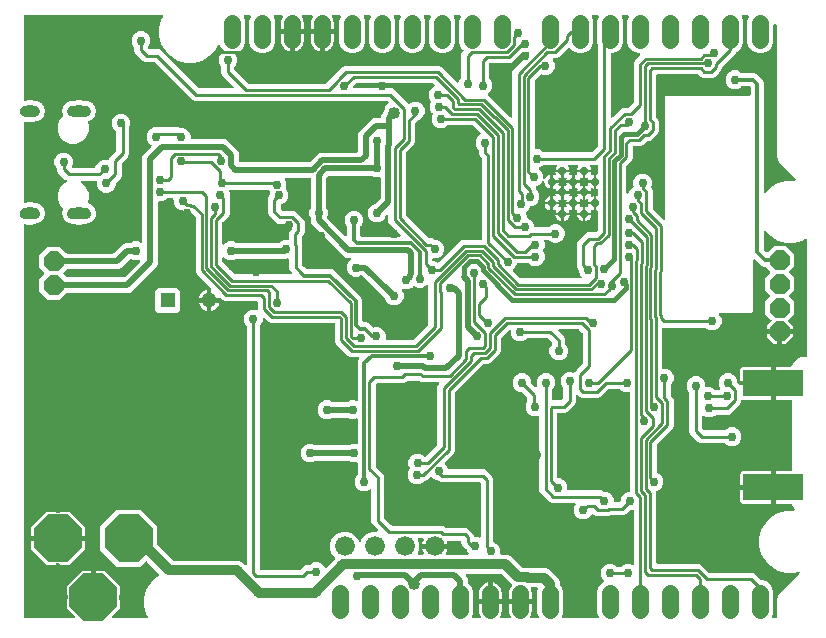
<source format=gbr>
G04 EAGLE Gerber RS-274X export*
G75*
%MOMM*%
%FSLAX34Y34*%
%LPD*%
%INBottom Copper*%
%IPPOS*%
%AMOC8*
5,1,8,0,0,1.08239X$1,22.5*%
G01*
%ADD10C,1.422400*%
%ADD11C,0.708000*%
%ADD12C,1.108000*%
%ADD13R,1.308000X1.308000*%
%ADD14C,1.308000*%
%ADD15P,4.329560X8X202.500000*%
%ADD16P,4.329560X8X112.500000*%
%ADD17C,1.950000*%
%ADD18P,1.814519X8X112.500000*%
%ADD19P,1.814519X8X292.500000*%
%ADD20R,5.080000X2.286000*%
%ADD21C,1.676400*%
%ADD22C,1.016000*%
%ADD23C,0.508000*%
%ADD24C,0.756400*%
%ADD25C,0.304800*%
%ADD26C,0.254000*%
%ADD27C,0.812800*%
%ADD28C,0.406400*%

G36*
X53838Y11435D02*
X53838Y11435D01*
X53867Y11432D01*
X53978Y11455D01*
X54090Y11471D01*
X54117Y11483D01*
X54146Y11488D01*
X54246Y11540D01*
X54350Y11587D01*
X54372Y11606D01*
X54398Y11619D01*
X54480Y11697D01*
X54567Y11770D01*
X54583Y11795D01*
X54604Y11815D01*
X54662Y11913D01*
X54724Y12007D01*
X54733Y12035D01*
X54748Y12060D01*
X54776Y12170D01*
X54810Y12278D01*
X54811Y12308D01*
X54818Y12336D01*
X54815Y12449D01*
X54817Y12562D01*
X54810Y12591D01*
X54809Y12620D01*
X54774Y12728D01*
X54746Y12837D01*
X54731Y12863D01*
X54722Y12891D01*
X54676Y12954D01*
X54600Y13082D01*
X54555Y13125D01*
X54527Y13164D01*
X47817Y19873D01*
X47817Y27179D01*
X47908Y27179D01*
X47966Y27187D01*
X48024Y27185D01*
X48106Y27207D01*
X48190Y27219D01*
X48243Y27243D01*
X48299Y27257D01*
X48372Y27300D01*
X48449Y27335D01*
X48494Y27373D01*
X48544Y27403D01*
X48602Y27464D01*
X48666Y27519D01*
X48698Y27567D01*
X48738Y27610D01*
X48777Y27685D01*
X48824Y27755D01*
X48841Y27811D01*
X48868Y27863D01*
X48879Y27931D01*
X48909Y28026D01*
X48912Y28126D01*
X48923Y28194D01*
X48923Y30226D01*
X48915Y30284D01*
X48917Y30342D01*
X48895Y30424D01*
X48883Y30507D01*
X48860Y30561D01*
X48845Y30617D01*
X48802Y30690D01*
X48767Y30767D01*
X48729Y30812D01*
X48700Y30862D01*
X48638Y30920D01*
X48584Y30984D01*
X48535Y31016D01*
X48492Y31056D01*
X48417Y31095D01*
X48347Y31141D01*
X48291Y31159D01*
X48239Y31186D01*
X48171Y31197D01*
X48076Y31227D01*
X47976Y31230D01*
X47908Y31241D01*
X47817Y31241D01*
X47817Y38547D01*
X61021Y51751D01*
X68327Y51751D01*
X68327Y42526D01*
X68327Y42525D01*
X68327Y42523D01*
X68347Y42384D01*
X68367Y42245D01*
X68367Y42243D01*
X68367Y42242D01*
X68428Y42109D01*
X68483Y41985D01*
X68484Y41984D01*
X68485Y41983D01*
X68578Y41873D01*
X68667Y41768D01*
X68668Y41768D01*
X68669Y41766D01*
X68682Y41758D01*
X68903Y41611D01*
X68932Y41602D01*
X68953Y41588D01*
X69969Y41168D01*
X70054Y41146D01*
X70136Y41115D01*
X70191Y41110D01*
X70245Y41097D01*
X70332Y41099D01*
X70419Y41092D01*
X70466Y41103D01*
X70529Y41105D01*
X70670Y41150D01*
X70747Y41168D01*
X71762Y41588D01*
X71764Y41589D01*
X71765Y41590D01*
X71881Y41658D01*
X72007Y41733D01*
X72008Y41734D01*
X72010Y41735D01*
X72107Y41839D01*
X72202Y41940D01*
X72203Y41941D01*
X72204Y41942D01*
X72269Y42068D01*
X72333Y42192D01*
X72333Y42194D01*
X72334Y42195D01*
X72336Y42210D01*
X72388Y42471D01*
X72385Y42502D01*
X72389Y42526D01*
X72389Y51751D01*
X79695Y51751D01*
X92899Y38547D01*
X92899Y31241D01*
X92808Y31241D01*
X92750Y31233D01*
X92692Y31235D01*
X92610Y31213D01*
X92526Y31201D01*
X92473Y31177D01*
X92417Y31163D01*
X92344Y31120D01*
X92267Y31085D01*
X92222Y31047D01*
X92172Y31017D01*
X92114Y30956D01*
X92050Y30901D01*
X92018Y30853D01*
X91978Y30810D01*
X91939Y30735D01*
X91892Y30665D01*
X91875Y30609D01*
X91848Y30557D01*
X91837Y30489D01*
X91807Y30394D01*
X91804Y30294D01*
X91793Y30226D01*
X91793Y28194D01*
X91801Y28136D01*
X91799Y28078D01*
X91821Y27996D01*
X91833Y27913D01*
X91856Y27859D01*
X91871Y27803D01*
X91914Y27730D01*
X91949Y27653D01*
X91987Y27608D01*
X92016Y27558D01*
X92078Y27500D01*
X92132Y27436D01*
X92181Y27404D01*
X92224Y27364D01*
X92299Y27325D01*
X92369Y27279D01*
X92425Y27261D01*
X92477Y27234D01*
X92545Y27223D01*
X92640Y27193D01*
X92740Y27190D01*
X92808Y27179D01*
X92899Y27179D01*
X92899Y19873D01*
X86189Y13164D01*
X86172Y13140D01*
X86149Y13121D01*
X86086Y13027D01*
X86018Y12937D01*
X86008Y12909D01*
X85992Y12885D01*
X85957Y12777D01*
X85917Y12671D01*
X85915Y12642D01*
X85906Y12614D01*
X85903Y12500D01*
X85894Y12388D01*
X85899Y12359D01*
X85899Y12330D01*
X85927Y12220D01*
X85949Y12109D01*
X85963Y12083D01*
X85970Y12055D01*
X86028Y11957D01*
X86080Y11857D01*
X86101Y11835D01*
X86116Y11810D01*
X86198Y11733D01*
X86276Y11651D01*
X86302Y11636D01*
X86323Y11616D01*
X86424Y11564D01*
X86522Y11507D01*
X86550Y11500D01*
X86576Y11486D01*
X86653Y11473D01*
X86797Y11437D01*
X86860Y11439D01*
X86907Y11431D01*
X115799Y11431D01*
X115838Y11436D01*
X115877Y11434D01*
X115978Y11456D01*
X116080Y11471D01*
X116116Y11487D01*
X116154Y11495D01*
X116245Y11544D01*
X116340Y11587D01*
X116370Y11612D01*
X116404Y11631D01*
X116478Y11704D01*
X116557Y11770D01*
X116578Y11803D01*
X116606Y11830D01*
X116657Y11921D01*
X116714Y12007D01*
X116726Y12044D01*
X116745Y12078D01*
X116769Y12179D01*
X116800Y12278D01*
X116801Y12317D01*
X116810Y12355D01*
X116805Y12459D01*
X116807Y12562D01*
X116798Y12600D01*
X116796Y12639D01*
X116768Y12712D01*
X116736Y12837D01*
X116698Y12901D01*
X116678Y12954D01*
X115322Y15302D01*
X113539Y21956D01*
X113539Y28844D01*
X115322Y35498D01*
X118766Y41463D01*
X123637Y46334D01*
X125803Y47584D01*
X125841Y47614D01*
X125884Y47637D01*
X125952Y47701D01*
X126027Y47759D01*
X126055Y47799D01*
X126090Y47833D01*
X126138Y47914D01*
X126193Y47990D01*
X126210Y48036D01*
X126234Y48078D01*
X126257Y48169D01*
X126289Y48257D01*
X126292Y48306D01*
X126304Y48353D01*
X126301Y48447D01*
X126307Y48541D01*
X126297Y48589D01*
X126295Y48637D01*
X126266Y48727D01*
X126246Y48819D01*
X126223Y48862D01*
X126208Y48908D01*
X126165Y48968D01*
X126110Y49068D01*
X126049Y49130D01*
X126013Y49181D01*
X115872Y59322D01*
X115826Y59357D01*
X115785Y59399D01*
X115712Y59442D01*
X115645Y59493D01*
X115591Y59514D01*
X115540Y59543D01*
X115458Y59564D01*
X115379Y59594D01*
X115321Y59599D01*
X115265Y59613D01*
X115180Y59611D01*
X115096Y59618D01*
X115039Y59606D01*
X114980Y59604D01*
X114900Y59578D01*
X114817Y59562D01*
X114766Y59535D01*
X114710Y59517D01*
X114654Y59477D01*
X114565Y59431D01*
X114493Y59362D01*
X114437Y59322D01*
X110298Y55183D01*
X90362Y55183D01*
X76265Y69280D01*
X76265Y89216D01*
X90362Y103313D01*
X110298Y103313D01*
X124395Y89216D01*
X124395Y74212D01*
X124407Y74125D01*
X124410Y74038D01*
X124427Y73985D01*
X124435Y73930D01*
X124470Y73850D01*
X124497Y73767D01*
X124525Y73728D01*
X124551Y73671D01*
X124647Y73557D01*
X124692Y73494D01*
X137690Y60496D01*
X137760Y60444D01*
X137823Y60384D01*
X137873Y60358D01*
X137917Y60325D01*
X137999Y60294D01*
X138077Y60254D01*
X138124Y60246D01*
X138183Y60224D01*
X138330Y60212D01*
X138408Y60199D01*
X193387Y60199D01*
X196375Y58961D01*
X198672Y56664D01*
X198696Y56646D01*
X198715Y56624D01*
X198809Y56561D01*
X198899Y56493D01*
X198927Y56482D01*
X198951Y56466D01*
X199059Y56432D01*
X199165Y56392D01*
X199194Y56389D01*
X199222Y56380D01*
X199336Y56377D01*
X199448Y56368D01*
X199477Y56374D01*
X199506Y56373D01*
X199616Y56402D01*
X199727Y56424D01*
X199753Y56437D01*
X199781Y56445D01*
X199879Y56503D01*
X199979Y56555D01*
X200001Y56575D01*
X200026Y56590D01*
X200103Y56673D01*
X200185Y56751D01*
X200200Y56776D01*
X200220Y56797D01*
X200272Y56898D01*
X200329Y56996D01*
X200336Y57024D01*
X200350Y57050D01*
X200363Y57128D01*
X200399Y57271D01*
X200397Y57334D01*
X200405Y57382D01*
X200405Y258457D01*
X200393Y258544D01*
X200390Y258631D01*
X200373Y258684D01*
X200365Y258739D01*
X200330Y258819D01*
X200303Y258902D01*
X200275Y258941D01*
X200249Y258998D01*
X200153Y259111D01*
X200108Y259175D01*
X199088Y260195D01*
X197893Y263079D01*
X197893Y266201D01*
X199088Y269085D01*
X201295Y271292D01*
X204179Y272487D01*
X207301Y272487D01*
X208163Y272129D01*
X208275Y272101D01*
X208384Y272066D01*
X208412Y272065D01*
X208439Y272058D01*
X208553Y272062D01*
X208668Y272059D01*
X208695Y272066D01*
X208723Y272067D01*
X208832Y272102D01*
X208943Y272131D01*
X208967Y272145D01*
X208994Y272153D01*
X209089Y272217D01*
X209188Y272276D01*
X209207Y272296D01*
X209230Y272312D01*
X209304Y272399D01*
X209382Y272483D01*
X209395Y272508D01*
X209413Y272529D01*
X209459Y272634D01*
X209512Y272736D01*
X209516Y272761D01*
X209528Y272789D01*
X209565Y273053D01*
X209567Y273067D01*
X209567Y278892D01*
X209559Y278950D01*
X209561Y279008D01*
X209539Y279090D01*
X209527Y279174D01*
X209504Y279227D01*
X209489Y279283D01*
X209446Y279356D01*
X209411Y279433D01*
X209373Y279478D01*
X209344Y279528D01*
X209282Y279586D01*
X209228Y279650D01*
X209179Y279682D01*
X209136Y279722D01*
X209061Y279761D01*
X208991Y279808D01*
X208935Y279825D01*
X208883Y279852D01*
X208815Y279863D01*
X208720Y279893D01*
X208620Y279896D01*
X208552Y279907D01*
X181954Y279907D01*
X179993Y280719D01*
X178341Y282372D01*
X178271Y282424D01*
X178207Y282484D01*
X178158Y282510D01*
X178113Y282543D01*
X178032Y282574D01*
X177954Y282614D01*
X177906Y282622D01*
X177848Y282644D01*
X177700Y282656D01*
X177623Y282669D01*
X170349Y282669D01*
X170349Y289943D01*
X170337Y290029D01*
X170334Y290117D01*
X170317Y290169D01*
X170309Y290224D01*
X170274Y290304D01*
X170247Y290387D01*
X170219Y290427D01*
X170193Y290484D01*
X170097Y290597D01*
X170052Y290661D01*
X157779Y302934D01*
X156967Y304895D01*
X156967Y350688D01*
X156954Y350775D01*
X156952Y350862D01*
X156935Y350915D01*
X156927Y350970D01*
X156891Y351050D01*
X156864Y351133D01*
X156836Y351172D01*
X156811Y351229D01*
X156715Y351343D01*
X156669Y351406D01*
X153028Y355048D01*
X152958Y355100D01*
X152894Y355160D01*
X152845Y355186D01*
X152800Y355219D01*
X152719Y355250D01*
X152641Y355290D01*
X152593Y355298D01*
X152535Y355320D01*
X152387Y355332D01*
X152310Y355345D01*
X151749Y355345D01*
X151390Y355494D01*
X151360Y355502D01*
X151332Y355516D01*
X151255Y355529D01*
X151114Y355565D01*
X151050Y355563D01*
X151001Y355571D01*
X148573Y355571D01*
X146585Y356395D01*
X146580Y356398D01*
X146516Y356458D01*
X146467Y356484D01*
X146422Y356517D01*
X146341Y356548D01*
X146263Y356588D01*
X146215Y356596D01*
X146157Y356618D01*
X146009Y356630D01*
X145932Y356643D01*
X144489Y356643D01*
X141605Y357838D01*
X139398Y360045D01*
X138203Y362929D01*
X138203Y365816D01*
X138196Y365864D01*
X138197Y365869D01*
X138195Y365875D01*
X138197Y365932D01*
X138175Y366014D01*
X138163Y366098D01*
X138140Y366151D01*
X138125Y366207D01*
X138082Y366280D01*
X138047Y366357D01*
X138009Y366402D01*
X137980Y366452D01*
X137918Y366510D01*
X137864Y366574D01*
X137815Y366606D01*
X137772Y366646D01*
X137697Y366685D01*
X137627Y366732D01*
X137571Y366749D01*
X137519Y366776D01*
X137451Y366787D01*
X137356Y366817D01*
X137256Y366820D01*
X137188Y366831D01*
X132957Y366831D01*
X132870Y366819D01*
X132783Y366816D01*
X132730Y366799D01*
X132675Y366791D01*
X132595Y366756D01*
X132512Y366729D01*
X132473Y366701D01*
X132416Y366675D01*
X132303Y366579D01*
X132239Y366534D01*
X131219Y365514D01*
X128335Y364319D01*
X126040Y364319D01*
X125982Y364311D01*
X125924Y364313D01*
X125842Y364291D01*
X125758Y364279D01*
X125705Y364256D01*
X125649Y364241D01*
X125576Y364198D01*
X125499Y364163D01*
X125454Y364125D01*
X125404Y364096D01*
X125346Y364034D01*
X125282Y363980D01*
X125250Y363931D01*
X125210Y363888D01*
X125171Y363813D01*
X125124Y363743D01*
X125107Y363687D01*
X125080Y363635D01*
X125069Y363567D01*
X125039Y363472D01*
X125036Y363372D01*
X125025Y363304D01*
X125025Y311416D01*
X124019Y308989D01*
X104962Y289932D01*
X104962Y289931D01*
X102961Y287931D01*
X100534Y286925D01*
X48248Y286925D01*
X48161Y286913D01*
X48074Y286910D01*
X48021Y286893D01*
X47967Y286885D01*
X47887Y286850D01*
X47804Y286823D01*
X47764Y286795D01*
X47707Y286769D01*
X47594Y286673D01*
X47530Y286628D01*
X41986Y281083D01*
X31674Y281083D01*
X24383Y288374D01*
X24383Y298686D01*
X28510Y302812D01*
X28545Y302859D01*
X28587Y302899D01*
X28630Y302972D01*
X28681Y303039D01*
X28701Y303094D01*
X28731Y303144D01*
X28752Y303226D01*
X28782Y303305D01*
X28787Y303363D01*
X28801Y303420D01*
X28798Y303504D01*
X28805Y303588D01*
X28794Y303646D01*
X28792Y303704D01*
X28766Y303784D01*
X28750Y303867D01*
X28723Y303919D01*
X28705Y303975D01*
X28665Y304031D01*
X28619Y304119D01*
X28550Y304192D01*
X28510Y304248D01*
X24383Y308374D01*
X24383Y318686D01*
X31674Y325977D01*
X41986Y325977D01*
X47530Y320432D01*
X47600Y320380D01*
X47664Y320320D01*
X47713Y320294D01*
X47757Y320261D01*
X47839Y320230D01*
X47917Y320190D01*
X47965Y320182D01*
X48023Y320160D01*
X48171Y320148D01*
X48248Y320135D01*
X86854Y320135D01*
X86940Y320147D01*
X87028Y320150D01*
X87080Y320167D01*
X87135Y320175D01*
X87215Y320210D01*
X87298Y320237D01*
X87337Y320265D01*
X87395Y320291D01*
X87508Y320387D01*
X87572Y320432D01*
X95319Y328179D01*
X97746Y329185D01*
X101919Y329185D01*
X101949Y329189D01*
X101980Y329187D01*
X102057Y329204D01*
X102200Y329225D01*
X102242Y329243D01*
X102247Y329244D01*
X102266Y329253D01*
X102307Y329262D01*
X105119Y330427D01*
X108241Y330427D01*
X110411Y329528D01*
X110523Y329499D01*
X110632Y329464D01*
X110660Y329464D01*
X110687Y329457D01*
X110801Y329460D01*
X110916Y329457D01*
X110943Y329464D01*
X110971Y329465D01*
X111080Y329500D01*
X111191Y329529D01*
X111215Y329543D01*
X111242Y329551D01*
X111337Y329615D01*
X111436Y329674D01*
X111455Y329694D01*
X111478Y329710D01*
X111552Y329797D01*
X111630Y329881D01*
X111643Y329906D01*
X111661Y329927D01*
X111707Y330032D01*
X111760Y330134D01*
X111764Y330159D01*
X111776Y330187D01*
X111813Y330451D01*
X111815Y330466D01*
X111815Y401674D01*
X112821Y404101D01*
X119384Y410664D01*
X119453Y410756D01*
X119526Y410844D01*
X119538Y410869D01*
X119554Y410891D01*
X119595Y410999D01*
X119642Y411103D01*
X119646Y411131D01*
X119656Y411157D01*
X119665Y411271D01*
X119681Y411385D01*
X119677Y411413D01*
X119679Y411440D01*
X119657Y411553D01*
X119640Y411666D01*
X119629Y411692D01*
X119623Y411719D01*
X119570Y411821D01*
X119523Y411926D01*
X119505Y411947D01*
X119492Y411971D01*
X119413Y412054D01*
X119339Y412142D01*
X119318Y412155D01*
X119297Y412177D01*
X119067Y412312D01*
X119054Y412320D01*
X118745Y412448D01*
X116538Y414655D01*
X115343Y417539D01*
X115343Y420661D01*
X116538Y423545D01*
X118745Y425752D01*
X121629Y426947D01*
X124399Y426947D01*
X124430Y426951D01*
X124461Y426949D01*
X124537Y426966D01*
X124597Y426975D01*
X142765Y426975D01*
X143940Y426488D01*
X143970Y426480D01*
X143998Y426466D01*
X144075Y426453D01*
X144215Y426417D01*
X144280Y426419D01*
X144329Y426411D01*
X146341Y426411D01*
X149225Y425216D01*
X151432Y423009D01*
X152627Y420125D01*
X152627Y417830D01*
X152635Y417772D01*
X152633Y417714D01*
X152655Y417632D01*
X152667Y417548D01*
X152690Y417495D01*
X152705Y417439D01*
X152748Y417366D01*
X152783Y417289D01*
X152821Y417244D01*
X152850Y417194D01*
X152912Y417136D01*
X152966Y417072D01*
X153015Y417040D01*
X153058Y417000D01*
X153133Y416961D01*
X153203Y416914D01*
X153259Y416897D01*
X153311Y416870D01*
X153379Y416859D01*
X153474Y416829D01*
X153574Y416826D01*
X153642Y416815D01*
X181654Y416815D01*
X184081Y415809D01*
X192289Y407601D01*
X193295Y405174D01*
X193295Y398780D01*
X193303Y398722D01*
X193301Y398664D01*
X193323Y398582D01*
X193335Y398498D01*
X193358Y398445D01*
X193373Y398389D01*
X193416Y398316D01*
X193451Y398239D01*
X193489Y398194D01*
X193518Y398144D01*
X193580Y398086D01*
X193634Y398022D01*
X193683Y397990D01*
X193726Y397950D01*
X193801Y397911D01*
X193871Y397864D01*
X193927Y397847D01*
X193979Y397820D01*
X194047Y397809D01*
X194142Y397779D01*
X194242Y397776D01*
X194310Y397765D01*
X252934Y397765D01*
X253021Y397777D01*
X253108Y397780D01*
X253161Y397797D01*
X253216Y397805D01*
X253295Y397840D01*
X253379Y397867D01*
X253418Y397895D01*
X253475Y397921D01*
X253588Y398017D01*
X253652Y398062D01*
X260223Y404633D01*
X262651Y405639D01*
X293370Y405639D01*
X293428Y405647D01*
X293486Y405645D01*
X293568Y405667D01*
X293652Y405679D01*
X293705Y405702D01*
X293761Y405717D01*
X293834Y405760D01*
X293911Y405795D01*
X293956Y405833D01*
X294006Y405862D01*
X294064Y405924D01*
X294128Y405978D01*
X294160Y406027D01*
X294200Y406070D01*
X294239Y406145D01*
X294286Y406215D01*
X294303Y406271D01*
X294330Y406323D01*
X294341Y406391D01*
X294371Y406486D01*
X294374Y406586D01*
X294385Y406654D01*
X294385Y420984D01*
X295391Y423411D01*
X305569Y433589D01*
X307996Y434595D01*
X313182Y434595D01*
X313240Y434603D01*
X313298Y434601D01*
X313380Y434623D01*
X313464Y434635D01*
X313517Y434658D01*
X313573Y434673D01*
X313646Y434716D01*
X313723Y434751D01*
X313768Y434789D01*
X313818Y434818D01*
X313876Y434880D01*
X313940Y434934D01*
X313972Y434983D01*
X314012Y435026D01*
X314051Y435101D01*
X314098Y435171D01*
X314115Y435227D01*
X314142Y435279D01*
X314153Y435347D01*
X314183Y435442D01*
X314186Y435542D01*
X314197Y435610D01*
X314197Y436416D01*
X315203Y438843D01*
X315678Y439318D01*
X315730Y439388D01*
X315790Y439452D01*
X315816Y439502D01*
X315849Y439546D01*
X315880Y439627D01*
X315920Y439705D01*
X315928Y439753D01*
X315950Y439811D01*
X315962Y439959D01*
X315975Y440036D01*
X315975Y441239D01*
X317367Y444600D01*
X320083Y447315D01*
X320102Y447341D01*
X320171Y447407D01*
X320185Y447430D01*
X320204Y447450D01*
X320247Y447534D01*
X320254Y447543D01*
X320259Y447556D01*
X320315Y447652D01*
X320322Y447679D01*
X320334Y447703D01*
X320357Y447816D01*
X320385Y447928D01*
X320384Y447955D01*
X320390Y447982D01*
X320380Y448096D01*
X320376Y448212D01*
X320368Y448238D01*
X320365Y448265D01*
X320324Y448372D01*
X320289Y448482D01*
X320274Y448502D01*
X320264Y448530D01*
X320099Y448748D01*
X320094Y448756D01*
X319822Y449028D01*
X319752Y449081D01*
X319688Y449140D01*
X319639Y449166D01*
X319594Y449199D01*
X319513Y449230D01*
X319435Y449270D01*
X319387Y449278D01*
X319329Y449300D01*
X319181Y449312D01*
X319104Y449325D01*
X156419Y449325D01*
X154458Y450137D01*
X122548Y482048D01*
X122478Y482100D01*
X122414Y482160D01*
X122365Y482186D01*
X122320Y482219D01*
X122239Y482250D01*
X122161Y482290D01*
X122113Y482298D01*
X122055Y482320D01*
X121907Y482332D01*
X121830Y482345D01*
X114509Y482345D01*
X112548Y483157D01*
X110905Y484801D01*
X107611Y488095D01*
X105967Y489738D01*
X105155Y491699D01*
X105155Y494197D01*
X105143Y494284D01*
X105140Y494371D01*
X105123Y494424D01*
X105115Y494479D01*
X105080Y494559D01*
X105053Y494642D01*
X105025Y494681D01*
X104999Y494738D01*
X104903Y494851D01*
X104858Y494915D01*
X103838Y495935D01*
X102643Y498819D01*
X102643Y501941D01*
X103838Y504825D01*
X106045Y507032D01*
X108929Y508227D01*
X112051Y508227D01*
X114935Y507032D01*
X117142Y504825D01*
X118337Y501941D01*
X118337Y498819D01*
X117142Y495935D01*
X116719Y495512D01*
X116684Y495465D01*
X116641Y495425D01*
X116598Y495352D01*
X116548Y495284D01*
X116527Y495230D01*
X116497Y495179D01*
X116476Y495098D01*
X116446Y495019D01*
X116442Y494960D01*
X116427Y494904D01*
X116430Y494820D01*
X116423Y494735D01*
X116434Y494678D01*
X116436Y494620D01*
X116462Y494539D01*
X116479Y494457D01*
X116506Y494405D01*
X116524Y494349D01*
X116564Y494293D01*
X116610Y494204D01*
X116678Y494132D01*
X116719Y494076D01*
X117482Y493312D01*
X117552Y493259D01*
X117616Y493200D01*
X117665Y493174D01*
X117710Y493141D01*
X117791Y493110D01*
X117869Y493070D01*
X117917Y493062D01*
X117975Y493040D01*
X118123Y493028D01*
X118200Y493015D01*
X125521Y493015D01*
X127482Y492203D01*
X159392Y460292D01*
X159462Y460240D01*
X159526Y460180D01*
X159575Y460154D01*
X159620Y460121D01*
X159701Y460090D01*
X159779Y460050D01*
X159827Y460042D01*
X159885Y460020D01*
X160033Y460008D01*
X160110Y459995D01*
X188124Y459995D01*
X188153Y459999D01*
X188182Y459996D01*
X188293Y460019D01*
X188405Y460035D01*
X188432Y460047D01*
X188461Y460052D01*
X188561Y460104D01*
X188665Y460151D01*
X188687Y460170D01*
X188713Y460183D01*
X188795Y460261D01*
X188882Y460334D01*
X188898Y460359D01*
X188919Y460379D01*
X188976Y460477D01*
X189039Y460571D01*
X189048Y460599D01*
X189063Y460624D01*
X189091Y460734D01*
X189125Y460842D01*
X189126Y460872D01*
X189133Y460900D01*
X189129Y461013D01*
X189132Y461126D01*
X189125Y461155D01*
X189124Y461184D01*
X189089Y461292D01*
X189061Y461401D01*
X189046Y461427D01*
X189037Y461455D01*
X188991Y461518D01*
X188915Y461646D01*
X188870Y461689D01*
X188842Y461728D01*
X181271Y469299D01*
X179627Y470942D01*
X178815Y472903D01*
X178815Y477771D01*
X178803Y477858D01*
X178800Y477945D01*
X178783Y477998D01*
X178775Y478053D01*
X178740Y478133D01*
X178713Y478216D01*
X178685Y478255D01*
X178659Y478312D01*
X178563Y478425D01*
X178518Y478489D01*
X177498Y479509D01*
X176303Y482393D01*
X176303Y485515D01*
X177498Y488399D01*
X179705Y490606D01*
X180232Y490824D01*
X180331Y490883D01*
X180433Y490936D01*
X180453Y490955D01*
X180477Y490969D01*
X180556Y491052D01*
X180639Y491131D01*
X180653Y491155D01*
X180672Y491176D01*
X180725Y491278D01*
X180783Y491377D01*
X180790Y491404D01*
X180802Y491428D01*
X180825Y491541D01*
X180853Y491652D01*
X180852Y491680D01*
X180857Y491707D01*
X180847Y491822D01*
X180844Y491936D01*
X180835Y491963D01*
X180833Y491990D01*
X180792Y492098D01*
X180756Y492207D01*
X180742Y492227D01*
X180731Y492256D01*
X180570Y492468D01*
X180561Y492480D01*
X178485Y494557D01*
X177753Y496324D01*
X177699Y496415D01*
X177653Y496509D01*
X177627Y496537D01*
X177608Y496569D01*
X177532Y496641D01*
X177461Y496719D01*
X177429Y496739D01*
X177402Y496764D01*
X177308Y496812D01*
X177218Y496867D01*
X177182Y496877D01*
X177149Y496894D01*
X177046Y496915D01*
X176944Y496943D01*
X176907Y496942D01*
X176870Y496949D01*
X176765Y496940D01*
X176660Y496939D01*
X176624Y496928D01*
X176587Y496925D01*
X176489Y496887D01*
X176388Y496857D01*
X176356Y496836D01*
X176321Y496823D01*
X176238Y496760D01*
X176149Y496702D01*
X176128Y496677D01*
X176095Y496651D01*
X175974Y496491D01*
X175936Y496443D01*
X173334Y491937D01*
X168463Y487066D01*
X162498Y483622D01*
X155844Y481839D01*
X148956Y481839D01*
X142302Y483622D01*
X136337Y487066D01*
X131466Y491937D01*
X128022Y497902D01*
X126239Y504556D01*
X126239Y511444D01*
X128022Y518098D01*
X129378Y520446D01*
X129393Y520483D01*
X129414Y520515D01*
X129446Y520614D01*
X129484Y520710D01*
X129488Y520749D01*
X129500Y520786D01*
X129503Y520890D01*
X129513Y520993D01*
X129506Y521031D01*
X129507Y521070D01*
X129481Y521171D01*
X129463Y521273D01*
X129445Y521308D01*
X129436Y521345D01*
X129383Y521434D01*
X129337Y521527D01*
X129310Y521556D01*
X129290Y521590D01*
X129215Y521661D01*
X129145Y521737D01*
X129112Y521758D01*
X129083Y521784D01*
X128991Y521831D01*
X128902Y521886D01*
X128865Y521896D01*
X128830Y521914D01*
X128753Y521927D01*
X128628Y521961D01*
X128554Y521960D01*
X128499Y521969D01*
X12446Y521969D01*
X12388Y521961D01*
X12330Y521963D01*
X12248Y521941D01*
X12164Y521929D01*
X12111Y521906D01*
X12055Y521891D01*
X11982Y521848D01*
X11905Y521813D01*
X11860Y521775D01*
X11810Y521746D01*
X11752Y521684D01*
X11688Y521630D01*
X11656Y521581D01*
X11616Y521538D01*
X11577Y521463D01*
X11530Y521393D01*
X11513Y521337D01*
X11486Y521285D01*
X11475Y521217D01*
X11445Y521122D01*
X11442Y521022D01*
X11431Y520954D01*
X11431Y450572D01*
X11447Y450458D01*
X11457Y450344D01*
X11467Y450318D01*
X11471Y450290D01*
X11518Y450185D01*
X11559Y450078D01*
X11575Y450056D01*
X11587Y450031D01*
X11661Y449943D01*
X11730Y449851D01*
X11753Y449835D01*
X11770Y449814D01*
X11866Y449750D01*
X11958Y449681D01*
X11984Y449672D01*
X12007Y449656D01*
X12117Y449621D01*
X12224Y449581D01*
X12252Y449579D01*
X12278Y449570D01*
X12393Y449567D01*
X12507Y449558D01*
X12532Y449564D01*
X12562Y449563D01*
X12819Y449630D01*
X12835Y449634D01*
X14600Y450365D01*
X18420Y450365D01*
X20389Y449550D01*
X20501Y449521D01*
X20611Y449486D01*
X20638Y449485D01*
X20664Y449479D01*
X20780Y449482D01*
X20895Y449479D01*
X20918Y449486D01*
X20948Y449487D01*
X21211Y449571D01*
X21218Y449573D01*
X21262Y449594D01*
X21725Y449432D01*
X21728Y449431D01*
X21730Y449430D01*
X21750Y449427D01*
X22004Y449376D01*
X22035Y449379D01*
X22061Y449375D01*
X22224Y449375D01*
X22228Y449371D01*
X22301Y449328D01*
X22368Y449278D01*
X22423Y449257D01*
X22473Y449227D01*
X22555Y449207D01*
X22633Y449177D01*
X22692Y449172D01*
X22749Y449157D01*
X22818Y449161D01*
X22917Y449153D01*
X23015Y449173D01*
X23084Y449177D01*
X23208Y449205D01*
X23223Y449196D01*
X23277Y449172D01*
X23326Y449139D01*
X23392Y449121D01*
X23482Y449080D01*
X23582Y449066D01*
X23649Y449047D01*
X23666Y449045D01*
X23762Y448925D01*
X23763Y448923D01*
X23764Y448921D01*
X23780Y448908D01*
X23968Y448730D01*
X23996Y448715D01*
X24015Y448698D01*
X24162Y448606D01*
X24298Y448545D01*
X24367Y448507D01*
X24531Y448450D01*
X24533Y448450D01*
X24535Y448448D01*
X24555Y448445D01*
X24810Y448395D01*
X24841Y448397D01*
X24866Y448393D01*
X25020Y448393D01*
X25032Y448381D01*
X25079Y448345D01*
X25120Y448302D01*
X25180Y448270D01*
X25259Y448210D01*
X25354Y448174D01*
X25415Y448141D01*
X25430Y448135D01*
X25497Y447997D01*
X25498Y447995D01*
X25499Y447993D01*
X25511Y447976D01*
X25655Y447760D01*
X25679Y447740D01*
X25694Y447719D01*
X25816Y447597D01*
X25936Y447507D01*
X25994Y447455D01*
X26141Y447362D01*
X26143Y447362D01*
X26145Y447360D01*
X26165Y447352D01*
X26401Y447246D01*
X26432Y447242D01*
X26456Y447232D01*
X26606Y447198D01*
X26614Y447184D01*
X26653Y447139D01*
X26683Y447088D01*
X26734Y447042D01*
X26798Y446967D01*
X26882Y446911D01*
X26934Y446864D01*
X26948Y446856D01*
X26982Y446706D01*
X26983Y446703D01*
X26983Y446701D01*
X26991Y446682D01*
X27018Y446613D01*
X27026Y446582D01*
X27036Y446564D01*
X27084Y446440D01*
X27103Y446415D01*
X27112Y446391D01*
X27205Y446244D01*
X27301Y446130D01*
X27347Y446066D01*
X27469Y445944D01*
X27471Y445942D01*
X27473Y445941D01*
X27489Y445929D01*
X27697Y445773D01*
X27726Y445762D01*
X27747Y445747D01*
X27885Y445680D01*
X27891Y445665D01*
X27918Y445612D01*
X27936Y445555D01*
X27976Y445499D01*
X28021Y445412D01*
X28088Y445341D01*
X28100Y445322D01*
X28109Y445313D01*
X28131Y445282D01*
X28143Y445270D01*
X28143Y445116D01*
X28143Y445114D01*
X28143Y445112D01*
X28147Y445091D01*
X28183Y444835D01*
X28196Y444806D01*
X28200Y444781D01*
X28257Y444617D01*
X28279Y444576D01*
X28285Y444551D01*
X28329Y444478D01*
X28356Y444412D01*
X28448Y444265D01*
X28450Y444263D01*
X28451Y444261D01*
X28465Y444246D01*
X28632Y444048D01*
X28658Y444031D01*
X28675Y444012D01*
X28795Y443916D01*
X28797Y443899D01*
X28812Y443842D01*
X28817Y443782D01*
X28844Y443719D01*
X28868Y443624D01*
X28920Y443537D01*
X28946Y443473D01*
X28955Y443458D01*
X28921Y443309D01*
X28921Y443306D01*
X28920Y443304D01*
X28919Y443283D01*
X28897Y443025D01*
X28903Y442995D01*
X28902Y442969D01*
X28921Y442796D01*
X28929Y442768D01*
X28959Y442652D01*
X28972Y442575D01*
X29029Y442411D01*
X29030Y442409D01*
X29031Y442407D01*
X29041Y442389D01*
X29160Y442158D01*
X29181Y442136D01*
X29194Y442113D01*
X29290Y441993D01*
X29288Y441977D01*
X29289Y441917D01*
X29281Y441858D01*
X29292Y441795D01*
X29292Y441780D01*
X29293Y441774D01*
X29296Y441692D01*
X29327Y441596D01*
X29338Y441527D01*
X29344Y441512D01*
X29277Y441373D01*
X29276Y441371D01*
X29275Y441369D01*
X29269Y441348D01*
X29191Y441102D01*
X29190Y441071D01*
X29183Y441046D01*
X29164Y440874D01*
X29168Y440725D01*
X29164Y440646D01*
X29183Y440474D01*
X29184Y440472D01*
X29184Y440469D01*
X29189Y440449D01*
X29254Y440199D01*
X29270Y440172D01*
X29277Y440147D01*
X29344Y440008D01*
X29338Y439993D01*
X29327Y439934D01*
X29306Y439879D01*
X29302Y439810D01*
X29283Y439714D01*
X29292Y439613D01*
X29288Y439544D01*
X29290Y439527D01*
X29194Y439407D01*
X29193Y439405D01*
X29191Y439403D01*
X29181Y439385D01*
X29049Y439162D01*
X29042Y439131D01*
X29029Y439109D01*
X28972Y438945D01*
X28943Y438799D01*
X28921Y438724D01*
X28902Y438551D01*
X28902Y438549D01*
X28901Y438547D01*
X28903Y438526D01*
X28910Y438267D01*
X28919Y438237D01*
X28921Y438211D01*
X28955Y438062D01*
X28946Y438047D01*
X28922Y437993D01*
X28889Y437944D01*
X28871Y437878D01*
X28830Y437788D01*
X28816Y437688D01*
X28797Y437621D01*
X28795Y437604D01*
X28675Y437508D01*
X28673Y437507D01*
X28671Y437506D01*
X28658Y437490D01*
X28480Y437302D01*
X28465Y437274D01*
X28448Y437255D01*
X28356Y437108D01*
X28295Y436972D01*
X28257Y436903D01*
X28200Y436739D01*
X28200Y436737D01*
X28198Y436735D01*
X28195Y436715D01*
X28145Y436460D01*
X28147Y436429D01*
X28143Y436404D01*
X28143Y436250D01*
X28131Y436238D01*
X28095Y436191D01*
X28052Y436150D01*
X28020Y436090D01*
X27960Y436011D01*
X27924Y435916D01*
X27891Y435855D01*
X27885Y435840D01*
X27747Y435773D01*
X27745Y435772D01*
X27743Y435771D01*
X27726Y435759D01*
X27510Y435615D01*
X27490Y435591D01*
X27469Y435576D01*
X27347Y435453D01*
X27257Y435334D01*
X27205Y435276D01*
X27112Y435129D01*
X27112Y435127D01*
X27110Y435125D01*
X27102Y435105D01*
X26996Y434869D01*
X26992Y434838D01*
X26982Y434814D01*
X26948Y434664D01*
X26934Y434656D01*
X26889Y434617D01*
X26838Y434587D01*
X26792Y434536D01*
X26717Y434472D01*
X26661Y434388D01*
X26614Y434336D01*
X26606Y434322D01*
X26456Y434288D01*
X26453Y434287D01*
X26451Y434287D01*
X26432Y434279D01*
X26190Y434186D01*
X26165Y434167D01*
X26141Y434158D01*
X25994Y434065D01*
X25880Y433969D01*
X25817Y433923D01*
X25694Y433801D01*
X25692Y433799D01*
X25691Y433797D01*
X25678Y433780D01*
X25523Y433573D01*
X25512Y433544D01*
X25497Y433523D01*
X25430Y433385D01*
X25415Y433379D01*
X25362Y433352D01*
X25305Y433334D01*
X25249Y433294D01*
X25162Y433249D01*
X25089Y433179D01*
X25032Y433139D01*
X25020Y433127D01*
X24866Y433127D01*
X24864Y433127D01*
X24862Y433127D01*
X24841Y433123D01*
X24585Y433087D01*
X24556Y433074D01*
X24531Y433070D01*
X24367Y433013D01*
X24235Y432944D01*
X24162Y432914D01*
X24015Y432822D01*
X24013Y432820D01*
X24011Y432819D01*
X23996Y432805D01*
X23798Y432638D01*
X23781Y432612D01*
X23762Y432595D01*
X23666Y432475D01*
X23649Y432473D01*
X23592Y432458D01*
X23532Y432453D01*
X23469Y432426D01*
X23374Y432402D01*
X23287Y432350D01*
X23223Y432324D01*
X23208Y432315D01*
X23084Y432343D01*
X23026Y432348D01*
X22968Y432363D01*
X22884Y432360D01*
X22801Y432367D01*
X22743Y432355D01*
X22684Y432354D01*
X22604Y432328D01*
X22522Y432311D01*
X22470Y432284D01*
X22414Y432266D01*
X22358Y432226D01*
X22270Y432181D01*
X22232Y432145D01*
X22061Y432145D01*
X22058Y432145D01*
X22056Y432145D01*
X22035Y432142D01*
X21779Y432105D01*
X21750Y432093D01*
X21725Y432088D01*
X21262Y431926D01*
X21218Y431947D01*
X21107Y431982D01*
X20999Y432023D01*
X20972Y432025D01*
X20947Y432034D01*
X20831Y432037D01*
X20716Y432046D01*
X20692Y432041D01*
X20663Y432041D01*
X20396Y431972D01*
X20389Y431971D01*
X18420Y431155D01*
X14600Y431155D01*
X12835Y431886D01*
X12723Y431915D01*
X12614Y431950D01*
X12586Y431950D01*
X12559Y431957D01*
X12445Y431954D01*
X12330Y431957D01*
X12303Y431950D01*
X12275Y431949D01*
X12166Y431914D01*
X12055Y431885D01*
X12031Y431871D01*
X12004Y431863D01*
X11909Y431798D01*
X11810Y431740D01*
X11791Y431720D01*
X11768Y431704D01*
X11694Y431616D01*
X11616Y431533D01*
X11603Y431508D01*
X11585Y431487D01*
X11539Y431382D01*
X11486Y431279D01*
X11482Y431255D01*
X11470Y431227D01*
X11433Y430963D01*
X11431Y430948D01*
X11431Y364072D01*
X11447Y363958D01*
X11457Y363844D01*
X11467Y363818D01*
X11471Y363790D01*
X11518Y363685D01*
X11559Y363578D01*
X11575Y363556D01*
X11587Y363531D01*
X11661Y363443D01*
X11730Y363351D01*
X11753Y363335D01*
X11770Y363314D01*
X11866Y363250D01*
X11958Y363181D01*
X11984Y363172D01*
X12007Y363156D01*
X12117Y363121D01*
X12224Y363081D01*
X12252Y363079D01*
X12278Y363070D01*
X12393Y363067D01*
X12507Y363058D01*
X12532Y363064D01*
X12562Y363063D01*
X12819Y363130D01*
X12835Y363134D01*
X14600Y363865D01*
X18420Y363865D01*
X20389Y363050D01*
X20501Y363021D01*
X20611Y362986D01*
X20638Y362985D01*
X20664Y362979D01*
X20780Y362982D01*
X20895Y362979D01*
X20918Y362986D01*
X20948Y362987D01*
X21211Y363071D01*
X21218Y363073D01*
X21262Y363094D01*
X21725Y362932D01*
X21728Y362931D01*
X21730Y362930D01*
X21750Y362927D01*
X22004Y362876D01*
X22035Y362879D01*
X22061Y362875D01*
X22224Y362875D01*
X22228Y362871D01*
X22301Y362828D01*
X22368Y362778D01*
X22423Y362757D01*
X22473Y362727D01*
X22555Y362707D01*
X22633Y362677D01*
X22692Y362672D01*
X22749Y362657D01*
X22818Y362661D01*
X22917Y362653D01*
X23015Y362673D01*
X23084Y362677D01*
X23208Y362705D01*
X23223Y362696D01*
X23277Y362672D01*
X23326Y362639D01*
X23392Y362621D01*
X23482Y362580D01*
X23582Y362566D01*
X23649Y362547D01*
X23666Y362545D01*
X23762Y362425D01*
X23763Y362423D01*
X23764Y362421D01*
X23780Y362408D01*
X23968Y362230D01*
X23996Y362215D01*
X24015Y362198D01*
X24162Y362106D01*
X24298Y362045D01*
X24367Y362007D01*
X24531Y361950D01*
X24533Y361950D01*
X24535Y361948D01*
X24555Y361945D01*
X24810Y361895D01*
X24841Y361897D01*
X24866Y361893D01*
X25020Y361893D01*
X25032Y361881D01*
X25079Y361845D01*
X25120Y361802D01*
X25180Y361770D01*
X25259Y361710D01*
X25354Y361674D01*
X25415Y361641D01*
X25430Y361635D01*
X25497Y361497D01*
X25498Y361495D01*
X25499Y361493D01*
X25511Y361476D01*
X25655Y361260D01*
X25679Y361240D01*
X25694Y361219D01*
X25816Y361097D01*
X25936Y361007D01*
X25994Y360955D01*
X26141Y360862D01*
X26143Y360862D01*
X26145Y360860D01*
X26165Y360852D01*
X26401Y360746D01*
X26432Y360742D01*
X26456Y360732D01*
X26606Y360698D01*
X26614Y360684D01*
X26653Y360639D01*
X26683Y360588D01*
X26734Y360542D01*
X26798Y360467D01*
X26882Y360411D01*
X26934Y360364D01*
X26948Y360356D01*
X26982Y360206D01*
X26983Y360203D01*
X26983Y360201D01*
X26991Y360182D01*
X27084Y359940D01*
X27103Y359915D01*
X27112Y359891D01*
X27205Y359744D01*
X27301Y359630D01*
X27347Y359566D01*
X27469Y359444D01*
X27471Y359442D01*
X27473Y359441D01*
X27489Y359429D01*
X27697Y359273D01*
X27726Y359262D01*
X27747Y359247D01*
X27885Y359180D01*
X27891Y359165D01*
X27918Y359112D01*
X27936Y359055D01*
X27976Y358999D01*
X28021Y358912D01*
X28091Y358839D01*
X28131Y358782D01*
X28143Y358770D01*
X28143Y358616D01*
X28143Y358614D01*
X28143Y358612D01*
X28147Y358591D01*
X28151Y358563D01*
X28150Y358530D01*
X28162Y358484D01*
X28183Y358335D01*
X28196Y358306D01*
X28200Y358281D01*
X28257Y358117D01*
X28326Y357985D01*
X28356Y357912D01*
X28448Y357765D01*
X28450Y357763D01*
X28451Y357761D01*
X28465Y357746D01*
X28632Y357548D01*
X28658Y357531D01*
X28675Y357512D01*
X28795Y357416D01*
X28797Y357399D01*
X28812Y357342D01*
X28817Y357282D01*
X28844Y357219D01*
X28868Y357124D01*
X28920Y357037D01*
X28946Y356973D01*
X28955Y356958D01*
X28921Y356809D01*
X28921Y356806D01*
X28920Y356804D01*
X28919Y356791D01*
X28917Y356784D01*
X28916Y356752D01*
X28897Y356525D01*
X28903Y356495D01*
X28902Y356469D01*
X28921Y356296D01*
X28959Y356152D01*
X28972Y356075D01*
X29029Y355911D01*
X29030Y355909D01*
X29031Y355907D01*
X29041Y355889D01*
X29160Y355658D01*
X29181Y355636D01*
X29194Y355613D01*
X29290Y355493D01*
X29288Y355476D01*
X29289Y355417D01*
X29281Y355358D01*
X29293Y355291D01*
X29296Y355192D01*
X29327Y355096D01*
X29338Y355028D01*
X29344Y355012D01*
X29277Y354873D01*
X29276Y354871D01*
X29275Y354869D01*
X29270Y354850D01*
X29191Y354602D01*
X29190Y354571D01*
X29183Y354546D01*
X29164Y354374D01*
X29168Y354224D01*
X29164Y354146D01*
X29183Y353974D01*
X29184Y353972D01*
X29184Y353969D01*
X29189Y353950D01*
X29254Y353699D01*
X29270Y353672D01*
X29277Y353647D01*
X29344Y353508D01*
X29338Y353492D01*
X29327Y353434D01*
X29306Y353379D01*
X29302Y353310D01*
X29283Y353214D01*
X29292Y353113D01*
X29288Y353044D01*
X29290Y353027D01*
X29194Y352907D01*
X29193Y352905D01*
X29191Y352903D01*
X29182Y352886D01*
X29049Y352662D01*
X29042Y352632D01*
X29029Y352609D01*
X28972Y352445D01*
X28943Y352299D01*
X28921Y352224D01*
X28902Y352051D01*
X28902Y352049D01*
X28901Y352047D01*
X28903Y352026D01*
X28910Y351767D01*
X28919Y351737D01*
X28921Y351711D01*
X28955Y351562D01*
X28946Y351547D01*
X28922Y351493D01*
X28889Y351444D01*
X28871Y351378D01*
X28830Y351288D01*
X28816Y351188D01*
X28797Y351121D01*
X28795Y351104D01*
X28675Y351008D01*
X28673Y351007D01*
X28671Y351006D01*
X28658Y350990D01*
X28480Y350802D01*
X28465Y350774D01*
X28448Y350755D01*
X28356Y350608D01*
X28295Y350472D01*
X28257Y350403D01*
X28200Y350239D01*
X28200Y350237D01*
X28198Y350235D01*
X28195Y350215D01*
X28145Y349960D01*
X28147Y349929D01*
X28143Y349904D01*
X28143Y349750D01*
X28131Y349738D01*
X28095Y349691D01*
X28052Y349650D01*
X28020Y349590D01*
X27960Y349511D01*
X27924Y349416D01*
X27891Y349355D01*
X27885Y349340D01*
X27747Y349273D01*
X27745Y349272D01*
X27743Y349271D01*
X27726Y349259D01*
X27510Y349115D01*
X27490Y349091D01*
X27469Y349076D01*
X27347Y348954D01*
X27257Y348834D01*
X27205Y348776D01*
X27112Y348629D01*
X27112Y348627D01*
X27110Y348625D01*
X27102Y348605D01*
X26996Y348369D01*
X26992Y348338D01*
X26982Y348314D01*
X26948Y348164D01*
X26934Y348156D01*
X26889Y348117D01*
X26838Y348087D01*
X26792Y348036D01*
X26717Y347972D01*
X26661Y347888D01*
X26614Y347836D01*
X26606Y347822D01*
X26456Y347788D01*
X26453Y347787D01*
X26451Y347787D01*
X26432Y347779D01*
X26190Y347686D01*
X26165Y347667D01*
X26141Y347658D01*
X25994Y347565D01*
X25880Y347469D01*
X25817Y347423D01*
X25694Y347301D01*
X25692Y347299D01*
X25691Y347297D01*
X25678Y347280D01*
X25523Y347073D01*
X25512Y347044D01*
X25497Y347023D01*
X25439Y346902D01*
X25430Y346885D01*
X25415Y346879D01*
X25362Y346852D01*
X25305Y346834D01*
X25250Y346794D01*
X25162Y346749D01*
X25088Y346679D01*
X25032Y346639D01*
X25020Y346627D01*
X24866Y346627D01*
X24864Y346627D01*
X24862Y346627D01*
X24841Y346624D01*
X24585Y346587D01*
X24556Y346574D01*
X24531Y346570D01*
X24367Y346513D01*
X24235Y346444D01*
X24162Y346414D01*
X24015Y346322D01*
X24013Y346320D01*
X24011Y346319D01*
X23995Y346305D01*
X23798Y346138D01*
X23791Y346127D01*
X23786Y346123D01*
X23776Y346108D01*
X23762Y346095D01*
X23666Y345975D01*
X23649Y345973D01*
X23592Y345958D01*
X23532Y345953D01*
X23469Y345926D01*
X23374Y345902D01*
X23287Y345850D01*
X23223Y345824D01*
X23208Y345815D01*
X23084Y345843D01*
X23025Y345848D01*
X22968Y345863D01*
X22885Y345860D01*
X22801Y345867D01*
X22743Y345855D01*
X22684Y345854D01*
X22604Y345828D01*
X22522Y345811D01*
X22470Y345784D01*
X22414Y345766D01*
X22358Y345726D01*
X22270Y345681D01*
X22232Y345645D01*
X22061Y345645D01*
X22058Y345645D01*
X22056Y345645D01*
X22035Y345642D01*
X21779Y345605D01*
X21750Y345593D01*
X21725Y345588D01*
X21262Y345426D01*
X21218Y345447D01*
X21107Y345482D01*
X20999Y345523D01*
X20972Y345525D01*
X20947Y345534D01*
X20831Y345537D01*
X20716Y345546D01*
X20692Y345541D01*
X20663Y345541D01*
X20396Y345472D01*
X20389Y345471D01*
X18420Y344655D01*
X14600Y344655D01*
X12835Y345386D01*
X12819Y345390D01*
X12815Y345392D01*
X12803Y345394D01*
X12723Y345415D01*
X12614Y345450D01*
X12586Y345450D01*
X12559Y345457D01*
X12445Y345454D01*
X12330Y345457D01*
X12303Y345450D01*
X12275Y345449D01*
X12166Y345414D01*
X12055Y345385D01*
X12031Y345371D01*
X12004Y345363D01*
X11909Y345298D01*
X11810Y345240D01*
X11791Y345220D01*
X11768Y345204D01*
X11694Y345116D01*
X11616Y345033D01*
X11603Y345008D01*
X11585Y344987D01*
X11541Y344888D01*
X11530Y344872D01*
X11526Y344857D01*
X11486Y344779D01*
X11482Y344755D01*
X11470Y344727D01*
X11458Y344643D01*
X11445Y344601D01*
X11443Y344534D01*
X11433Y344463D01*
X11431Y344448D01*
X11431Y12446D01*
X11439Y12388D01*
X11437Y12330D01*
X11459Y12248D01*
X11471Y12164D01*
X11494Y12111D01*
X11509Y12055D01*
X11552Y11982D01*
X11587Y11905D01*
X11625Y11860D01*
X11654Y11810D01*
X11716Y11752D01*
X11770Y11688D01*
X11819Y11656D01*
X11862Y11616D01*
X11937Y11577D01*
X12007Y11530D01*
X12063Y11513D01*
X12115Y11486D01*
X12183Y11475D01*
X12278Y11445D01*
X12378Y11442D01*
X12446Y11431D01*
X53809Y11431D01*
X53838Y11435D01*
G37*
G36*
X648012Y11439D02*
X648012Y11439D01*
X648070Y11437D01*
X648152Y11459D01*
X648236Y11471D01*
X648289Y11494D01*
X648345Y11509D01*
X648418Y11552D01*
X648495Y11587D01*
X648540Y11625D01*
X648590Y11654D01*
X648648Y11716D01*
X648712Y11770D01*
X648744Y11819D01*
X648784Y11862D01*
X648823Y11937D01*
X648870Y12007D01*
X648887Y12063D01*
X648914Y12115D01*
X648925Y12183D01*
X648955Y12278D01*
X648958Y12378D01*
X648969Y12446D01*
X648969Y27674D01*
X650710Y31875D01*
X654068Y35233D01*
X668036Y49201D01*
X668047Y49217D01*
X668063Y49229D01*
X668133Y49330D01*
X668206Y49428D01*
X668213Y49447D01*
X668225Y49463D01*
X668264Y49579D01*
X668308Y49694D01*
X668309Y49713D01*
X668316Y49732D01*
X668321Y49854D01*
X668331Y49977D01*
X668327Y49996D01*
X668328Y50016D01*
X668300Y50136D01*
X668275Y50256D01*
X668266Y50273D01*
X668262Y50292D01*
X668201Y50399D01*
X668144Y50508D01*
X668131Y50522D01*
X668121Y50539D01*
X668033Y50625D01*
X667949Y50714D01*
X667932Y50724D01*
X667918Y50738D01*
X667809Y50796D01*
X667703Y50858D01*
X667684Y50863D01*
X667667Y50872D01*
X667546Y50898D01*
X667428Y50928D01*
X667408Y50928D01*
X667389Y50932D01*
X667315Y50925D01*
X667144Y50919D01*
X667095Y50903D01*
X667055Y50900D01*
X663844Y50039D01*
X656956Y50039D01*
X650302Y51822D01*
X644337Y55266D01*
X639466Y60137D01*
X636022Y66102D01*
X634239Y72756D01*
X634239Y79644D01*
X636022Y86298D01*
X639466Y92263D01*
X644337Y97134D01*
X650302Y100578D01*
X656956Y102361D01*
X663139Y102361D01*
X663168Y102365D01*
X663197Y102362D01*
X663308Y102385D01*
X663420Y102401D01*
X663447Y102413D01*
X663476Y102418D01*
X663577Y102471D01*
X663680Y102517D01*
X663702Y102536D01*
X663728Y102549D01*
X663810Y102627D01*
X663897Y102700D01*
X663913Y102725D01*
X663934Y102745D01*
X663991Y102843D01*
X664054Y102937D01*
X664063Y102965D01*
X664078Y102990D01*
X664106Y103100D01*
X664140Y103208D01*
X664141Y103238D01*
X664148Y103266D01*
X664144Y103379D01*
X664147Y103492D01*
X664140Y103521D01*
X664139Y103550D01*
X664104Y103658D01*
X664076Y103767D01*
X664061Y103793D01*
X664052Y103821D01*
X664006Y103885D01*
X663930Y104012D01*
X663885Y104055D01*
X663857Y104094D01*
X663216Y104734D01*
X662039Y107577D01*
X662038Y107578D01*
X662038Y107579D01*
X661969Y107695D01*
X661894Y107821D01*
X661893Y107822D01*
X661892Y107824D01*
X661791Y107919D01*
X661688Y108017D01*
X661686Y108017D01*
X661685Y108018D01*
X661559Y108083D01*
X661435Y108147D01*
X661433Y108147D01*
X661432Y108148D01*
X661417Y108150D01*
X661156Y108202D01*
X661126Y108199D01*
X661101Y108203D01*
X648207Y108203D01*
X648207Y121158D01*
X648199Y121216D01*
X648200Y121274D01*
X648179Y121356D01*
X648167Y121439D01*
X648143Y121493D01*
X648129Y121549D01*
X648086Y121622D01*
X648051Y121699D01*
X648013Y121743D01*
X647983Y121794D01*
X647922Y121851D01*
X647867Y121916D01*
X647819Y121948D01*
X647776Y121988D01*
X647701Y122027D01*
X647631Y122073D01*
X647575Y122091D01*
X647523Y122118D01*
X647455Y122129D01*
X647360Y122159D01*
X647260Y122162D01*
X647192Y122173D01*
X646175Y122173D01*
X646175Y122175D01*
X647192Y122175D01*
X647250Y122183D01*
X647308Y122182D01*
X647390Y122203D01*
X647473Y122215D01*
X647527Y122239D01*
X647583Y122253D01*
X647656Y122296D01*
X647733Y122331D01*
X647777Y122369D01*
X647828Y122399D01*
X647885Y122460D01*
X647950Y122515D01*
X647982Y122563D01*
X648022Y122606D01*
X648061Y122681D01*
X648107Y122751D01*
X648125Y122807D01*
X648152Y122859D01*
X648163Y122927D01*
X648193Y123022D01*
X648196Y123122D01*
X648207Y123190D01*
X648207Y136145D01*
X660654Y136145D01*
X660712Y136153D01*
X660770Y136151D01*
X660852Y136173D01*
X660936Y136185D01*
X660989Y136208D01*
X661045Y136223D01*
X661118Y136266D01*
X661195Y136301D01*
X661240Y136339D01*
X661290Y136368D01*
X661348Y136430D01*
X661412Y136484D01*
X661444Y136533D01*
X661484Y136576D01*
X661523Y136651D01*
X661570Y136721D01*
X661587Y136777D01*
X661614Y136829D01*
X661625Y136897D01*
X661655Y136992D01*
X661658Y137092D01*
X661669Y137160D01*
X661669Y195580D01*
X661661Y195638D01*
X661663Y195696D01*
X661641Y195778D01*
X661629Y195862D01*
X661606Y195915D01*
X661591Y195971D01*
X661548Y196044D01*
X661513Y196121D01*
X661475Y196166D01*
X661446Y196216D01*
X661384Y196274D01*
X661330Y196338D01*
X661281Y196370D01*
X661238Y196410D01*
X661163Y196449D01*
X661093Y196496D01*
X661037Y196513D01*
X660985Y196540D01*
X660917Y196551D01*
X660822Y196581D01*
X660722Y196584D01*
X660654Y196595D01*
X648207Y196595D01*
X648207Y209550D01*
X648199Y209608D01*
X648200Y209666D01*
X648179Y209748D01*
X648167Y209831D01*
X648143Y209885D01*
X648129Y209941D01*
X648086Y210014D01*
X648051Y210091D01*
X648013Y210135D01*
X647983Y210186D01*
X647922Y210243D01*
X647867Y210308D01*
X647819Y210340D01*
X647776Y210380D01*
X647701Y210419D01*
X647631Y210465D01*
X647575Y210483D01*
X647523Y210510D01*
X647455Y210521D01*
X647360Y210551D01*
X647260Y210554D01*
X647192Y210565D01*
X646175Y210565D01*
X646175Y210567D01*
X647192Y210567D01*
X647250Y210575D01*
X647308Y210574D01*
X647390Y210595D01*
X647473Y210607D01*
X647527Y210631D01*
X647583Y210645D01*
X647656Y210688D01*
X647733Y210723D01*
X647777Y210761D01*
X647828Y210791D01*
X647885Y210852D01*
X647950Y210907D01*
X647982Y210955D01*
X648022Y210998D01*
X648061Y211073D01*
X648107Y211143D01*
X648125Y211199D01*
X648152Y211251D01*
X648163Y211319D01*
X648193Y211414D01*
X648196Y211514D01*
X648207Y211582D01*
X648207Y224537D01*
X661101Y224537D01*
X661102Y224537D01*
X661104Y224537D01*
X661244Y224557D01*
X661382Y224577D01*
X661384Y224577D01*
X661385Y224577D01*
X661509Y224633D01*
X661642Y224693D01*
X661643Y224694D01*
X661644Y224695D01*
X661752Y224786D01*
X661859Y224876D01*
X661860Y224878D01*
X661861Y224879D01*
X661869Y224892D01*
X662016Y225113D01*
X662026Y225142D01*
X662039Y225163D01*
X663216Y228006D01*
X666074Y230864D01*
X669809Y232411D01*
X673354Y232411D01*
X673412Y232419D01*
X673470Y232417D01*
X673552Y232439D01*
X673636Y232451D01*
X673689Y232474D01*
X673745Y232489D01*
X673818Y232532D01*
X673895Y232567D01*
X673940Y232605D01*
X673990Y232634D01*
X674048Y232696D01*
X674112Y232750D01*
X674144Y232799D01*
X674184Y232842D01*
X674223Y232917D01*
X674270Y232987D01*
X674287Y233043D01*
X674314Y233095D01*
X674325Y233163D01*
X674355Y233258D01*
X674358Y233358D01*
X674369Y233426D01*
X674369Y331699D01*
X674364Y331738D01*
X674366Y331777D01*
X674344Y331878D01*
X674329Y331980D01*
X674313Y332016D01*
X674305Y332054D01*
X674256Y332145D01*
X674213Y332240D01*
X674188Y332270D01*
X674169Y332304D01*
X674096Y332378D01*
X674030Y332457D01*
X673997Y332478D01*
X673970Y332506D01*
X673879Y332557D01*
X673793Y332614D01*
X673756Y332626D01*
X673722Y332645D01*
X673621Y332669D01*
X673522Y332700D01*
X673483Y332701D01*
X673445Y332710D01*
X673341Y332705D01*
X673238Y332707D01*
X673200Y332698D01*
X673161Y332696D01*
X673088Y332668D01*
X672963Y332636D01*
X672899Y332598D01*
X672846Y332578D01*
X670498Y331222D01*
X663844Y329439D01*
X656956Y329439D01*
X650302Y331222D01*
X644337Y334666D01*
X639782Y339221D01*
X639758Y339239D01*
X639739Y339261D01*
X639645Y339324D01*
X639555Y339392D01*
X639527Y339403D01*
X639503Y339419D01*
X639395Y339453D01*
X639289Y339493D01*
X639260Y339496D01*
X639232Y339505D01*
X639118Y339508D01*
X639006Y339517D01*
X638977Y339511D01*
X638948Y339512D01*
X638838Y339483D01*
X638727Y339461D01*
X638701Y339448D01*
X638673Y339440D01*
X638575Y339382D01*
X638475Y339330D01*
X638453Y339310D01*
X638428Y339295D01*
X638351Y339212D01*
X638269Y339134D01*
X638254Y339109D01*
X638234Y339088D01*
X638182Y338987D01*
X638125Y338889D01*
X638118Y338861D01*
X638104Y338834D01*
X638091Y338757D01*
X638055Y338613D01*
X638057Y338551D01*
X638049Y338503D01*
X638049Y324045D01*
X638061Y323959D01*
X638064Y323871D01*
X638081Y323819D01*
X638089Y323764D01*
X638124Y323684D01*
X638151Y323601D01*
X638179Y323562D01*
X638205Y323505D01*
X638301Y323391D01*
X638346Y323328D01*
X639833Y321841D01*
X639880Y321806D01*
X639920Y321763D01*
X639993Y321721D01*
X640060Y321670D01*
X640115Y321649D01*
X640165Y321620D01*
X640247Y321599D01*
X640326Y321569D01*
X640384Y321564D01*
X640441Y321550D01*
X640525Y321552D01*
X640609Y321545D01*
X640666Y321557D01*
X640725Y321559D01*
X640805Y321584D01*
X640888Y321601D01*
X640940Y321628D01*
X640995Y321646D01*
X641051Y321686D01*
X641140Y321732D01*
X641212Y321801D01*
X641269Y321841D01*
X646354Y326927D01*
X656666Y326927D01*
X663957Y319636D01*
X663957Y309324D01*
X659830Y305198D01*
X659795Y305151D01*
X659753Y305111D01*
X659710Y305038D01*
X659659Y304971D01*
X659639Y304916D01*
X659609Y304866D01*
X659588Y304784D01*
X659558Y304705D01*
X659553Y304647D01*
X659539Y304590D01*
X659542Y304506D01*
X659535Y304422D01*
X659546Y304364D01*
X659548Y304306D01*
X659574Y304226D01*
X659590Y304143D01*
X659617Y304091D01*
X659635Y304035D01*
X659675Y303979D01*
X659721Y303891D01*
X659790Y303818D01*
X659830Y303762D01*
X663957Y299636D01*
X663957Y289324D01*
X659830Y285198D01*
X659795Y285151D01*
X659753Y285111D01*
X659710Y285038D01*
X659659Y284971D01*
X659639Y284916D01*
X659609Y284866D01*
X659588Y284784D01*
X659558Y284705D01*
X659553Y284647D01*
X659539Y284590D01*
X659542Y284506D01*
X659535Y284422D01*
X659546Y284364D01*
X659548Y284306D01*
X659574Y284226D01*
X659590Y284143D01*
X659617Y284091D01*
X659635Y284035D01*
X659675Y283979D01*
X659721Y283891D01*
X659790Y283818D01*
X659830Y283762D01*
X663957Y279636D01*
X663957Y269324D01*
X658753Y264120D01*
X658717Y264073D01*
X658675Y264033D01*
X658632Y263961D01*
X658582Y263893D01*
X658561Y263838D01*
X658531Y263788D01*
X658511Y263706D01*
X658480Y263627D01*
X658476Y263569D01*
X658461Y263512D01*
X658464Y263428D01*
X658457Y263344D01*
X658468Y263287D01*
X658470Y263228D01*
X658496Y263148D01*
X658513Y263065D01*
X658540Y263013D01*
X658558Y262958D01*
X658598Y262902D01*
X658644Y262813D01*
X658712Y262741D01*
X658753Y262684D01*
X662433Y259004D01*
X662433Y256511D01*
X652526Y256511D01*
X652468Y256503D01*
X652410Y256505D01*
X652328Y256483D01*
X652245Y256471D01*
X652191Y256447D01*
X652135Y256433D01*
X652062Y256390D01*
X651985Y256355D01*
X651941Y256317D01*
X651890Y256287D01*
X651833Y256226D01*
X651768Y256171D01*
X651736Y256123D01*
X651696Y256080D01*
X651657Y256005D01*
X651611Y255935D01*
X651593Y255879D01*
X651566Y255827D01*
X651555Y255759D01*
X651525Y255664D01*
X651522Y255564D01*
X651511Y255496D01*
X651511Y254479D01*
X651509Y254479D01*
X651509Y255496D01*
X651501Y255554D01*
X651502Y255612D01*
X651481Y255694D01*
X651469Y255777D01*
X651445Y255831D01*
X651431Y255887D01*
X651388Y255960D01*
X651353Y256037D01*
X651315Y256082D01*
X651285Y256132D01*
X651224Y256190D01*
X651169Y256254D01*
X651121Y256286D01*
X651078Y256326D01*
X651003Y256365D01*
X650933Y256411D01*
X650877Y256429D01*
X650825Y256456D01*
X650757Y256467D01*
X650662Y256497D01*
X650562Y256500D01*
X650494Y256511D01*
X640587Y256511D01*
X640587Y259004D01*
X644267Y262684D01*
X644303Y262731D01*
X644345Y262771D01*
X644388Y262844D01*
X644438Y262912D01*
X644459Y262966D01*
X644489Y263017D01*
X644509Y263098D01*
X644540Y263177D01*
X644544Y263236D01*
X644559Y263292D01*
X644556Y263377D01*
X644563Y263461D01*
X644552Y263518D01*
X644550Y263576D01*
X644524Y263657D01*
X644507Y263739D01*
X644480Y263791D01*
X644462Y263847D01*
X644422Y263903D01*
X644376Y263992D01*
X644308Y264064D01*
X644267Y264120D01*
X639063Y269324D01*
X639063Y279636D01*
X643190Y283762D01*
X643225Y283809D01*
X643267Y283849D01*
X643310Y283922D01*
X643361Y283989D01*
X643381Y284044D01*
X643411Y284094D01*
X643432Y284176D01*
X643462Y284255D01*
X643467Y284313D01*
X643481Y284370D01*
X643478Y284454D01*
X643485Y284538D01*
X643474Y284596D01*
X643472Y284654D01*
X643446Y284734D01*
X643430Y284817D01*
X643403Y284869D01*
X643385Y284925D01*
X643345Y284981D01*
X643299Y285069D01*
X643230Y285142D01*
X643190Y285198D01*
X639063Y289324D01*
X639063Y299636D01*
X643190Y303762D01*
X643225Y303809D01*
X643267Y303849D01*
X643310Y303922D01*
X643361Y303989D01*
X643381Y304044D01*
X643411Y304094D01*
X643432Y304176D01*
X643462Y304255D01*
X643467Y304313D01*
X643481Y304370D01*
X643478Y304454D01*
X643485Y304538D01*
X643474Y304596D01*
X643472Y304654D01*
X643446Y304734D01*
X643430Y304817D01*
X643403Y304869D01*
X643385Y304925D01*
X643345Y304981D01*
X643299Y305069D01*
X643230Y305142D01*
X643190Y305198D01*
X639794Y308594D01*
X639724Y308646D01*
X639660Y308706D01*
X639611Y308732D01*
X639567Y308765D01*
X639485Y308796D01*
X639407Y308836D01*
X639359Y308844D01*
X639301Y308866D01*
X639153Y308878D01*
X639076Y308891D01*
X638178Y308891D01*
X636124Y309742D01*
X630765Y315101D01*
X630741Y315119D01*
X630722Y315142D01*
X630628Y315204D01*
X630538Y315272D01*
X630510Y315283D01*
X630486Y315299D01*
X630378Y315333D01*
X630272Y315374D01*
X630243Y315376D01*
X630215Y315385D01*
X630101Y315388D01*
X629989Y315397D01*
X629960Y315391D01*
X629931Y315392D01*
X629821Y315364D01*
X629710Y315341D01*
X629684Y315328D01*
X629656Y315320D01*
X629558Y315263D01*
X629458Y315210D01*
X629436Y315190D01*
X629411Y315175D01*
X629334Y315093D01*
X629252Y315015D01*
X629237Y314989D01*
X629217Y314968D01*
X629165Y314867D01*
X629108Y314769D01*
X629101Y314741D01*
X629087Y314715D01*
X629074Y314637D01*
X629038Y314494D01*
X629040Y314431D01*
X629032Y314384D01*
X629032Y271622D01*
X627538Y270128D01*
X600670Y270128D01*
X600641Y270124D01*
X600611Y270127D01*
X600500Y270104D01*
X600388Y270088D01*
X600361Y270076D01*
X600333Y270071D01*
X600232Y270018D01*
X600129Y269972D01*
X600106Y269953D01*
X600080Y269940D01*
X599998Y269862D01*
X599912Y269789D01*
X599896Y269764D01*
X599874Y269744D01*
X599817Y269646D01*
X599754Y269552D01*
X599745Y269524D01*
X599731Y269499D01*
X599703Y269389D01*
X599668Y269281D01*
X599668Y269251D01*
X599660Y269223D01*
X599664Y269110D01*
X599661Y268997D01*
X599669Y268968D01*
X599669Y268939D01*
X599704Y268831D01*
X599733Y268722D01*
X599748Y268696D01*
X599757Y268668D01*
X599803Y268604D01*
X599878Y268477D01*
X599924Y268434D01*
X599952Y268395D01*
X601012Y267335D01*
X602207Y264451D01*
X602207Y261329D01*
X601012Y258445D01*
X598805Y256238D01*
X595921Y255043D01*
X592799Y255043D01*
X589915Y256238D01*
X588895Y257258D01*
X588825Y257310D01*
X588761Y257370D01*
X588712Y257396D01*
X588668Y257429D01*
X588586Y257460D01*
X588508Y257500D01*
X588461Y257508D01*
X588402Y257530D01*
X588255Y257542D01*
X588177Y257555D01*
X552958Y257555D01*
X552900Y257547D01*
X552842Y257549D01*
X552760Y257527D01*
X552676Y257515D01*
X552623Y257492D01*
X552567Y257477D01*
X552494Y257434D01*
X552417Y257399D01*
X552372Y257361D01*
X552322Y257332D01*
X552264Y257270D01*
X552200Y257216D01*
X552168Y257167D01*
X552128Y257124D01*
X552089Y257049D01*
X552042Y256979D01*
X552025Y256923D01*
X551998Y256871D01*
X551987Y256803D01*
X551957Y256708D01*
X551954Y256608D01*
X551943Y256540D01*
X551943Y223492D01*
X551951Y223434D01*
X551949Y223376D01*
X551971Y223294D01*
X551983Y223210D01*
X552006Y223157D01*
X552021Y223101D01*
X552064Y223028D01*
X552099Y222951D01*
X552137Y222906D01*
X552166Y222856D01*
X552228Y222798D01*
X552282Y222734D01*
X552331Y222702D01*
X552374Y222662D01*
X552449Y222623D01*
X552519Y222576D01*
X552575Y222559D01*
X552627Y222532D01*
X552695Y222521D01*
X552790Y222491D01*
X552890Y222488D01*
X552958Y222477D01*
X555281Y222477D01*
X558165Y221282D01*
X560372Y219075D01*
X561567Y216191D01*
X561567Y213069D01*
X560372Y210185D01*
X559352Y209165D01*
X559300Y209095D01*
X559240Y209031D01*
X559214Y208982D01*
X559181Y208938D01*
X559150Y208856D01*
X559110Y208778D01*
X559102Y208731D01*
X559080Y208672D01*
X559071Y208564D01*
X559069Y208557D01*
X559068Y208528D01*
X559068Y208525D01*
X559055Y208447D01*
X559055Y200232D01*
X559062Y200179D01*
X559061Y200151D01*
X559068Y200127D01*
X559070Y200058D01*
X559087Y200005D01*
X559095Y199950D01*
X559130Y199871D01*
X559157Y199787D01*
X559185Y199748D01*
X559211Y199691D01*
X559307Y199578D01*
X559352Y199514D01*
X560727Y198140D01*
X561539Y196179D01*
X561539Y174078D01*
X560727Y172117D01*
X547668Y159059D01*
X547616Y158989D01*
X547556Y158925D01*
X547530Y158876D01*
X547497Y158832D01*
X547466Y158750D01*
X547426Y158672D01*
X547418Y158624D01*
X547396Y158566D01*
X547384Y158418D01*
X547371Y158341D01*
X547371Y135213D01*
X547371Y135211D01*
X547371Y135210D01*
X547391Y135070D01*
X547411Y134931D01*
X547411Y134930D01*
X547411Y134928D01*
X547468Y134802D01*
X547527Y134672D01*
X547528Y134671D01*
X547529Y134669D01*
X547620Y134562D01*
X547710Y134455D01*
X547712Y134454D01*
X547713Y134453D01*
X547726Y134445D01*
X547947Y134297D01*
X547976Y134288D01*
X547997Y134275D01*
X549501Y133652D01*
X551708Y131445D01*
X552903Y128561D01*
X552903Y125439D01*
X551708Y122555D01*
X549501Y120348D01*
X547489Y119515D01*
X547488Y119514D01*
X547487Y119514D01*
X547368Y119443D01*
X547245Y119370D01*
X547244Y119369D01*
X547242Y119368D01*
X547145Y119264D01*
X547049Y119164D01*
X547049Y119162D01*
X547048Y119161D01*
X546983Y119035D01*
X546919Y118911D01*
X546919Y118909D01*
X546918Y118908D01*
X546916Y118893D01*
X546864Y118632D01*
X546867Y118601D01*
X546863Y118577D01*
X546863Y58674D01*
X546871Y58616D01*
X546869Y58558D01*
X546891Y58476D01*
X546903Y58392D01*
X546926Y58339D01*
X546941Y58283D01*
X546984Y58210D01*
X547019Y58133D01*
X547057Y58088D01*
X547086Y58038D01*
X547148Y57980D01*
X547202Y57916D01*
X547251Y57884D01*
X547294Y57844D01*
X547369Y57805D01*
X547439Y57758D01*
X547495Y57741D01*
X547547Y57714D01*
X547615Y57703D01*
X547710Y57673D01*
X547810Y57670D01*
X547878Y57659D01*
X583135Y57659D01*
X585095Y56847D01*
X586739Y55203D01*
X591860Y50082D01*
X591929Y50030D01*
X591993Y49970D01*
X592043Y49944D01*
X592087Y49911D01*
X592169Y49880D01*
X592247Y49840D01*
X592294Y49832D01*
X592353Y49810D01*
X592500Y49798D01*
X592578Y49785D01*
X628441Y49785D01*
X630402Y48973D01*
X635388Y43986D01*
X635458Y43934D01*
X635522Y43874D01*
X635571Y43848D01*
X635616Y43815D01*
X635697Y43784D01*
X635775Y43744D01*
X635823Y43736D01*
X635881Y43714D01*
X636029Y43702D01*
X636106Y43689D01*
X637223Y43689D01*
X641331Y41987D01*
X644475Y38843D01*
X646177Y34735D01*
X646177Y16065D01*
X644839Y12835D01*
X644810Y12723D01*
X644775Y12614D01*
X644775Y12586D01*
X644768Y12559D01*
X644771Y12445D01*
X644768Y12330D01*
X644775Y12303D01*
X644776Y12275D01*
X644811Y12166D01*
X644840Y12055D01*
X644854Y12031D01*
X644863Y12004D01*
X644927Y11909D01*
X644985Y11810D01*
X645005Y11791D01*
X645021Y11768D01*
X645109Y11694D01*
X645192Y11616D01*
X645217Y11603D01*
X645238Y11585D01*
X645343Y11539D01*
X645446Y11486D01*
X645470Y11482D01*
X645498Y11470D01*
X645762Y11433D01*
X645777Y11431D01*
X647954Y11431D01*
X648012Y11439D01*
G37*
G36*
X497337Y11447D02*
X497337Y11447D01*
X497451Y11457D01*
X497477Y11467D01*
X497505Y11471D01*
X497610Y11518D01*
X497717Y11559D01*
X497739Y11575D01*
X497764Y11587D01*
X497852Y11661D01*
X497943Y11730D01*
X497960Y11753D01*
X497981Y11770D01*
X498045Y11866D01*
X498114Y11958D01*
X498123Y11984D01*
X498139Y12007D01*
X498174Y12117D01*
X498214Y12224D01*
X498216Y12252D01*
X498225Y12278D01*
X498228Y12393D01*
X498237Y12507D01*
X498231Y12532D01*
X498232Y12562D01*
X498165Y12819D01*
X498161Y12835D01*
X496823Y16065D01*
X496823Y34735D01*
X498525Y38843D01*
X501669Y41987D01*
X502129Y42178D01*
X502227Y42236D01*
X502329Y42289D01*
X502350Y42308D01*
X502373Y42322D01*
X502452Y42406D01*
X502535Y42485D01*
X502549Y42509D01*
X502569Y42529D01*
X502621Y42631D01*
X502679Y42730D01*
X502686Y42757D01*
X502699Y42782D01*
X502721Y42894D01*
X502749Y43005D01*
X502748Y43033D01*
X502754Y43060D01*
X502744Y43175D01*
X502740Y43290D01*
X502732Y43316D01*
X502729Y43344D01*
X502688Y43450D01*
X502653Y43560D01*
X502638Y43581D01*
X502627Y43609D01*
X502467Y43821D01*
X502458Y43833D01*
X501277Y45014D01*
X500082Y47898D01*
X500082Y51020D01*
X501277Y53904D01*
X503484Y56111D01*
X506368Y57306D01*
X509490Y57306D01*
X512374Y56111D01*
X513394Y55091D01*
X513464Y55039D01*
X513528Y54979D01*
X513577Y54954D01*
X513621Y54920D01*
X513703Y54889D01*
X513781Y54849D01*
X513828Y54841D01*
X513887Y54819D01*
X514035Y54807D01*
X514112Y54794D01*
X516986Y54794D01*
X517073Y54806D01*
X517160Y54809D01*
X517213Y54826D01*
X517268Y54834D01*
X517348Y54869D01*
X517431Y54896D01*
X517470Y54924D01*
X517527Y54950D01*
X517640Y55046D01*
X517704Y55091D01*
X518795Y56182D01*
X521679Y57377D01*
X524801Y57377D01*
X526661Y56606D01*
X526773Y56577D01*
X526882Y56543D01*
X526910Y56542D01*
X526937Y56535D01*
X527051Y56538D01*
X527166Y56535D01*
X527193Y56542D01*
X527221Y56543D01*
X527330Y56578D01*
X527441Y56607D01*
X527465Y56621D01*
X527492Y56630D01*
X527587Y56694D01*
X527686Y56752D01*
X527705Y56773D01*
X527728Y56788D01*
X527802Y56876D01*
X527880Y56960D01*
X527893Y56985D01*
X527911Y57006D01*
X527957Y57111D01*
X528010Y57213D01*
X528014Y57238D01*
X528026Y57265D01*
X528063Y57529D01*
X528065Y57544D01*
X528065Y101950D01*
X528049Y102064D01*
X528039Y102178D01*
X528029Y102204D01*
X528025Y102231D01*
X527978Y102336D01*
X527937Y102443D01*
X527921Y102466D01*
X527909Y102491D01*
X527835Y102578D01*
X527766Y102670D01*
X527743Y102687D01*
X527726Y102708D01*
X527630Y102772D01*
X527538Y102840D01*
X527512Y102850D01*
X527489Y102865D01*
X527379Y102900D01*
X527272Y102941D01*
X527244Y102943D01*
X527218Y102951D01*
X527103Y102954D01*
X526989Y102963D01*
X526964Y102958D01*
X526934Y102959D01*
X526677Y102891D01*
X526661Y102888D01*
X526071Y102643D01*
X524628Y102643D01*
X524542Y102631D01*
X524454Y102628D01*
X524402Y102611D01*
X524347Y102603D01*
X524267Y102568D01*
X524184Y102541D01*
X524144Y102513D01*
X524087Y102487D01*
X523974Y102391D01*
X523910Y102346D01*
X522825Y101261D01*
X521182Y99617D01*
X519221Y98805D01*
X508889Y98805D01*
X508859Y98801D01*
X508828Y98803D01*
X508751Y98786D01*
X508608Y98765D01*
X508549Y98739D01*
X508501Y98728D01*
X506915Y98071D01*
X496243Y98071D01*
X494282Y98883D01*
X493730Y99435D01*
X493638Y99505D01*
X493550Y99578D01*
X493525Y99590D01*
X493503Y99606D01*
X493395Y99647D01*
X493291Y99694D01*
X493263Y99698D01*
X493237Y99708D01*
X493123Y99717D01*
X493009Y99733D01*
X492982Y99729D01*
X492954Y99731D01*
X492841Y99709D01*
X492728Y99692D01*
X492702Y99681D01*
X492675Y99675D01*
X492573Y99622D01*
X492469Y99575D01*
X492448Y99557D01*
X492423Y99544D01*
X492340Y99465D01*
X492252Y99391D01*
X492239Y99370D01*
X492217Y99349D01*
X492082Y99119D01*
X492074Y99106D01*
X491792Y98425D01*
X489585Y96218D01*
X486701Y95023D01*
X483579Y95023D01*
X480695Y96218D01*
X478488Y98425D01*
X477293Y101309D01*
X477293Y104431D01*
X478513Y107375D01*
X478576Y107459D01*
X478586Y107487D01*
X478603Y107511D01*
X478637Y107619D01*
X478677Y107725D01*
X478680Y107754D01*
X478689Y107782D01*
X478691Y107895D01*
X478701Y108008D01*
X478695Y108037D01*
X478696Y108066D01*
X478667Y108176D01*
X478645Y108287D01*
X478631Y108313D01*
X478624Y108341D01*
X478566Y108438D01*
X478514Y108539D01*
X478494Y108561D01*
X478479Y108586D01*
X478396Y108663D01*
X478318Y108745D01*
X478293Y108760D01*
X478271Y108780D01*
X478171Y108832D01*
X478073Y108889D01*
X478045Y108896D01*
X478018Y108910D01*
X477941Y108923D01*
X477798Y108959D01*
X477735Y108957D01*
X477687Y108965D01*
X458679Y108965D01*
X456718Y109777D01*
X448867Y117628D01*
X448055Y119589D01*
X448055Y181960D01*
X448039Y182074D01*
X448029Y182188D01*
X448019Y182214D01*
X448015Y182241D01*
X447968Y182346D01*
X447927Y182453D01*
X447911Y182476D01*
X447899Y182501D01*
X447825Y182588D01*
X447756Y182680D01*
X447733Y182697D01*
X447716Y182718D01*
X447620Y182782D01*
X447528Y182850D01*
X447502Y182860D01*
X447479Y182875D01*
X447369Y182910D01*
X447262Y182951D01*
X447234Y182953D01*
X447208Y182961D01*
X447093Y182964D01*
X446979Y182973D01*
X446954Y182968D01*
X446924Y182969D01*
X446667Y182901D01*
X446651Y182898D01*
X446061Y182653D01*
X442939Y182653D01*
X440055Y183848D01*
X437848Y186055D01*
X436653Y188939D01*
X436653Y192061D01*
X437818Y194873D01*
X437826Y194903D01*
X437840Y194930D01*
X437853Y195008D01*
X437889Y195148D01*
X437887Y195212D01*
X437895Y195261D01*
X437895Y198030D01*
X437883Y198116D01*
X437880Y198204D01*
X437863Y198256D01*
X437855Y198311D01*
X437820Y198391D01*
X437793Y198474D01*
X437765Y198514D01*
X437739Y198571D01*
X437643Y198684D01*
X437598Y198748D01*
X433670Y202676D01*
X433600Y202728D01*
X433536Y202788D01*
X433487Y202814D01*
X433442Y202847D01*
X433361Y202878D01*
X433283Y202918D01*
X433235Y202926D01*
X433177Y202948D01*
X433029Y202960D01*
X432952Y202973D01*
X431509Y202973D01*
X428625Y204168D01*
X426418Y206375D01*
X425223Y209259D01*
X425223Y212381D01*
X426418Y215265D01*
X428625Y217472D01*
X431509Y218667D01*
X434631Y218667D01*
X437515Y217472D01*
X439722Y215265D01*
X440917Y212381D01*
X440917Y210938D01*
X440929Y210852D01*
X440932Y210764D01*
X440949Y210712D01*
X440957Y210657D01*
X440992Y210577D01*
X441019Y210494D01*
X441047Y210454D01*
X441073Y210397D01*
X441169Y210284D01*
X441214Y210220D01*
X444316Y207119D01*
X444384Y207067D01*
X444447Y207008D01*
X444497Y206982D01*
X444543Y206948D01*
X444623Y206917D01*
X444700Y206878D01*
X444755Y206867D01*
X444809Y206847D01*
X444894Y206839D01*
X444979Y206823D01*
X445035Y206828D01*
X445092Y206823D01*
X445176Y206840D01*
X445262Y206847D01*
X445315Y206868D01*
X445371Y206879D01*
X445447Y206918D01*
X445527Y206949D01*
X445573Y206984D01*
X445623Y207010D01*
X445685Y207069D01*
X445754Y207121D01*
X445788Y207166D01*
X445829Y207206D01*
X445873Y207280D01*
X445924Y207349D01*
X445944Y207402D01*
X445973Y207451D01*
X445994Y207534D01*
X446024Y207615D01*
X446029Y207671D01*
X446043Y207726D01*
X446040Y207812D01*
X446047Y207898D01*
X446036Y207946D01*
X446034Y208011D01*
X445989Y208148D01*
X445972Y208225D01*
X445543Y209259D01*
X445543Y212381D01*
X446738Y215265D01*
X448945Y217472D01*
X451829Y218667D01*
X454951Y218667D01*
X457835Y217472D01*
X460042Y215265D01*
X461237Y212381D01*
X461237Y209259D01*
X460042Y206375D01*
X459022Y205355D01*
X458970Y205285D01*
X458910Y205221D01*
X458884Y205172D01*
X458851Y205128D01*
X458820Y205046D01*
X458780Y204968D01*
X458772Y204921D01*
X458750Y204862D01*
X458738Y204715D01*
X458725Y204637D01*
X458725Y196850D01*
X458733Y196792D01*
X458731Y196734D01*
X458753Y196652D01*
X458765Y196568D01*
X458788Y196515D01*
X458803Y196459D01*
X458846Y196386D01*
X458881Y196309D01*
X458919Y196264D01*
X458948Y196214D01*
X459010Y196156D01*
X459064Y196092D01*
X459113Y196060D01*
X459156Y196020D01*
X459231Y195981D01*
X459301Y195934D01*
X459357Y195917D01*
X459409Y195890D01*
X459477Y195879D01*
X459572Y195849D01*
X459672Y195846D01*
X459740Y195835D01*
X466000Y195835D01*
X466086Y195847D01*
X466174Y195850D01*
X466226Y195867D01*
X466281Y195875D01*
X466361Y195910D01*
X466444Y195937D01*
X466484Y195965D01*
X466541Y195991D01*
X466654Y196087D01*
X466718Y196132D01*
X468078Y197492D01*
X468130Y197562D01*
X468190Y197626D01*
X468216Y197675D01*
X468249Y197720D01*
X468280Y197801D01*
X468320Y197879D01*
X468328Y197927D01*
X468350Y197985D01*
X468355Y198050D01*
X468361Y198069D01*
X468363Y198137D01*
X468375Y198210D01*
X468375Y205907D01*
X468363Y205994D01*
X468360Y206081D01*
X468343Y206134D01*
X468335Y206189D01*
X468300Y206269D01*
X468273Y206352D01*
X468245Y206391D01*
X468219Y206448D01*
X468123Y206561D01*
X468078Y206625D01*
X467058Y207645D01*
X465863Y210529D01*
X465863Y213651D01*
X467058Y216535D01*
X469265Y218742D01*
X472149Y219937D01*
X475271Y219937D01*
X476638Y219370D01*
X476695Y219356D01*
X476748Y219332D01*
X476832Y219320D01*
X476914Y219299D01*
X476972Y219301D01*
X477030Y219293D01*
X477114Y219305D01*
X477198Y219308D01*
X477253Y219325D01*
X477311Y219334D01*
X477388Y219368D01*
X477468Y219394D01*
X477517Y219427D01*
X477570Y219451D01*
X477635Y219506D01*
X477705Y219552D01*
X477742Y219597D01*
X477787Y219635D01*
X477823Y219694D01*
X477888Y219770D01*
X477928Y219861D01*
X477965Y219920D01*
X478077Y220192D01*
X479721Y221835D01*
X484403Y226517D01*
X484455Y226587D01*
X484515Y226651D01*
X484540Y226700D01*
X484574Y226744D01*
X484605Y226826D01*
X484644Y226904D01*
X484652Y226951D01*
X484675Y227010D01*
X484687Y227158D01*
X484700Y227235D01*
X484700Y252454D01*
X484688Y252541D01*
X484685Y252629D01*
X484668Y252681D01*
X484660Y252736D01*
X484624Y252816D01*
X484597Y252899D01*
X484569Y252938D01*
X484544Y252995D01*
X484448Y253109D01*
X484403Y253172D01*
X481841Y255734D01*
X481771Y255786D01*
X481707Y255846D01*
X481658Y255872D01*
X481614Y255905D01*
X481532Y255936D01*
X481454Y255976D01*
X481407Y255984D01*
X481348Y256006D01*
X481201Y256018D01*
X481123Y256031D01*
X465164Y256031D01*
X465135Y256027D01*
X465106Y256030D01*
X464995Y256007D01*
X464883Y255991D01*
X464856Y255979D01*
X464827Y255974D01*
X464727Y255922D01*
X464623Y255875D01*
X464601Y255856D01*
X464575Y255843D01*
X464493Y255765D01*
X464406Y255692D01*
X464390Y255667D01*
X464369Y255647D01*
X464312Y255549D01*
X464249Y255455D01*
X464240Y255427D01*
X464225Y255402D01*
X464197Y255292D01*
X464163Y255184D01*
X464162Y255154D01*
X464155Y255126D01*
X464159Y255013D01*
X464156Y254900D01*
X464163Y254871D01*
X464164Y254842D01*
X464199Y254734D01*
X464227Y254625D01*
X464242Y254599D01*
X464251Y254571D01*
X464297Y254508D01*
X464373Y254380D01*
X464418Y254337D01*
X464446Y254298D01*
X468843Y249902D01*
X469655Y247941D01*
X469655Y243733D01*
X469667Y243646D01*
X469670Y243559D01*
X469687Y243506D01*
X469695Y243451D01*
X469730Y243371D01*
X469757Y243288D01*
X469785Y243249D01*
X469811Y243192D01*
X469907Y243079D01*
X469952Y243015D01*
X470972Y241995D01*
X472167Y239111D01*
X472167Y235989D01*
X470972Y233105D01*
X468765Y230898D01*
X465881Y229703D01*
X462759Y229703D01*
X459875Y230898D01*
X457668Y233105D01*
X456473Y235989D01*
X456473Y239111D01*
X457668Y241995D01*
X458688Y243015D01*
X458740Y243085D01*
X458800Y243149D01*
X458826Y243198D01*
X458859Y243242D01*
X458890Y243324D01*
X458930Y243402D01*
X458938Y243449D01*
X458960Y243508D01*
X458972Y243655D01*
X458985Y243733D01*
X458985Y244250D01*
X458973Y244336D01*
X458970Y244424D01*
X458953Y244476D01*
X458945Y244531D01*
X458910Y244611D01*
X458883Y244694D01*
X458855Y244734D01*
X458829Y244791D01*
X458733Y244904D01*
X458688Y244968D01*
X455288Y248368D01*
X455218Y248420D01*
X455154Y248480D01*
X455105Y248506D01*
X455060Y248539D01*
X454979Y248570D01*
X454901Y248610D01*
X454853Y248618D01*
X454795Y248640D01*
X454647Y248652D01*
X454570Y248665D01*
X437983Y248665D01*
X437896Y248653D01*
X437809Y248650D01*
X437756Y248633D01*
X437701Y248625D01*
X437621Y248590D01*
X437538Y248563D01*
X437499Y248535D01*
X437442Y248509D01*
X437329Y248413D01*
X437265Y248368D01*
X436245Y247348D01*
X433361Y246153D01*
X430239Y246153D01*
X427355Y247348D01*
X425148Y249555D01*
X423953Y252439D01*
X423953Y254540D01*
X423949Y254570D01*
X423952Y254599D01*
X423929Y254710D01*
X423913Y254822D01*
X423901Y254849D01*
X423896Y254877D01*
X423844Y254978D01*
X423797Y255081D01*
X423778Y255104D01*
X423765Y255130D01*
X423687Y255212D01*
X423614Y255298D01*
X423589Y255315D01*
X423569Y255336D01*
X423471Y255393D01*
X423377Y255456D01*
X423349Y255465D01*
X423324Y255480D01*
X423214Y255507D01*
X423106Y255542D01*
X423076Y255542D01*
X423048Y255550D01*
X422935Y255546D01*
X422822Y255549D01*
X422793Y255542D01*
X422764Y255541D01*
X422656Y255506D01*
X422547Y255477D01*
X422521Y255462D01*
X422493Y255453D01*
X422430Y255408D01*
X422302Y255332D01*
X422259Y255286D01*
X422220Y255258D01*
X416096Y249134D01*
X416044Y249064D01*
X415984Y249001D01*
X415958Y248951D01*
X415925Y248907D01*
X415894Y248825D01*
X415854Y248747D01*
X415846Y248700D01*
X415824Y248641D01*
X415812Y248494D01*
X415799Y248416D01*
X415799Y237888D01*
X414987Y235927D01*
X406439Y227379D01*
X404478Y226567D01*
X401057Y226567D01*
X400971Y226555D01*
X400883Y226552D01*
X400831Y226535D01*
X400776Y226527D01*
X400696Y226492D01*
X400613Y226465D01*
X400574Y226437D01*
X400516Y226411D01*
X400403Y226315D01*
X400339Y226270D01*
X376726Y202657D01*
X376674Y202587D01*
X376614Y202523D01*
X376588Y202473D01*
X376555Y202429D01*
X376524Y202348D01*
X376484Y202270D01*
X376476Y202222D01*
X376454Y202164D01*
X376442Y202016D01*
X376429Y201939D01*
X376429Y152863D01*
X375617Y150902D01*
X368179Y143464D01*
X368144Y143417D01*
X368101Y143377D01*
X368058Y143304D01*
X368008Y143237D01*
X367987Y143182D01*
X367957Y143132D01*
X367937Y143050D01*
X367906Y142971D01*
X367902Y142913D01*
X367887Y142856D01*
X367890Y142772D01*
X367883Y142688D01*
X367894Y142631D01*
X367896Y142572D01*
X367922Y142492D01*
X367939Y142409D01*
X367966Y142357D01*
X367984Y142302D01*
X368024Y142245D01*
X368070Y142157D01*
X368139Y142085D01*
X368179Y142028D01*
X369872Y140335D01*
X370822Y138041D01*
X370823Y138040D01*
X370823Y138039D01*
X370897Y137914D01*
X370967Y137797D01*
X370968Y137796D01*
X370969Y137794D01*
X371072Y137697D01*
X371173Y137601D01*
X371175Y137601D01*
X371176Y137600D01*
X371302Y137535D01*
X371426Y137471D01*
X371428Y137471D01*
X371429Y137470D01*
X371444Y137468D01*
X371705Y137416D01*
X371735Y137419D01*
X371760Y137415D01*
X401111Y137415D01*
X403072Y136603D01*
X408129Y131546D01*
X408941Y129585D01*
X408941Y76444D01*
X408941Y76442D01*
X408941Y76441D01*
X408961Y76300D01*
X408981Y76162D01*
X408981Y76161D01*
X408981Y76159D01*
X409041Y76027D01*
X409097Y75903D01*
X409098Y75902D01*
X409099Y75900D01*
X409190Y75793D01*
X409280Y75686D01*
X409282Y75685D01*
X409283Y75684D01*
X409296Y75676D01*
X409517Y75528D01*
X409546Y75519D01*
X409567Y75506D01*
X411523Y74696D01*
X413730Y72489D01*
X414924Y69605D01*
X414924Y66294D01*
X414933Y66236D01*
X414931Y66178D01*
X414952Y66096D01*
X414964Y66012D01*
X414988Y65959D01*
X415003Y65903D01*
X415046Y65830D01*
X415081Y65753D01*
X415118Y65708D01*
X415148Y65658D01*
X415210Y65600D01*
X415264Y65536D01*
X415313Y65504D01*
X415355Y65464D01*
X415431Y65425D01*
X415501Y65378D01*
X415557Y65361D01*
X415609Y65334D01*
X415677Y65323D01*
X415772Y65293D01*
X415872Y65290D01*
X415940Y65279D01*
X420717Y65279D01*
X423705Y64041D01*
X433092Y54654D01*
X433161Y54602D01*
X433225Y54542D01*
X433275Y54516D01*
X433319Y54483D01*
X433401Y54452D01*
X433479Y54412D01*
X433526Y54404D01*
X433585Y54382D01*
X433732Y54370D01*
X433810Y54357D01*
X439098Y54357D01*
X440138Y53926D01*
X440168Y53918D01*
X440196Y53904D01*
X440273Y53891D01*
X440413Y53855D01*
X440478Y53857D01*
X440527Y53849D01*
X453737Y53849D01*
X456725Y52611D01*
X464091Y45245D01*
X465329Y42257D01*
X465329Y40610D01*
X465341Y40523D01*
X465344Y40436D01*
X465361Y40383D01*
X465369Y40329D01*
X465404Y40249D01*
X465431Y40166D01*
X465459Y40126D01*
X465485Y40069D01*
X465581Y39956D01*
X465626Y39892D01*
X466675Y38843D01*
X468377Y34735D01*
X468377Y16065D01*
X467039Y12835D01*
X467010Y12723D01*
X466975Y12614D01*
X466975Y12586D01*
X466968Y12559D01*
X466971Y12445D01*
X466968Y12330D01*
X466975Y12303D01*
X466976Y12275D01*
X467011Y12166D01*
X467040Y12055D01*
X467054Y12031D01*
X467063Y12004D01*
X467127Y11909D01*
X467185Y11810D01*
X467205Y11791D01*
X467221Y11768D01*
X467309Y11694D01*
X467392Y11616D01*
X467417Y11603D01*
X467438Y11585D01*
X467543Y11539D01*
X467646Y11486D01*
X467670Y11482D01*
X467698Y11470D01*
X467962Y11433D01*
X467977Y11431D01*
X497223Y11431D01*
X497337Y11447D01*
G37*
G36*
X245106Y52337D02*
X245106Y52337D01*
X245194Y52340D01*
X245246Y52357D01*
X245301Y52365D01*
X245381Y52400D01*
X245464Y52427D01*
X245504Y52455D01*
X245561Y52481D01*
X245674Y52577D01*
X245738Y52622D01*
X248438Y55323D01*
X250399Y56135D01*
X252897Y56135D01*
X252984Y56147D01*
X253071Y56150D01*
X253124Y56167D01*
X253179Y56175D01*
X253259Y56210D01*
X253342Y56237D01*
X253381Y56265D01*
X253438Y56291D01*
X253551Y56387D01*
X253615Y56432D01*
X254635Y57452D01*
X257519Y58647D01*
X260641Y58647D01*
X263525Y57452D01*
X265732Y55245D01*
X265973Y54664D01*
X266031Y54565D01*
X266084Y54463D01*
X266103Y54443D01*
X266117Y54419D01*
X266201Y54340D01*
X266280Y54257D01*
X266304Y54243D01*
X266324Y54224D01*
X266426Y54171D01*
X266525Y54113D01*
X266552Y54106D01*
X266577Y54094D01*
X266690Y54071D01*
X266801Y54043D01*
X266828Y54044D01*
X266856Y54039D01*
X266970Y54048D01*
X267085Y54052D01*
X267111Y54061D01*
X267139Y54063D01*
X267246Y54104D01*
X267355Y54140D01*
X267376Y54154D01*
X267404Y54165D01*
X267616Y54326D01*
X267629Y54334D01*
X274905Y61611D01*
X274928Y61633D01*
X274963Y61680D01*
X275006Y61721D01*
X275048Y61793D01*
X275099Y61860D01*
X275120Y61915D01*
X275149Y61966D01*
X275170Y62047D01*
X275200Y62126D01*
X275205Y62185D01*
X275219Y62242D01*
X275217Y62325D01*
X275224Y62409D01*
X275212Y62467D01*
X275210Y62526D01*
X275185Y62606D01*
X275168Y62688D01*
X275141Y62740D01*
X275123Y62796D01*
X275083Y62852D01*
X275037Y62940D01*
X274968Y63013D01*
X274928Y63070D01*
X272658Y65339D01*
X270763Y69914D01*
X270763Y74866D01*
X272658Y79441D01*
X276159Y82942D01*
X280734Y84837D01*
X285686Y84837D01*
X290261Y82942D01*
X293762Y79441D01*
X294972Y76519D01*
X294987Y76494D01*
X294996Y76466D01*
X295059Y76371D01*
X295117Y76274D01*
X295138Y76254D01*
X295154Y76229D01*
X295241Y76157D01*
X295323Y76079D01*
X295349Y76065D01*
X295372Y76047D01*
X295475Y76001D01*
X295576Y75949D01*
X295605Y75943D01*
X295632Y75931D01*
X295744Y75915D01*
X295855Y75894D01*
X295884Y75896D01*
X295913Y75892D01*
X296025Y75908D01*
X296138Y75918D01*
X296165Y75929D01*
X296194Y75933D01*
X296298Y75979D01*
X296403Y76020D01*
X296427Y76038D01*
X296454Y76050D01*
X296540Y76123D01*
X296630Y76192D01*
X296648Y76215D01*
X296670Y76234D01*
X296712Y76301D01*
X296800Y76419D01*
X296822Y76478D01*
X296848Y76519D01*
X298058Y79441D01*
X301559Y82942D01*
X306134Y84837D01*
X310298Y84837D01*
X310327Y84841D01*
X310356Y84838D01*
X310467Y84861D01*
X310579Y84877D01*
X310606Y84889D01*
X310635Y84894D01*
X310735Y84946D01*
X310839Y84993D01*
X310861Y85012D01*
X310887Y85025D01*
X310969Y85103D01*
X311056Y85176D01*
X311072Y85201D01*
X311093Y85221D01*
X311150Y85319D01*
X311213Y85413D01*
X311222Y85441D01*
X311237Y85466D01*
X311265Y85576D01*
X311299Y85684D01*
X311300Y85714D01*
X311307Y85742D01*
X311303Y85855D01*
X311306Y85968D01*
X311299Y85997D01*
X311298Y86026D01*
X311263Y86134D01*
X311235Y86243D01*
X311220Y86269D01*
X311211Y86297D01*
X311165Y86360D01*
X311089Y86488D01*
X311044Y86531D01*
X311016Y86570D01*
X306627Y90958D01*
X305815Y92919D01*
X305815Y119547D01*
X305811Y119576D01*
X305814Y119606D01*
X305791Y119717D01*
X305775Y119829D01*
X305763Y119856D01*
X305758Y119885D01*
X305706Y119985D01*
X305659Y120088D01*
X305640Y120111D01*
X305627Y120137D01*
X305549Y120219D01*
X305476Y120305D01*
X305451Y120322D01*
X305431Y120343D01*
X305333Y120400D01*
X305239Y120463D01*
X305211Y120472D01*
X305185Y120487D01*
X305076Y120514D01*
X304968Y120549D01*
X304938Y120549D01*
X304910Y120557D01*
X304797Y120553D01*
X304684Y120556D01*
X304655Y120548D01*
X304626Y120547D01*
X304518Y120513D01*
X304409Y120484D01*
X304383Y120469D01*
X304355Y120460D01*
X304291Y120414D01*
X304213Y120368D01*
X301281Y119153D01*
X298159Y119153D01*
X295275Y120348D01*
X293068Y122555D01*
X291873Y125439D01*
X291873Y128561D01*
X293068Y131445D01*
X293834Y132211D01*
X293886Y132281D01*
X293946Y132345D01*
X293972Y132394D01*
X294005Y132438D01*
X294036Y132520D01*
X294076Y132598D01*
X294084Y132645D01*
X294106Y132704D01*
X294118Y132851D01*
X294131Y132929D01*
X294131Y142485D01*
X294115Y142599D01*
X294105Y142713D01*
X294095Y142739D01*
X294091Y142766D01*
X294044Y142871D01*
X294003Y142978D01*
X293987Y143000D01*
X293975Y143026D01*
X293901Y143113D01*
X293832Y143205D01*
X293809Y143222D01*
X293792Y143243D01*
X293696Y143306D01*
X293604Y143375D01*
X293578Y143385D01*
X293555Y143400D01*
X293445Y143435D01*
X293338Y143475D01*
X293310Y143478D01*
X293284Y143486D01*
X293169Y143489D01*
X293055Y143498D01*
X293030Y143493D01*
X293000Y143493D01*
X292743Y143426D01*
X292727Y143423D01*
X292391Y143283D01*
X289269Y143283D01*
X286457Y144448D01*
X286427Y144456D01*
X286400Y144470D01*
X286322Y144483D01*
X286182Y144519D01*
X286118Y144517D01*
X286069Y144525D01*
X258761Y144525D01*
X258731Y144521D01*
X258700Y144523D01*
X258623Y144506D01*
X258480Y144485D01*
X258421Y144459D01*
X258373Y144448D01*
X255561Y143283D01*
X252439Y143283D01*
X249555Y144478D01*
X247348Y146685D01*
X246153Y149569D01*
X246153Y152691D01*
X247348Y155575D01*
X249555Y157782D01*
X252439Y158977D01*
X255561Y158977D01*
X258373Y157812D01*
X258403Y157804D01*
X258430Y157790D01*
X258508Y157777D01*
X258648Y157741D01*
X258712Y157743D01*
X258761Y157735D01*
X286069Y157735D01*
X286099Y157739D01*
X286130Y157737D01*
X286207Y157754D01*
X286350Y157775D01*
X286409Y157801D01*
X286457Y157812D01*
X289269Y158977D01*
X292391Y158977D01*
X292727Y158837D01*
X292839Y158809D01*
X292948Y158774D01*
X292976Y158773D01*
X293003Y158766D01*
X293117Y158770D01*
X293232Y158767D01*
X293259Y158774D01*
X293287Y158774D01*
X293396Y158809D01*
X293507Y158838D01*
X293531Y158853D01*
X293558Y158861D01*
X293653Y158925D01*
X293752Y158984D01*
X293771Y159004D01*
X293794Y159019D01*
X293868Y159107D01*
X293946Y159191D01*
X293959Y159216D01*
X293977Y159237D01*
X294023Y159342D01*
X294076Y159444D01*
X294080Y159469D01*
X294092Y159497D01*
X294129Y159761D01*
X294131Y159775D01*
X294131Y179630D01*
X294115Y179744D01*
X294105Y179858D01*
X294095Y179884D01*
X294091Y179912D01*
X294044Y180017D01*
X294003Y180124D01*
X293987Y180146D01*
X293975Y180171D01*
X293901Y180259D01*
X293832Y180351D01*
X293809Y180367D01*
X293792Y180388D01*
X293696Y180452D01*
X293604Y180521D01*
X293578Y180530D01*
X293555Y180546D01*
X293445Y180581D01*
X293338Y180621D01*
X293310Y180623D01*
X293284Y180632D01*
X293169Y180635D01*
X293055Y180644D01*
X293030Y180638D01*
X293000Y180639D01*
X292743Y180572D01*
X292727Y180568D01*
X291629Y180113D01*
X288507Y180113D01*
X285695Y181278D01*
X285665Y181286D01*
X285638Y181300D01*
X285560Y181313D01*
X285420Y181349D01*
X285356Y181347D01*
X285307Y181355D01*
X272731Y181355D01*
X272701Y181351D01*
X272670Y181353D01*
X272593Y181336D01*
X272450Y181315D01*
X272391Y181289D01*
X272343Y181278D01*
X269531Y180113D01*
X266409Y180113D01*
X263525Y181308D01*
X261318Y183515D01*
X260123Y186399D01*
X260123Y189521D01*
X261318Y192405D01*
X263525Y194612D01*
X266409Y195807D01*
X269531Y195807D01*
X272343Y194642D01*
X272373Y194634D01*
X272400Y194620D01*
X272478Y194607D01*
X272618Y194571D01*
X272682Y194573D01*
X272731Y194565D01*
X285307Y194565D01*
X285337Y194569D01*
X285368Y194567D01*
X285445Y194584D01*
X285588Y194605D01*
X285647Y194631D01*
X285695Y194642D01*
X288507Y195807D01*
X291629Y195807D01*
X292727Y195352D01*
X292839Y195323D01*
X292948Y195288D01*
X292976Y195288D01*
X293003Y195281D01*
X293117Y195284D01*
X293232Y195281D01*
X293259Y195288D01*
X293287Y195289D01*
X293396Y195324D01*
X293507Y195353D01*
X293531Y195367D01*
X293558Y195375D01*
X293653Y195440D01*
X293752Y195498D01*
X293771Y195518D01*
X293794Y195534D01*
X293868Y195622D01*
X293946Y195705D01*
X293959Y195730D01*
X293977Y195751D01*
X294023Y195856D01*
X294076Y195959D01*
X294080Y195983D01*
X294092Y196011D01*
X294129Y196275D01*
X294131Y196290D01*
X294131Y228470D01*
X294982Y230524D01*
X295416Y230958D01*
X295434Y230982D01*
X295457Y231001D01*
X295519Y231095D01*
X295587Y231185D01*
X295598Y231213D01*
X295614Y231237D01*
X295648Y231345D01*
X295689Y231451D01*
X295691Y231480D01*
X295700Y231508D01*
X295703Y231622D01*
X295712Y231734D01*
X295706Y231763D01*
X295707Y231792D01*
X295679Y231902D01*
X295656Y232013D01*
X295643Y232039D01*
X295635Y232067D01*
X295578Y232165D01*
X295525Y232265D01*
X295505Y232287D01*
X295490Y232312D01*
X295407Y232389D01*
X295330Y232471D01*
X295304Y232486D01*
X295283Y232506D01*
X295182Y232558D01*
X295084Y232615D01*
X295056Y232622D01*
X295030Y232636D01*
X294952Y232649D01*
X294809Y232685D01*
X294746Y232683D01*
X294699Y232691D01*
X288257Y232691D01*
X286296Y233503D01*
X284653Y235147D01*
X275893Y243907D01*
X275081Y245867D01*
X275081Y260350D01*
X275073Y260408D01*
X275075Y260466D01*
X275053Y260548D01*
X275041Y260632D01*
X275018Y260685D01*
X275003Y260741D01*
X274960Y260814D01*
X274925Y260891D01*
X274887Y260936D01*
X274858Y260986D01*
X274796Y261044D01*
X274742Y261108D01*
X274693Y261140D01*
X274650Y261180D01*
X274575Y261219D01*
X274505Y261266D01*
X274449Y261283D01*
X274397Y261310D01*
X274329Y261321D01*
X274234Y261351D01*
X274134Y261354D01*
X274066Y261365D01*
X220758Y261365D01*
X218798Y262177D01*
X217154Y263821D01*
X215320Y265655D01*
X215296Y265673D01*
X215277Y265695D01*
X215183Y265758D01*
X215093Y265826D01*
X215065Y265837D01*
X215041Y265853D01*
X214933Y265887D01*
X214827Y265927D01*
X214798Y265930D01*
X214770Y265939D01*
X214656Y265941D01*
X214544Y265951D01*
X214515Y265945D01*
X214486Y265946D01*
X214376Y265917D01*
X214265Y265895D01*
X214239Y265881D01*
X214211Y265874D01*
X214113Y265816D01*
X214013Y265764D01*
X213991Y265744D01*
X213966Y265729D01*
X213889Y265646D01*
X213807Y265568D01*
X213792Y265543D01*
X213772Y265521D01*
X213720Y265421D01*
X213663Y265323D01*
X213656Y265294D01*
X213642Y265268D01*
X213629Y265191D01*
X213593Y265047D01*
X213595Y264985D01*
X213587Y264937D01*
X213587Y263079D01*
X212392Y260195D01*
X211372Y259175D01*
X211320Y259105D01*
X211260Y259041D01*
X211234Y258992D01*
X211201Y258948D01*
X211170Y258866D01*
X211130Y258788D01*
X211122Y258741D01*
X211100Y258682D01*
X211088Y258535D01*
X211075Y258457D01*
X211075Y53340D01*
X211083Y53282D01*
X211081Y53224D01*
X211103Y53142D01*
X211115Y53058D01*
X211138Y53005D01*
X211153Y52949D01*
X211196Y52876D01*
X211231Y52799D01*
X211269Y52754D01*
X211298Y52704D01*
X211360Y52646D01*
X211414Y52582D01*
X211463Y52550D01*
X211506Y52510D01*
X211581Y52471D01*
X211651Y52424D01*
X211707Y52407D01*
X211759Y52380D01*
X211827Y52369D01*
X211922Y52339D01*
X212022Y52336D01*
X212090Y52325D01*
X245020Y52325D01*
X245106Y52337D01*
G37*
G36*
X397257Y79754D02*
X397257Y79754D01*
X397372Y79751D01*
X397399Y79758D01*
X397427Y79758D01*
X397536Y79793D01*
X397647Y79822D01*
X397671Y79837D01*
X397698Y79845D01*
X397793Y79909D01*
X397892Y79968D01*
X397911Y79988D01*
X397934Y80003D01*
X398008Y80091D01*
X398086Y80175D01*
X398099Y80200D01*
X398117Y80221D01*
X398163Y80326D01*
X398216Y80428D01*
X398220Y80453D01*
X398232Y80481D01*
X398269Y80744D01*
X398271Y80759D01*
X398271Y125730D01*
X398263Y125788D01*
X398265Y125846D01*
X398243Y125928D01*
X398231Y126012D01*
X398208Y126065D01*
X398193Y126121D01*
X398150Y126194D01*
X398115Y126271D01*
X398077Y126316D01*
X398048Y126366D01*
X397986Y126424D01*
X397932Y126488D01*
X397883Y126520D01*
X397840Y126560D01*
X397765Y126599D01*
X397695Y126646D01*
X397639Y126663D01*
X397587Y126690D01*
X397519Y126701D01*
X397424Y126731D01*
X397324Y126734D01*
X397256Y126745D01*
X364699Y126745D01*
X362738Y127557D01*
X362550Y127746D01*
X362480Y127798D01*
X362416Y127858D01*
X362367Y127884D01*
X362322Y127917D01*
X362241Y127948D01*
X362163Y127988D01*
X362115Y127996D01*
X362057Y128018D01*
X361909Y128030D01*
X361832Y128043D01*
X361659Y128043D01*
X358775Y129238D01*
X357082Y130931D01*
X357035Y130967D01*
X356995Y131009D01*
X356922Y131052D01*
X356854Y131102D01*
X356800Y131123D01*
X356749Y131153D01*
X356668Y131173D01*
X356589Y131204D01*
X356530Y131208D01*
X356474Y131223D01*
X356390Y131220D01*
X356306Y131227D01*
X356248Y131216D01*
X356190Y131214D01*
X356109Y131188D01*
X356027Y131171D01*
X355975Y131144D01*
X355919Y131126D01*
X355863Y131086D01*
X355774Y131040D01*
X355702Y130971D01*
X355646Y130931D01*
X352864Y128149D01*
X350903Y127337D01*
X350353Y127337D01*
X350266Y127325D01*
X350179Y127322D01*
X350126Y127305D01*
X350071Y127297D01*
X349991Y127262D01*
X349908Y127235D01*
X349869Y127207D01*
X349812Y127181D01*
X349699Y127085D01*
X349635Y127040D01*
X348615Y126020D01*
X345731Y124825D01*
X342609Y124825D01*
X339725Y126020D01*
X337518Y128227D01*
X336323Y131111D01*
X336323Y134233D01*
X337518Y137117D01*
X337952Y137551D01*
X337953Y137553D01*
X337955Y137554D01*
X338041Y137669D01*
X338123Y137779D01*
X338124Y137780D01*
X338125Y137781D01*
X338175Y137914D01*
X338225Y138044D01*
X338225Y138046D01*
X338225Y138047D01*
X338237Y138192D01*
X338248Y138328D01*
X338248Y138329D01*
X338248Y138331D01*
X338244Y138346D01*
X338192Y138606D01*
X338178Y138633D01*
X338173Y138658D01*
X337113Y141215D01*
X337113Y144337D01*
X338308Y147221D01*
X340515Y149428D01*
X343399Y150623D01*
X346521Y150623D01*
X349405Y149428D01*
X350336Y148497D01*
X350383Y148462D01*
X350423Y148419D01*
X350496Y148376D01*
X350564Y148326D01*
X350618Y148305D01*
X350669Y148275D01*
X350750Y148255D01*
X350829Y148224D01*
X350888Y148220D01*
X350944Y148205D01*
X351028Y148208D01*
X351113Y148201D01*
X351170Y148212D01*
X351228Y148214D01*
X351309Y148240D01*
X351391Y148257D01*
X351443Y148284D01*
X351499Y148302D01*
X351555Y148342D01*
X351644Y148388D01*
X351716Y148457D01*
X351772Y148497D01*
X361398Y158122D01*
X361450Y158192D01*
X361510Y158256D01*
X361536Y158305D01*
X361569Y158350D01*
X361600Y158431D01*
X361640Y158509D01*
X361648Y158557D01*
X361670Y158615D01*
X361682Y158763D01*
X361695Y158840D01*
X361695Y207313D01*
X362507Y209274D01*
X363081Y209848D01*
X363099Y209872D01*
X363121Y209891D01*
X363184Y209985D01*
X363252Y210075D01*
X363263Y210103D01*
X363279Y210127D01*
X363313Y210235D01*
X363353Y210341D01*
X363356Y210370D01*
X363365Y210398D01*
X363368Y210512D01*
X363377Y210624D01*
X363371Y210653D01*
X363372Y210682D01*
X363343Y210792D01*
X363321Y210903D01*
X363308Y210929D01*
X363300Y210957D01*
X363243Y211055D01*
X363190Y211155D01*
X363170Y211177D01*
X363155Y211202D01*
X363072Y211279D01*
X362994Y211361D01*
X362969Y211376D01*
X362948Y211396D01*
X362847Y211448D01*
X362749Y211505D01*
X362721Y211512D01*
X362695Y211526D01*
X362617Y211539D01*
X362474Y211575D01*
X362411Y211573D01*
X362363Y211581D01*
X347595Y211581D01*
X345627Y212396D01*
X345574Y212436D01*
X345510Y212496D01*
X345461Y212522D01*
X345416Y212555D01*
X345335Y212586D01*
X345257Y212626D01*
X345209Y212634D01*
X345151Y212656D01*
X345003Y212668D01*
X344926Y212681D01*
X336807Y212681D01*
X336720Y212669D01*
X336633Y212666D01*
X336580Y212649D01*
X336526Y212641D01*
X336446Y212606D01*
X336363Y212579D01*
X336323Y212551D01*
X336266Y212525D01*
X336153Y212429D01*
X336089Y212384D01*
X334735Y211029D01*
X332774Y210217D01*
X310892Y210217D01*
X310806Y210205D01*
X310718Y210202D01*
X310666Y210185D01*
X310611Y210177D01*
X310531Y210142D01*
X310448Y210115D01*
X310408Y210087D01*
X310351Y210061D01*
X310238Y209965D01*
X310174Y209920D01*
X309670Y209416D01*
X309618Y209346D01*
X309558Y209282D01*
X309532Y209233D01*
X309499Y209188D01*
X309468Y209107D01*
X309428Y209029D01*
X309420Y208981D01*
X309398Y208923D01*
X309386Y208775D01*
X309373Y208698D01*
X309373Y140552D01*
X309385Y140466D01*
X309388Y140378D01*
X309405Y140326D01*
X309413Y140271D01*
X309448Y140191D01*
X309475Y140108D01*
X309503Y140068D01*
X309529Y140011D01*
X309625Y139898D01*
X309670Y139834D01*
X315673Y133832D01*
X316485Y131871D01*
X316485Y96610D01*
X316497Y96524D01*
X316500Y96436D01*
X316517Y96384D01*
X316525Y96329D01*
X316560Y96249D01*
X316587Y96166D01*
X316615Y96126D01*
X316641Y96069D01*
X316737Y95956D01*
X316782Y95892D01*
X322460Y90214D01*
X322530Y90162D01*
X322594Y90102D01*
X322643Y90076D01*
X322688Y90043D01*
X322769Y90012D01*
X322847Y89972D01*
X322895Y89964D01*
X322953Y89942D01*
X323101Y89930D01*
X323178Y89917D01*
X365521Y89917D01*
X367482Y89105D01*
X368405Y88182D01*
X368474Y88130D01*
X368538Y88070D01*
X368588Y88044D01*
X368632Y88011D01*
X368713Y87980D01*
X368791Y87940D01*
X368839Y87932D01*
X368897Y87910D01*
X369045Y87898D01*
X369122Y87885D01*
X385871Y87885D01*
X387832Y87073D01*
X391873Y83032D01*
X392667Y81113D01*
X392668Y81112D01*
X392668Y81111D01*
X392740Y80990D01*
X392812Y80869D01*
X392813Y80868D01*
X392814Y80866D01*
X392918Y80769D01*
X393018Y80673D01*
X393020Y80673D01*
X393021Y80672D01*
X393147Y80607D01*
X393271Y80543D01*
X393273Y80543D01*
X393274Y80542D01*
X393289Y80540D01*
X393550Y80488D01*
X393581Y80491D01*
X393605Y80487D01*
X395261Y80487D01*
X396867Y79821D01*
X396979Y79793D01*
X397088Y79758D01*
X397116Y79757D01*
X397143Y79750D01*
X397257Y79754D01*
G37*
G36*
X362046Y312540D02*
X362046Y312540D01*
X362104Y312542D01*
X362184Y312568D01*
X362267Y312585D01*
X362319Y312612D01*
X362375Y312630D01*
X362431Y312670D01*
X362519Y312716D01*
X362592Y312785D01*
X362648Y312825D01*
X380779Y330955D01*
X382740Y331768D01*
X398526Y331768D01*
X398584Y331776D01*
X398642Y331774D01*
X398724Y331796D01*
X398808Y331807D01*
X398861Y331831D01*
X398917Y331846D01*
X398990Y331889D01*
X399067Y331924D01*
X399112Y331962D01*
X399162Y331991D01*
X399220Y332053D01*
X399284Y332107D01*
X399316Y332156D01*
X399356Y332199D01*
X399395Y332274D01*
X399442Y332344D01*
X399459Y332400D01*
X399486Y332452D01*
X399497Y332520D01*
X399527Y332615D01*
X399530Y332715D01*
X399541Y332783D01*
X399541Y400214D01*
X399529Y400300D01*
X399526Y400388D01*
X399509Y400440D01*
X399501Y400495D01*
X399466Y400575D01*
X399439Y400658D01*
X399411Y400698D01*
X399385Y400755D01*
X399289Y400868D01*
X399244Y400932D01*
X397333Y402842D01*
X396521Y404803D01*
X396521Y407837D01*
X396509Y407924D01*
X396506Y408011D01*
X396489Y408064D01*
X396481Y408119D01*
X396446Y408199D01*
X396419Y408282D01*
X396391Y408321D01*
X396365Y408378D01*
X396269Y408491D01*
X396224Y408555D01*
X395204Y409575D01*
X394009Y412459D01*
X394009Y415581D01*
X395204Y418465D01*
X397411Y420672D01*
X397713Y420797D01*
X397812Y420856D01*
X397914Y420908D01*
X397934Y420928D01*
X397958Y420942D01*
X398037Y421025D01*
X398120Y421104D01*
X398134Y421128D01*
X398153Y421148D01*
X398206Y421251D01*
X398264Y421350D01*
X398271Y421376D01*
X398283Y421401D01*
X398306Y421514D01*
X398334Y421625D01*
X398333Y421653D01*
X398338Y421680D01*
X398328Y421795D01*
X398325Y421909D01*
X398316Y421936D01*
X398314Y421963D01*
X398273Y422071D01*
X398237Y422180D01*
X398223Y422200D01*
X398212Y422229D01*
X398051Y422441D01*
X398042Y422453D01*
X391788Y428708D01*
X391718Y428760D01*
X391654Y428820D01*
X391605Y428846D01*
X391560Y428879D01*
X391479Y428910D01*
X391401Y428950D01*
X391353Y428958D01*
X391295Y428980D01*
X391147Y428992D01*
X391070Y429005D01*
X370673Y429005D01*
X370586Y428993D01*
X370499Y428990D01*
X370446Y428973D01*
X370391Y428965D01*
X370311Y428930D01*
X370228Y428903D01*
X370189Y428875D01*
X370132Y428849D01*
X370019Y428753D01*
X369955Y428708D01*
X368935Y427688D01*
X366051Y426493D01*
X362929Y426493D01*
X360045Y427688D01*
X357838Y429895D01*
X356643Y432779D01*
X356643Y435901D01*
X357562Y438119D01*
X357562Y438120D01*
X357563Y438122D01*
X357598Y438258D01*
X357633Y438394D01*
X357633Y438396D01*
X357633Y438397D01*
X357629Y438533D01*
X357625Y438678D01*
X357624Y438680D01*
X357624Y438681D01*
X357580Y438817D01*
X357538Y438949D01*
X357537Y438950D01*
X357537Y438952D01*
X357528Y438964D01*
X357380Y439185D01*
X357356Y439205D01*
X357342Y439225D01*
X356568Y439999D01*
X355373Y442883D01*
X355373Y446005D01*
X356292Y448223D01*
X356292Y448224D01*
X356293Y448226D01*
X356327Y448359D01*
X356363Y448498D01*
X356363Y448500D01*
X356363Y448501D01*
X356359Y448638D01*
X356355Y448782D01*
X356354Y448784D01*
X356354Y448785D01*
X356310Y448921D01*
X356268Y449053D01*
X356267Y449054D01*
X356267Y449056D01*
X356258Y449068D01*
X356110Y449289D01*
X356086Y449309D01*
X356072Y449329D01*
X355298Y450103D01*
X354103Y452987D01*
X354103Y456109D01*
X355298Y458993D01*
X357505Y461200D01*
X358737Y461710D01*
X358836Y461769D01*
X358938Y461822D01*
X358958Y461841D01*
X358982Y461855D01*
X359061Y461939D01*
X359144Y462018D01*
X359158Y462041D01*
X359177Y462062D01*
X359230Y462164D01*
X359288Y462263D01*
X359295Y462290D01*
X359307Y462314D01*
X359330Y462427D01*
X359358Y462538D01*
X359357Y462566D01*
X359362Y462593D01*
X359353Y462708D01*
X359349Y462822D01*
X359340Y462849D01*
X359338Y462877D01*
X359297Y462984D01*
X359261Y463093D01*
X359247Y463113D01*
X359236Y463142D01*
X359075Y463354D01*
X359067Y463366D01*
X358165Y464268D01*
X358095Y464320D01*
X358031Y464380D01*
X357982Y464406D01*
X357938Y464439D01*
X357856Y464470D01*
X357778Y464510D01*
X357731Y464518D01*
X357672Y464540D01*
X357524Y464552D01*
X357447Y464565D01*
X293262Y464565D01*
X293176Y464553D01*
X293088Y464550D01*
X293036Y464533D01*
X292981Y464525D01*
X292901Y464490D01*
X292818Y464463D01*
X292778Y464435D01*
X292721Y464409D01*
X292608Y464313D01*
X292544Y464268D01*
X290620Y462344D01*
X290568Y462274D01*
X290508Y462210D01*
X290482Y462161D01*
X290449Y462116D01*
X290418Y462035D01*
X290378Y461957D01*
X290370Y461909D01*
X290348Y461851D01*
X290336Y461703D01*
X290323Y461626D01*
X290323Y461010D01*
X290331Y460952D01*
X290329Y460894D01*
X290351Y460812D01*
X290363Y460728D01*
X290386Y460675D01*
X290401Y460619D01*
X290444Y460546D01*
X290479Y460469D01*
X290517Y460424D01*
X290546Y460374D01*
X290608Y460316D01*
X290662Y460252D01*
X290711Y460220D01*
X290754Y460180D01*
X290829Y460141D01*
X290899Y460094D01*
X290955Y460077D01*
X291007Y460050D01*
X291075Y460039D01*
X291170Y460009D01*
X291270Y460006D01*
X291338Y459995D01*
X322795Y459995D01*
X324756Y459183D01*
X336808Y447131D01*
X336855Y447096D01*
X336895Y447053D01*
X336968Y447010D01*
X337035Y446960D01*
X337090Y446939D01*
X337140Y446909D01*
X337222Y446888D01*
X337301Y446858D01*
X337359Y446854D01*
X337416Y446839D01*
X337500Y446842D01*
X337584Y446835D01*
X337641Y446846D01*
X337700Y446848D01*
X337780Y446874D01*
X337863Y446891D01*
X337915Y446918D01*
X337970Y446936D01*
X338027Y446976D01*
X338115Y447022D01*
X338188Y447091D01*
X338244Y447131D01*
X338455Y447342D01*
X341339Y448537D01*
X344461Y448537D01*
X347345Y447342D01*
X349552Y445135D01*
X350747Y442251D01*
X350747Y439129D01*
X349552Y436245D01*
X347345Y434038D01*
X345803Y433399D01*
X345776Y433383D01*
X345747Y433374D01*
X345683Y433328D01*
X345558Y433255D01*
X345514Y433208D01*
X345474Y433179D01*
X343198Y430904D01*
X343146Y430834D01*
X343086Y430770D01*
X343060Y430721D01*
X343027Y430676D01*
X342996Y430595D01*
X342956Y430517D01*
X342948Y430469D01*
X342926Y430411D01*
X342914Y430263D01*
X342901Y430186D01*
X342901Y414594D01*
X342089Y412633D01*
X335182Y405727D01*
X335130Y405657D01*
X335070Y405593D01*
X335044Y405544D01*
X335011Y405500D01*
X334980Y405418D01*
X334940Y405340D01*
X334932Y405292D01*
X334910Y405234D01*
X334898Y405086D01*
X334885Y405009D01*
X334885Y352954D01*
X334897Y352868D01*
X334900Y352780D01*
X334917Y352728D01*
X334925Y352673D01*
X334960Y352593D01*
X334987Y352510D01*
X335015Y352470D01*
X335041Y352413D01*
X335137Y352300D01*
X335182Y352236D01*
X354126Y333292D01*
X354196Y333240D01*
X354260Y333180D01*
X354309Y333154D01*
X354354Y333121D01*
X354435Y333090D01*
X354513Y333050D01*
X354561Y333042D01*
X354619Y333020D01*
X354767Y333008D01*
X354844Y332995D01*
X356661Y332995D01*
X358622Y332183D01*
X358810Y331994D01*
X358880Y331942D01*
X358944Y331882D01*
X358993Y331856D01*
X359038Y331823D01*
X359119Y331792D01*
X359197Y331752D01*
X359245Y331744D01*
X359303Y331722D01*
X359451Y331710D01*
X359528Y331697D01*
X360971Y331697D01*
X363855Y330502D01*
X366062Y328295D01*
X367257Y325411D01*
X367257Y322289D01*
X366062Y319405D01*
X363855Y317198D01*
X360971Y316003D01*
X358140Y316003D01*
X358082Y315995D01*
X358024Y315997D01*
X357942Y315975D01*
X357858Y315963D01*
X357805Y315940D01*
X357749Y315925D01*
X357676Y315882D01*
X357599Y315847D01*
X357554Y315809D01*
X357504Y315780D01*
X357446Y315718D01*
X357382Y315664D01*
X357350Y315615D01*
X357310Y315572D01*
X357271Y315497D01*
X357224Y315427D01*
X357207Y315371D01*
X357180Y315319D01*
X357169Y315251D01*
X357139Y315156D01*
X357136Y315056D01*
X357125Y314988D01*
X357125Y314932D01*
X357132Y314883D01*
X357131Y314872D01*
X357133Y314867D01*
X357131Y314816D01*
X357153Y314734D01*
X357165Y314650D01*
X357188Y314597D01*
X357203Y314541D01*
X357246Y314468D01*
X357281Y314391D01*
X357319Y314346D01*
X357348Y314296D01*
X357410Y314238D01*
X357464Y314174D01*
X357513Y314142D01*
X357556Y314102D01*
X357631Y314063D01*
X357701Y314016D01*
X357757Y313999D01*
X357809Y313972D01*
X357877Y313961D01*
X357972Y313931D01*
X358072Y313928D01*
X358140Y313917D01*
X358431Y313917D01*
X361390Y312691D01*
X361439Y312654D01*
X361494Y312633D01*
X361545Y312603D01*
X361626Y312583D01*
X361705Y312553D01*
X361763Y312548D01*
X361820Y312533D01*
X361904Y312536D01*
X361988Y312529D01*
X362046Y312540D01*
G37*
G36*
X266950Y464071D02*
X266950Y464071D01*
X267038Y464074D01*
X267090Y464091D01*
X267145Y464099D01*
X267225Y464134D01*
X267308Y464161D01*
X267348Y464189D01*
X267405Y464215D01*
X267518Y464311D01*
X267582Y464356D01*
X270687Y467461D01*
X270705Y467486D01*
X270729Y467506D01*
X270771Y467573D01*
X270858Y467688D01*
X270858Y467689D01*
X276662Y473493D01*
X276663Y473493D01*
X281402Y478233D01*
X283363Y479045D01*
X363076Y479045D01*
X365037Y478233D01*
X378035Y465234D01*
X378127Y465165D01*
X378215Y465091D01*
X378240Y465080D01*
X378262Y465063D01*
X378369Y465022D01*
X378474Y464976D01*
X378502Y464972D01*
X378528Y464962D01*
X378642Y464953D01*
X378756Y464937D01*
X378784Y464941D01*
X378811Y464939D01*
X378924Y464961D01*
X379037Y464978D01*
X379063Y464989D01*
X379090Y464994D01*
X379192Y465047D01*
X379296Y465095D01*
X379318Y465113D01*
X379342Y465125D01*
X379425Y465204D01*
X379513Y465279D01*
X379526Y465300D01*
X379548Y465321D01*
X379683Y465551D01*
X379691Y465564D01*
X380698Y467995D01*
X381718Y469015D01*
X381770Y469085D01*
X381830Y469149D01*
X381856Y469198D01*
X381889Y469242D01*
X381920Y469324D01*
X381960Y469402D01*
X381968Y469449D01*
X381990Y469508D01*
X382002Y469655D01*
X382015Y469733D01*
X382015Y488741D01*
X382827Y490702D01*
X383466Y491340D01*
X383501Y491387D01*
X383543Y491427D01*
X383586Y491500D01*
X383637Y491567D01*
X383657Y491622D01*
X383687Y491672D01*
X383708Y491754D01*
X383738Y491833D01*
X383743Y491891D01*
X383757Y491948D01*
X383754Y492032D01*
X383761Y492116D01*
X383750Y492174D01*
X383748Y492232D01*
X383722Y492312D01*
X383706Y492395D01*
X383679Y492447D01*
X383661Y492503D01*
X383621Y492559D01*
X383575Y492647D01*
X383506Y492720D01*
X383466Y492776D01*
X381685Y494557D01*
X379983Y498665D01*
X379983Y517335D01*
X381321Y520565D01*
X381350Y520677D01*
X381385Y520786D01*
X381385Y520814D01*
X381392Y520841D01*
X381389Y520955D01*
X381392Y521070D01*
X381385Y521097D01*
X381384Y521125D01*
X381349Y521234D01*
X381320Y521345D01*
X381306Y521369D01*
X381297Y521396D01*
X381233Y521491D01*
X381175Y521590D01*
X381155Y521609D01*
X381139Y521632D01*
X381051Y521706D01*
X380968Y521784D01*
X380943Y521797D01*
X380922Y521815D01*
X380817Y521861D01*
X380714Y521914D01*
X380690Y521918D01*
X380662Y521930D01*
X380398Y521967D01*
X380383Y521969D01*
X376537Y521969D01*
X376423Y521953D01*
X376309Y521943D01*
X376283Y521933D01*
X376255Y521929D01*
X376150Y521882D01*
X376043Y521841D01*
X376021Y521825D01*
X375996Y521813D01*
X375908Y521739D01*
X375817Y521670D01*
X375800Y521647D01*
X375779Y521630D01*
X375715Y521534D01*
X375646Y521442D01*
X375637Y521416D01*
X375621Y521393D01*
X375586Y521283D01*
X375546Y521176D01*
X375544Y521148D01*
X375535Y521122D01*
X375532Y521007D01*
X375523Y520893D01*
X375529Y520868D01*
X375528Y520838D01*
X375595Y520581D01*
X375599Y520565D01*
X376937Y517335D01*
X376937Y498665D01*
X375235Y494557D01*
X372091Y491413D01*
X367983Y489711D01*
X363537Y489711D01*
X359429Y491413D01*
X356285Y494557D01*
X354583Y498665D01*
X354583Y517335D01*
X355921Y520565D01*
X355950Y520677D01*
X355985Y520786D01*
X355985Y520814D01*
X355992Y520841D01*
X355989Y520955D01*
X355992Y521070D01*
X355985Y521097D01*
X355984Y521125D01*
X355949Y521234D01*
X355920Y521345D01*
X355906Y521369D01*
X355897Y521396D01*
X355833Y521491D01*
X355775Y521590D01*
X355755Y521609D01*
X355739Y521632D01*
X355651Y521706D01*
X355568Y521784D01*
X355543Y521797D01*
X355522Y521815D01*
X355417Y521861D01*
X355314Y521914D01*
X355290Y521918D01*
X355262Y521930D01*
X354998Y521967D01*
X354983Y521969D01*
X351137Y521969D01*
X351023Y521953D01*
X350909Y521943D01*
X350883Y521933D01*
X350855Y521929D01*
X350750Y521882D01*
X350643Y521841D01*
X350621Y521825D01*
X350596Y521813D01*
X350508Y521739D01*
X350417Y521670D01*
X350400Y521647D01*
X350379Y521630D01*
X350315Y521534D01*
X350246Y521442D01*
X350237Y521416D01*
X350221Y521393D01*
X350186Y521283D01*
X350146Y521176D01*
X350144Y521148D01*
X350135Y521122D01*
X350132Y521007D01*
X350123Y520893D01*
X350129Y520868D01*
X350128Y520838D01*
X350195Y520581D01*
X350199Y520565D01*
X351537Y517335D01*
X351537Y498665D01*
X349835Y494557D01*
X346691Y491413D01*
X342583Y489711D01*
X338137Y489711D01*
X334029Y491413D01*
X330885Y494557D01*
X329183Y498665D01*
X329183Y517335D01*
X330521Y520565D01*
X330550Y520677D01*
X330585Y520786D01*
X330585Y520814D01*
X330592Y520841D01*
X330589Y520955D01*
X330592Y521070D01*
X330585Y521097D01*
X330584Y521125D01*
X330549Y521234D01*
X330520Y521345D01*
X330506Y521369D01*
X330497Y521396D01*
X330433Y521491D01*
X330375Y521590D01*
X330355Y521609D01*
X330339Y521632D01*
X330251Y521706D01*
X330168Y521784D01*
X330143Y521797D01*
X330122Y521815D01*
X330017Y521861D01*
X329914Y521914D01*
X329890Y521918D01*
X329862Y521930D01*
X329598Y521967D01*
X329583Y521969D01*
X325737Y521969D01*
X325623Y521953D01*
X325509Y521943D01*
X325483Y521933D01*
X325455Y521929D01*
X325350Y521882D01*
X325243Y521841D01*
X325221Y521825D01*
X325196Y521813D01*
X325108Y521739D01*
X325017Y521670D01*
X325000Y521647D01*
X324979Y521630D01*
X324915Y521534D01*
X324846Y521442D01*
X324837Y521416D01*
X324821Y521393D01*
X324786Y521283D01*
X324746Y521176D01*
X324744Y521148D01*
X324735Y521122D01*
X324732Y521007D01*
X324723Y520893D01*
X324729Y520868D01*
X324728Y520838D01*
X324795Y520581D01*
X324799Y520565D01*
X326137Y517335D01*
X326137Y498665D01*
X324435Y494557D01*
X321291Y491413D01*
X317183Y489711D01*
X312737Y489711D01*
X308629Y491413D01*
X305485Y494557D01*
X303783Y498665D01*
X303783Y517335D01*
X305121Y520565D01*
X305150Y520677D01*
X305185Y520786D01*
X305185Y520814D01*
X305192Y520841D01*
X305189Y520955D01*
X305192Y521070D01*
X305185Y521097D01*
X305184Y521125D01*
X305149Y521234D01*
X305120Y521345D01*
X305106Y521369D01*
X305097Y521396D01*
X305033Y521491D01*
X304975Y521590D01*
X304955Y521609D01*
X304939Y521632D01*
X304851Y521706D01*
X304768Y521784D01*
X304743Y521797D01*
X304722Y521815D01*
X304617Y521861D01*
X304514Y521914D01*
X304490Y521918D01*
X304462Y521930D01*
X304198Y521967D01*
X304183Y521969D01*
X300337Y521969D01*
X300223Y521953D01*
X300109Y521943D01*
X300083Y521933D01*
X300055Y521929D01*
X299950Y521882D01*
X299843Y521841D01*
X299821Y521825D01*
X299796Y521813D01*
X299708Y521739D01*
X299617Y521670D01*
X299600Y521647D01*
X299579Y521630D01*
X299515Y521534D01*
X299446Y521442D01*
X299437Y521416D01*
X299421Y521393D01*
X299386Y521283D01*
X299346Y521176D01*
X299344Y521148D01*
X299335Y521122D01*
X299332Y521007D01*
X299323Y520893D01*
X299329Y520868D01*
X299328Y520838D01*
X299395Y520581D01*
X299399Y520565D01*
X300737Y517335D01*
X300737Y498665D01*
X299035Y494557D01*
X295891Y491413D01*
X291783Y489711D01*
X287337Y489711D01*
X283229Y491413D01*
X280085Y494557D01*
X278383Y498665D01*
X278383Y517335D01*
X279721Y520565D01*
X279750Y520677D01*
X279785Y520786D01*
X279785Y520814D01*
X279792Y520841D01*
X279789Y520955D01*
X279792Y521070D01*
X279785Y521097D01*
X279784Y521125D01*
X279749Y521234D01*
X279720Y521345D01*
X279706Y521369D01*
X279697Y521396D01*
X279633Y521491D01*
X279575Y521590D01*
X279555Y521609D01*
X279539Y521632D01*
X279451Y521706D01*
X279368Y521784D01*
X279343Y521797D01*
X279322Y521815D01*
X279217Y521861D01*
X279114Y521914D01*
X279090Y521918D01*
X279062Y521930D01*
X278798Y521967D01*
X278783Y521969D01*
X273102Y521969D01*
X273011Y521956D01*
X272919Y521953D01*
X272871Y521937D01*
X272820Y521929D01*
X272736Y521892D01*
X272649Y521863D01*
X272607Y521834D01*
X272561Y521813D01*
X272491Y521754D01*
X272415Y521702D01*
X272383Y521662D01*
X272344Y521630D01*
X272293Y521553D01*
X272235Y521482D01*
X272214Y521435D01*
X272186Y521393D01*
X272159Y521305D01*
X272122Y521221D01*
X272116Y521170D01*
X272101Y521122D01*
X272098Y521030D01*
X272087Y520939D01*
X272095Y520888D01*
X272093Y520838D01*
X272117Y520749D01*
X272131Y520658D01*
X272151Y520618D01*
X272165Y520563D01*
X272246Y520426D01*
X272281Y520357D01*
X272416Y520171D01*
X273106Y518817D01*
X273575Y517372D01*
X273813Y515872D01*
X273813Y510031D01*
X265176Y510031D01*
X265118Y510023D01*
X265060Y510025D01*
X264978Y510003D01*
X264895Y509991D01*
X264841Y509967D01*
X264785Y509953D01*
X264712Y509910D01*
X264635Y509875D01*
X264591Y509837D01*
X264540Y509807D01*
X264483Y509746D01*
X264418Y509691D01*
X264386Y509643D01*
X264346Y509600D01*
X264307Y509525D01*
X264261Y509455D01*
X264243Y509399D01*
X264216Y509347D01*
X264205Y509279D01*
X264175Y509184D01*
X264172Y509084D01*
X264161Y509016D01*
X264161Y507999D01*
X264159Y507999D01*
X264159Y509016D01*
X264151Y509074D01*
X264152Y509132D01*
X264131Y509214D01*
X264119Y509297D01*
X264095Y509351D01*
X264081Y509407D01*
X264038Y509480D01*
X264003Y509557D01*
X263965Y509602D01*
X263935Y509652D01*
X263874Y509710D01*
X263819Y509774D01*
X263771Y509806D01*
X263728Y509846D01*
X263653Y509885D01*
X263583Y509931D01*
X263527Y509949D01*
X263475Y509976D01*
X263407Y509987D01*
X263312Y510017D01*
X263212Y510020D01*
X263144Y510031D01*
X254507Y510031D01*
X254507Y515872D01*
X254745Y517372D01*
X255214Y518817D01*
X255904Y520171D01*
X256039Y520357D01*
X256083Y520439D01*
X256134Y520515D01*
X256149Y520564D01*
X256173Y520608D01*
X256192Y520698D01*
X256219Y520786D01*
X256221Y520837D01*
X256231Y520887D01*
X256224Y520978D01*
X256227Y521070D01*
X256214Y521119D01*
X256210Y521170D01*
X256178Y521256D01*
X256155Y521345D01*
X256129Y521389D01*
X256111Y521437D01*
X256057Y521511D01*
X256010Y521590D01*
X255973Y521625D01*
X255942Y521665D01*
X255869Y521721D01*
X255802Y521784D01*
X255757Y521807D01*
X255717Y521838D01*
X255631Y521872D01*
X255549Y521914D01*
X255505Y521921D01*
X255452Y521942D01*
X255294Y521957D01*
X255218Y521969D01*
X247702Y521969D01*
X247611Y521956D01*
X247519Y521953D01*
X247471Y521937D01*
X247420Y521929D01*
X247336Y521892D01*
X247249Y521863D01*
X247207Y521834D01*
X247161Y521813D01*
X247091Y521754D01*
X247015Y521702D01*
X246983Y521662D01*
X246944Y521630D01*
X246893Y521553D01*
X246835Y521482D01*
X246814Y521435D01*
X246786Y521393D01*
X246759Y521305D01*
X246722Y521221D01*
X246716Y521170D01*
X246701Y521122D01*
X246698Y521030D01*
X246687Y520939D01*
X246695Y520888D01*
X246693Y520838D01*
X246717Y520749D01*
X246731Y520658D01*
X246751Y520618D01*
X246765Y520563D01*
X246846Y520426D01*
X246881Y520357D01*
X247016Y520171D01*
X247706Y518817D01*
X248175Y517372D01*
X248413Y515872D01*
X248413Y510031D01*
X239776Y510031D01*
X239718Y510023D01*
X239660Y510025D01*
X239578Y510003D01*
X239495Y509991D01*
X239441Y509967D01*
X239385Y509953D01*
X239312Y509910D01*
X239235Y509875D01*
X239191Y509837D01*
X239140Y509807D01*
X239083Y509746D01*
X239018Y509691D01*
X238986Y509643D01*
X238946Y509600D01*
X238907Y509525D01*
X238861Y509455D01*
X238843Y509399D01*
X238816Y509347D01*
X238805Y509279D01*
X238775Y509184D01*
X238772Y509084D01*
X238761Y509016D01*
X238761Y507999D01*
X238759Y507999D01*
X238759Y509016D01*
X238751Y509074D01*
X238752Y509132D01*
X238731Y509214D01*
X238719Y509297D01*
X238695Y509351D01*
X238681Y509407D01*
X238638Y509480D01*
X238603Y509557D01*
X238565Y509602D01*
X238535Y509652D01*
X238474Y509710D01*
X238419Y509774D01*
X238371Y509806D01*
X238328Y509846D01*
X238253Y509885D01*
X238183Y509931D01*
X238127Y509949D01*
X238075Y509976D01*
X238007Y509987D01*
X237912Y510017D01*
X237812Y510020D01*
X237744Y510031D01*
X229107Y510031D01*
X229107Y515872D01*
X229345Y517372D01*
X229814Y518817D01*
X230504Y520171D01*
X230639Y520357D01*
X230683Y520439D01*
X230734Y520515D01*
X230749Y520564D01*
X230773Y520608D01*
X230792Y520698D01*
X230819Y520786D01*
X230821Y520837D01*
X230831Y520887D01*
X230824Y520978D01*
X230827Y521070D01*
X230814Y521119D01*
X230810Y521170D01*
X230778Y521256D01*
X230755Y521345D01*
X230729Y521389D01*
X230711Y521437D01*
X230657Y521511D01*
X230610Y521590D01*
X230573Y521625D01*
X230542Y521665D01*
X230469Y521721D01*
X230402Y521784D01*
X230357Y521807D01*
X230317Y521838D01*
X230231Y521872D01*
X230149Y521914D01*
X230105Y521921D01*
X230052Y521942D01*
X229894Y521957D01*
X229818Y521969D01*
X224137Y521969D01*
X224023Y521953D01*
X223909Y521943D01*
X223883Y521933D01*
X223855Y521929D01*
X223750Y521882D01*
X223643Y521841D01*
X223621Y521825D01*
X223596Y521813D01*
X223508Y521739D01*
X223417Y521670D01*
X223400Y521647D01*
X223379Y521630D01*
X223315Y521534D01*
X223246Y521442D01*
X223237Y521416D01*
X223221Y521393D01*
X223186Y521283D01*
X223146Y521176D01*
X223144Y521148D01*
X223135Y521122D01*
X223132Y521007D01*
X223123Y520893D01*
X223129Y520868D01*
X223128Y520838D01*
X223195Y520581D01*
X223199Y520565D01*
X224537Y517335D01*
X224537Y498665D01*
X222835Y494557D01*
X219691Y491413D01*
X215583Y489711D01*
X211137Y489711D01*
X207029Y491413D01*
X203885Y494557D01*
X202183Y498665D01*
X202183Y517335D01*
X203521Y520565D01*
X203550Y520677D01*
X203585Y520786D01*
X203585Y520814D01*
X203592Y520841D01*
X203589Y520955D01*
X203592Y521070D01*
X203585Y521097D01*
X203584Y521125D01*
X203549Y521234D01*
X203520Y521345D01*
X203506Y521369D01*
X203497Y521396D01*
X203433Y521491D01*
X203375Y521590D01*
X203355Y521609D01*
X203339Y521632D01*
X203251Y521706D01*
X203168Y521784D01*
X203143Y521797D01*
X203122Y521815D01*
X203017Y521861D01*
X202914Y521914D01*
X202890Y521918D01*
X202862Y521930D01*
X202598Y521967D01*
X202583Y521969D01*
X198737Y521969D01*
X198623Y521953D01*
X198509Y521943D01*
X198483Y521933D01*
X198455Y521929D01*
X198350Y521882D01*
X198243Y521841D01*
X198221Y521825D01*
X198196Y521813D01*
X198108Y521739D01*
X198017Y521670D01*
X198000Y521647D01*
X197979Y521630D01*
X197915Y521534D01*
X197846Y521442D01*
X197837Y521416D01*
X197821Y521393D01*
X197786Y521283D01*
X197746Y521176D01*
X197744Y521148D01*
X197735Y521122D01*
X197732Y521007D01*
X197723Y520893D01*
X197729Y520868D01*
X197728Y520838D01*
X197795Y520581D01*
X197799Y520565D01*
X199137Y517335D01*
X199137Y498665D01*
X197435Y494557D01*
X194291Y491413D01*
X191097Y490090D01*
X190998Y490031D01*
X190896Y489978D01*
X190876Y489959D01*
X190852Y489945D01*
X190773Y489862D01*
X190690Y489782D01*
X190676Y489759D01*
X190657Y489738D01*
X190604Y489636D01*
X190546Y489537D01*
X190539Y489510D01*
X190526Y489486D01*
X190504Y489373D01*
X190476Y489262D01*
X190477Y489234D01*
X190471Y489207D01*
X190481Y489093D01*
X190485Y488978D01*
X190493Y488951D01*
X190496Y488924D01*
X190537Y488817D01*
X190572Y488707D01*
X190587Y488687D01*
X190598Y488658D01*
X190758Y488446D01*
X190767Y488434D01*
X190802Y488399D01*
X191997Y485515D01*
X191997Y482393D01*
X190802Y479509D01*
X189782Y478489D01*
X189730Y478419D01*
X189670Y478355D01*
X189644Y478306D01*
X189611Y478262D01*
X189580Y478180D01*
X189540Y478102D01*
X189532Y478055D01*
X189510Y477996D01*
X189498Y477849D01*
X189485Y477771D01*
X189485Y476594D01*
X189497Y476508D01*
X189500Y476420D01*
X189517Y476368D01*
X189525Y476313D01*
X189560Y476233D01*
X189587Y476150D01*
X189615Y476110D01*
X189641Y476053D01*
X189737Y475940D01*
X189782Y475876D01*
X201302Y464356D01*
X201372Y464304D01*
X201436Y464244D01*
X201485Y464218D01*
X201530Y464185D01*
X201611Y464154D01*
X201689Y464114D01*
X201737Y464106D01*
X201795Y464084D01*
X201943Y464072D01*
X202020Y464059D01*
X266864Y464059D01*
X266950Y464071D01*
G37*
G36*
X553680Y348608D02*
X553680Y348608D01*
X553709Y348608D01*
X553819Y348636D01*
X553930Y348659D01*
X553956Y348672D01*
X553984Y348680D01*
X554082Y348737D01*
X554182Y348790D01*
X554204Y348810D01*
X554229Y348825D01*
X554306Y348907D01*
X554388Y348985D01*
X554403Y349011D01*
X554423Y349032D01*
X554475Y349133D01*
X554532Y349231D01*
X554539Y349259D01*
X554553Y349285D01*
X554566Y349363D01*
X554602Y349506D01*
X554600Y349569D01*
X554608Y349616D01*
X554608Y453548D01*
X554832Y453772D01*
X625856Y453772D01*
X625914Y453780D01*
X625972Y453778D01*
X626054Y453800D01*
X626138Y453812D01*
X626191Y453835D01*
X626247Y453850D01*
X626320Y453893D01*
X626397Y453928D01*
X626442Y453966D01*
X626492Y453995D01*
X626550Y454057D01*
X626614Y454111D01*
X626646Y454160D01*
X626686Y454203D01*
X626725Y454278D01*
X626772Y454348D01*
X626789Y454404D01*
X626816Y454456D01*
X626827Y454524D01*
X626857Y454619D01*
X626860Y454719D01*
X626871Y454787D01*
X626871Y460756D01*
X626863Y460814D01*
X626865Y460872D01*
X626843Y460954D01*
X626831Y461038D01*
X626808Y461091D01*
X626793Y461147D01*
X626750Y461220D01*
X626715Y461297D01*
X626677Y461342D01*
X626648Y461392D01*
X626586Y461450D01*
X626532Y461514D01*
X626483Y461546D01*
X626440Y461586D01*
X626365Y461625D01*
X626295Y461672D01*
X626239Y461689D01*
X626187Y461716D01*
X626119Y461727D01*
X626024Y461757D01*
X625924Y461760D01*
X625856Y461771D01*
X619339Y461771D01*
X619252Y461759D01*
X619165Y461756D01*
X619112Y461739D01*
X619057Y461731D01*
X618977Y461696D01*
X618894Y461669D01*
X618855Y461641D01*
X618798Y461615D01*
X618685Y461519D01*
X618621Y461474D01*
X617855Y460708D01*
X614971Y459513D01*
X611849Y459513D01*
X608965Y460708D01*
X606758Y462915D01*
X605563Y465799D01*
X605563Y468921D01*
X606758Y471805D01*
X608965Y474012D01*
X611849Y475207D01*
X614971Y475207D01*
X617855Y474012D01*
X618621Y473246D01*
X618691Y473194D01*
X618755Y473134D01*
X618804Y473108D01*
X618848Y473075D01*
X618930Y473044D01*
X619008Y473004D01*
X619055Y472996D01*
X619114Y472974D01*
X619261Y472962D01*
X619339Y472949D01*
X629762Y472949D01*
X631816Y472098D01*
X633531Y470383D01*
X635483Y468431D01*
X637198Y466716D01*
X638049Y464662D01*
X638049Y372697D01*
X638053Y372668D01*
X638050Y372638D01*
X638073Y372527D01*
X638089Y372415D01*
X638101Y372388D01*
X638106Y372360D01*
X638158Y372259D01*
X638205Y372156D01*
X638224Y372133D01*
X638237Y372107D01*
X638315Y372025D01*
X638388Y371939D01*
X638413Y371922D01*
X638433Y371901D01*
X638531Y371844D01*
X638625Y371781D01*
X638653Y371772D01*
X638678Y371757D01*
X638788Y371730D01*
X638896Y371695D01*
X638926Y371695D01*
X638954Y371687D01*
X639067Y371691D01*
X639180Y371688D01*
X639209Y371695D01*
X639238Y371696D01*
X639346Y371731D01*
X639455Y371760D01*
X639481Y371775D01*
X639509Y371784D01*
X639572Y371829D01*
X639700Y371905D01*
X639743Y371951D01*
X639782Y371979D01*
X644337Y376534D01*
X650302Y379978D01*
X656956Y381761D01*
X663883Y381761D01*
X663912Y381765D01*
X663941Y381762D01*
X664052Y381785D01*
X664164Y381801D01*
X664191Y381813D01*
X664220Y381818D01*
X664320Y381870D01*
X664424Y381917D01*
X664446Y381936D01*
X664472Y381949D01*
X664554Y382027D01*
X664641Y382100D01*
X664657Y382125D01*
X664678Y382145D01*
X664736Y382243D01*
X664798Y382337D01*
X664807Y382365D01*
X664822Y382390D01*
X664850Y382500D01*
X664884Y382608D01*
X664885Y382638D01*
X664892Y382666D01*
X664888Y382779D01*
X664891Y382892D01*
X664884Y382921D01*
X664883Y382950D01*
X664848Y383058D01*
X664820Y383167D01*
X664805Y383193D01*
X664796Y383221D01*
X664750Y383284D01*
X664674Y383412D01*
X664629Y383455D01*
X664601Y383494D01*
X654068Y394027D01*
X650710Y397385D01*
X648969Y401586D01*
X648969Y513005D01*
X648962Y513056D01*
X648963Y513081D01*
X648957Y513103D01*
X648954Y513179D01*
X648937Y513231D01*
X648929Y513286D01*
X648894Y513366D01*
X648867Y513449D01*
X648839Y513489D01*
X648813Y513546D01*
X648717Y513659D01*
X648672Y513723D01*
X647910Y514485D01*
X647886Y514502D01*
X647867Y514525D01*
X647773Y514588D01*
X647683Y514656D01*
X647655Y514666D01*
X647631Y514682D01*
X647523Y514716D01*
X647417Y514757D01*
X647388Y514759D01*
X647360Y514768D01*
X647246Y514771D01*
X647134Y514780D01*
X647105Y514775D01*
X647076Y514775D01*
X646966Y514747D01*
X646855Y514724D01*
X646829Y514711D01*
X646801Y514704D01*
X646703Y514646D01*
X646603Y514593D01*
X646581Y514573D01*
X646556Y514558D01*
X646479Y514476D01*
X646397Y514398D01*
X646382Y514372D01*
X646362Y514351D01*
X646310Y514250D01*
X646253Y514152D01*
X646246Y514124D01*
X646232Y514098D01*
X646219Y514020D01*
X646183Y513877D01*
X646185Y513814D01*
X646177Y513767D01*
X646177Y498665D01*
X644475Y494557D01*
X641331Y491413D01*
X637223Y489711D01*
X632777Y489711D01*
X628669Y491413D01*
X625525Y494557D01*
X623823Y498665D01*
X623823Y517335D01*
X625161Y520565D01*
X625190Y520677D01*
X625225Y520786D01*
X625225Y520814D01*
X625232Y520841D01*
X625229Y520955D01*
X625232Y521070D01*
X625225Y521097D01*
X625224Y521125D01*
X625189Y521234D01*
X625160Y521345D01*
X625146Y521369D01*
X625137Y521396D01*
X625073Y521491D01*
X625015Y521590D01*
X624995Y521609D01*
X624979Y521632D01*
X624891Y521706D01*
X624808Y521784D01*
X624783Y521797D01*
X624762Y521815D01*
X624657Y521861D01*
X624554Y521914D01*
X624530Y521918D01*
X624502Y521930D01*
X624238Y521967D01*
X624223Y521969D01*
X620377Y521969D01*
X620263Y521953D01*
X620149Y521943D01*
X620123Y521933D01*
X620095Y521929D01*
X619990Y521882D01*
X619883Y521841D01*
X619861Y521825D01*
X619836Y521813D01*
X619748Y521739D01*
X619657Y521670D01*
X619640Y521647D01*
X619619Y521630D01*
X619555Y521534D01*
X619486Y521442D01*
X619477Y521416D01*
X619461Y521393D01*
X619426Y521283D01*
X619386Y521176D01*
X619384Y521148D01*
X619375Y521122D01*
X619372Y521007D01*
X619363Y520893D01*
X619369Y520868D01*
X619368Y520838D01*
X619435Y520581D01*
X619439Y520565D01*
X620777Y517335D01*
X620777Y498665D01*
X619075Y494557D01*
X615931Y491413D01*
X614974Y491016D01*
X614899Y490972D01*
X614819Y490936D01*
X614777Y490900D01*
X614729Y490872D01*
X614669Y490808D01*
X614602Y490752D01*
X614577Y490711D01*
X614534Y490665D01*
X614466Y490533D01*
X614424Y490467D01*
X614123Y489738D01*
X603195Y478811D01*
X603143Y478741D01*
X603083Y478677D01*
X603058Y478628D01*
X603024Y478584D01*
X602993Y478502D01*
X602953Y478424D01*
X602945Y478376D01*
X602923Y478318D01*
X602911Y478170D01*
X602898Y478093D01*
X602898Y477264D01*
X602086Y475303D01*
X600396Y473613D01*
X600377Y473588D01*
X600353Y473568D01*
X600312Y473501D01*
X600225Y473386D01*
X600202Y473325D01*
X600175Y473283D01*
X600153Y473228D01*
X598652Y471727D01*
X598597Y471705D01*
X598570Y471689D01*
X598541Y471679D01*
X598477Y471634D01*
X598352Y471560D01*
X598307Y471513D01*
X598267Y471484D01*
X596435Y469653D01*
X594475Y468840D01*
X586484Y468840D01*
X584523Y469653D01*
X582613Y471563D01*
X582543Y471616D01*
X582479Y471676D01*
X582430Y471701D01*
X582385Y471734D01*
X582304Y471765D01*
X582226Y471805D01*
X582178Y471813D01*
X582120Y471835D01*
X581972Y471847D01*
X581895Y471860D01*
X547624Y471860D01*
X547566Y471852D01*
X547508Y471854D01*
X547426Y471832D01*
X547342Y471821D01*
X547289Y471797D01*
X547233Y471782D01*
X547160Y471739D01*
X547083Y471704D01*
X547038Y471667D01*
X546988Y471637D01*
X546930Y471575D01*
X546866Y471521D01*
X546834Y471472D01*
X546794Y471429D01*
X546755Y471354D01*
X546708Y471284D01*
X546691Y471228D01*
X546664Y471176D01*
X546653Y471108D01*
X546623Y471013D01*
X546620Y470913D01*
X546609Y470845D01*
X546609Y436575D01*
X546621Y436488D01*
X546624Y436401D01*
X546641Y436348D01*
X546649Y436293D01*
X546684Y436213D01*
X546711Y436130D01*
X546739Y436091D01*
X546765Y436034D01*
X546861Y435920D01*
X546906Y435857D01*
X548817Y433946D01*
X549629Y431985D01*
X549629Y423995D01*
X548817Y422034D01*
X543166Y416383D01*
X541205Y415571D01*
X539581Y415571D01*
X539495Y415559D01*
X539407Y415556D01*
X539355Y415539D01*
X539300Y415531D01*
X539220Y415496D01*
X539137Y415469D01*
X539097Y415441D01*
X539040Y415415D01*
X538927Y415319D01*
X538863Y415274D01*
X535655Y412065D01*
X533694Y411253D01*
X528066Y411253D01*
X528008Y411245D01*
X527950Y411247D01*
X527868Y411225D01*
X527784Y411213D01*
X527731Y411190D01*
X527675Y411175D01*
X527602Y411132D01*
X527525Y411097D01*
X527480Y411059D01*
X527430Y411030D01*
X527372Y410968D01*
X527308Y410914D01*
X527276Y410865D01*
X527236Y410822D01*
X527197Y410747D01*
X527150Y410677D01*
X527133Y410621D01*
X527106Y410569D01*
X527095Y410501D01*
X527065Y410406D01*
X527062Y410306D01*
X527051Y410238D01*
X527051Y400927D01*
X526239Y398967D01*
X522014Y394742D01*
X521962Y394672D01*
X521902Y394609D01*
X521876Y394559D01*
X521843Y394515D01*
X521812Y394433D01*
X521772Y394355D01*
X521764Y394308D01*
X521742Y394249D01*
X521730Y394102D01*
X521717Y394024D01*
X521717Y371946D01*
X521729Y371861D01*
X521731Y371775D01*
X521749Y371721D01*
X521757Y371664D01*
X521792Y371586D01*
X521818Y371504D01*
X521850Y371457D01*
X521873Y371405D01*
X521928Y371339D01*
X521976Y371268D01*
X522020Y371231D01*
X522056Y371188D01*
X522128Y371140D01*
X522194Y371085D01*
X522246Y371062D01*
X522293Y371030D01*
X522375Y371004D01*
X522454Y370970D01*
X522510Y370962D01*
X522564Y370945D01*
X522650Y370942D01*
X522735Y370931D01*
X522791Y370939D01*
X522848Y370937D01*
X522931Y370959D01*
X523016Y370971D01*
X523068Y370995D01*
X523123Y371009D01*
X523197Y371053D01*
X523276Y371088D01*
X523319Y371125D01*
X523368Y371154D01*
X523427Y371217D01*
X523492Y371273D01*
X523518Y371315D01*
X523562Y371362D01*
X523628Y371491D01*
X523670Y371557D01*
X524688Y374015D01*
X526895Y376222D01*
X527211Y376353D01*
X527261Y376383D01*
X527316Y376404D01*
X527383Y376454D01*
X527456Y376497D01*
X527496Y376540D01*
X527542Y376575D01*
X527593Y376643D01*
X527651Y376704D01*
X527677Y376756D01*
X527713Y376803D01*
X527742Y376882D01*
X527781Y376957D01*
X527792Y377014D01*
X527813Y377069D01*
X527820Y377153D01*
X527836Y377236D01*
X527831Y377294D01*
X527836Y377352D01*
X527820Y377420D01*
X527812Y377519D01*
X527776Y377612D01*
X527760Y377679D01*
X527557Y378169D01*
X527557Y381291D01*
X528752Y384175D01*
X530959Y386382D01*
X533843Y387577D01*
X536965Y387577D01*
X539849Y386382D01*
X542056Y384175D01*
X543251Y381291D01*
X543251Y378169D01*
X542647Y376712D01*
X542647Y376710D01*
X542646Y376709D01*
X542611Y376571D01*
X542576Y376437D01*
X542576Y376435D01*
X542576Y376433D01*
X542580Y376287D01*
X542584Y376153D01*
X542585Y376151D01*
X542585Y376149D01*
X542630Y376009D01*
X542671Y375882D01*
X542672Y375880D01*
X542672Y375879D01*
X542681Y375866D01*
X542829Y375646D01*
X542853Y375626D01*
X542867Y375606D01*
X542947Y375526D01*
X543759Y373565D01*
X543759Y358435D01*
X543771Y358349D01*
X543774Y358261D01*
X543791Y358209D01*
X543799Y358154D01*
X543834Y358074D01*
X543861Y357991D01*
X543889Y357952D01*
X543915Y357894D01*
X544011Y357781D01*
X544056Y357717D01*
X552875Y348898D01*
X552899Y348881D01*
X552918Y348858D01*
X553012Y348796D01*
X553102Y348727D01*
X553130Y348717D01*
X553154Y348701D01*
X553262Y348667D01*
X553368Y348626D01*
X553397Y348624D01*
X553425Y348615D01*
X553539Y348612D01*
X553651Y348603D01*
X553680Y348608D01*
G37*
G36*
X515616Y109487D02*
X515616Y109487D01*
X515704Y109490D01*
X515756Y109507D01*
X515811Y109515D01*
X515891Y109550D01*
X515974Y109577D01*
X516014Y109605D01*
X516071Y109631D01*
X516184Y109727D01*
X516248Y109772D01*
X516366Y109890D01*
X516418Y109960D01*
X516478Y110024D01*
X516504Y110073D01*
X516537Y110118D01*
X516568Y110199D01*
X516608Y110277D01*
X516616Y110325D01*
X516638Y110383D01*
X516650Y110531D01*
X516663Y110608D01*
X516663Y112051D01*
X517858Y114935D01*
X520065Y117142D01*
X522949Y118337D01*
X523494Y118337D01*
X523552Y118345D01*
X523610Y118343D01*
X523692Y118365D01*
X523776Y118377D01*
X523829Y118400D01*
X523885Y118415D01*
X523958Y118458D01*
X524035Y118493D01*
X524080Y118531D01*
X524130Y118560D01*
X524188Y118622D01*
X524252Y118676D01*
X524284Y118725D01*
X524324Y118768D01*
X524363Y118843D01*
X524410Y118913D01*
X524427Y118969D01*
X524454Y119021D01*
X524465Y119089D01*
X524495Y119184D01*
X524498Y119284D01*
X524509Y119352D01*
X524509Y201958D01*
X524501Y202016D01*
X524503Y202074D01*
X524481Y202156D01*
X524469Y202240D01*
X524446Y202293D01*
X524431Y202349D01*
X524388Y202422D01*
X524353Y202499D01*
X524315Y202544D01*
X524286Y202594D01*
X524224Y202652D01*
X524170Y202716D01*
X524121Y202748D01*
X524078Y202788D01*
X524003Y202827D01*
X523933Y202874D01*
X523877Y202891D01*
X523825Y202918D01*
X523757Y202929D01*
X523662Y202959D01*
X523562Y202962D01*
X523494Y202973D01*
X520409Y202973D01*
X517525Y204168D01*
X516505Y205188D01*
X516435Y205240D01*
X516371Y205300D01*
X516322Y205326D01*
X516278Y205359D01*
X516196Y205390D01*
X516118Y205430D01*
X516071Y205438D01*
X516012Y205460D01*
X515865Y205472D01*
X515787Y205485D01*
X506820Y205485D01*
X506734Y205473D01*
X506646Y205470D01*
X506594Y205453D01*
X506539Y205445D01*
X506459Y205410D01*
X506376Y205383D01*
X506336Y205355D01*
X506279Y205329D01*
X506166Y205233D01*
X506102Y205188D01*
X499592Y198677D01*
X497631Y197865D01*
X484079Y197865D01*
X482118Y198677D01*
X480778Y200018D01*
X480754Y200035D01*
X480735Y200058D01*
X480641Y200120D01*
X480551Y200189D01*
X480523Y200199D01*
X480499Y200215D01*
X480391Y200249D01*
X480285Y200290D01*
X480256Y200292D01*
X480228Y200301D01*
X480114Y200304D01*
X480002Y200313D01*
X479973Y200308D01*
X479944Y200308D01*
X479834Y200280D01*
X479723Y200257D01*
X479697Y200244D01*
X479669Y200237D01*
X479571Y200179D01*
X479471Y200127D01*
X479449Y200106D01*
X479424Y200091D01*
X479347Y200009D01*
X479265Y199931D01*
X479250Y199905D01*
X479230Y199884D01*
X479178Y199783D01*
X479121Y199685D01*
X479114Y199657D01*
X479100Y199631D01*
X479087Y199554D01*
X479051Y199410D01*
X479053Y199347D01*
X479045Y199300D01*
X479045Y194519D01*
X478233Y192558D01*
X471652Y185977D01*
X469691Y185165D01*
X463804Y185165D01*
X463746Y185157D01*
X463688Y185159D01*
X463606Y185137D01*
X463522Y185125D01*
X463469Y185102D01*
X463413Y185087D01*
X463340Y185044D01*
X463263Y185009D01*
X463218Y184971D01*
X463168Y184942D01*
X463110Y184880D01*
X463046Y184826D01*
X463014Y184777D01*
X462974Y184734D01*
X462935Y184659D01*
X462888Y184589D01*
X462871Y184533D01*
X462844Y184481D01*
X462833Y184413D01*
X462803Y184318D01*
X462800Y184218D01*
X462789Y184150D01*
X462789Y130782D01*
X462797Y130724D01*
X462795Y130666D01*
X462817Y130584D01*
X462829Y130500D01*
X462852Y130447D01*
X462867Y130391D01*
X462910Y130318D01*
X462945Y130241D01*
X462983Y130196D01*
X463012Y130146D01*
X463074Y130088D01*
X463128Y130024D01*
X463177Y129992D01*
X463220Y129952D01*
X463295Y129913D01*
X463365Y129866D01*
X463421Y129849D01*
X463473Y129822D01*
X463541Y129811D01*
X463636Y129781D01*
X463736Y129778D01*
X463804Y129767D01*
X465111Y129767D01*
X467995Y128572D01*
X470202Y126365D01*
X471397Y123481D01*
X471397Y120650D01*
X471405Y120592D01*
X471403Y120534D01*
X471425Y120452D01*
X471437Y120368D01*
X471460Y120315D01*
X471475Y120259D01*
X471518Y120186D01*
X471553Y120109D01*
X471591Y120064D01*
X471620Y120014D01*
X471682Y119956D01*
X471736Y119892D01*
X471785Y119860D01*
X471828Y119820D01*
X471903Y119781D01*
X471973Y119734D01*
X472029Y119717D01*
X472081Y119690D01*
X472149Y119679D01*
X472244Y119649D01*
X472344Y119646D01*
X472412Y119635D01*
X500171Y119635D01*
X502132Y118823D01*
X502320Y118634D01*
X502390Y118582D01*
X502454Y118522D01*
X502503Y118496D01*
X502548Y118463D01*
X502629Y118432D01*
X502707Y118392D01*
X502755Y118384D01*
X502813Y118362D01*
X502961Y118350D01*
X503038Y118337D01*
X504481Y118337D01*
X507365Y117142D01*
X509572Y114935D01*
X510767Y112051D01*
X510767Y110490D01*
X510775Y110432D01*
X510773Y110374D01*
X510795Y110292D01*
X510807Y110208D01*
X510830Y110155D01*
X510845Y110099D01*
X510888Y110026D01*
X510923Y109949D01*
X510961Y109904D01*
X510990Y109854D01*
X511052Y109796D01*
X511106Y109732D01*
X511155Y109700D01*
X511198Y109660D01*
X511273Y109621D01*
X511343Y109574D01*
X511399Y109557D01*
X511451Y109530D01*
X511519Y109519D01*
X511614Y109489D01*
X511714Y109486D01*
X511782Y109475D01*
X515530Y109475D01*
X515616Y109487D01*
G37*
G36*
X492077Y405988D02*
X492077Y405988D01*
X492165Y405991D01*
X492217Y406008D01*
X492272Y406016D01*
X492352Y406051D01*
X492435Y406078D01*
X492475Y406106D01*
X492532Y406132D01*
X492645Y406228D01*
X492709Y406273D01*
X497288Y410852D01*
X497340Y410922D01*
X497400Y410986D01*
X497426Y411035D01*
X497459Y411080D01*
X497490Y411161D01*
X497530Y411239D01*
X497538Y411287D01*
X497560Y411345D01*
X497572Y411493D01*
X497585Y411570D01*
X497585Y496623D01*
X497581Y496654D01*
X497583Y496685D01*
X497566Y496761D01*
X497545Y496905D01*
X497519Y496964D01*
X497508Y497012D01*
X496823Y498665D01*
X496823Y517335D01*
X498161Y520565D01*
X498190Y520677D01*
X498225Y520786D01*
X498225Y520814D01*
X498232Y520841D01*
X498229Y520955D01*
X498232Y521070D01*
X498225Y521097D01*
X498224Y521125D01*
X498189Y521234D01*
X498160Y521345D01*
X498146Y521369D01*
X498137Y521396D01*
X498073Y521491D01*
X498015Y521590D01*
X497995Y521609D01*
X497979Y521632D01*
X497891Y521706D01*
X497808Y521784D01*
X497783Y521797D01*
X497762Y521815D01*
X497657Y521861D01*
X497554Y521914D01*
X497530Y521918D01*
X497502Y521930D01*
X497238Y521967D01*
X497223Y521969D01*
X493377Y521969D01*
X493263Y521953D01*
X493149Y521943D01*
X493123Y521933D01*
X493095Y521929D01*
X492990Y521882D01*
X492883Y521841D01*
X492861Y521825D01*
X492836Y521813D01*
X492748Y521739D01*
X492657Y521670D01*
X492640Y521647D01*
X492619Y521630D01*
X492555Y521534D01*
X492486Y521442D01*
X492477Y521416D01*
X492461Y521393D01*
X492426Y521283D01*
X492386Y521176D01*
X492384Y521148D01*
X492375Y521122D01*
X492372Y521007D01*
X492363Y520893D01*
X492369Y520868D01*
X492368Y520838D01*
X492435Y520581D01*
X492439Y520565D01*
X493777Y517335D01*
X493777Y498665D01*
X492075Y494557D01*
X488931Y491413D01*
X484823Y489711D01*
X480377Y489711D01*
X476269Y491413D01*
X473492Y494190D01*
X473445Y494225D01*
X473405Y494268D01*
X473332Y494310D01*
X473264Y494361D01*
X473210Y494382D01*
X473159Y494411D01*
X473078Y494432D01*
X472999Y494462D01*
X472940Y494467D01*
X472884Y494481D01*
X472800Y494479D01*
X472715Y494486D01*
X472658Y494474D01*
X472600Y494472D01*
X472519Y494447D01*
X472437Y494430D01*
X472385Y494403D01*
X472329Y494385D01*
X472273Y494345D01*
X472184Y494299D01*
X472112Y494230D01*
X472056Y494190D01*
X464325Y486459D01*
X462364Y485647D01*
X460081Y485647D01*
X460052Y485643D01*
X460022Y485646D01*
X459911Y485623D01*
X459799Y485607D01*
X459772Y485595D01*
X459744Y485590D01*
X459643Y485538D01*
X459540Y485491D01*
X459517Y485472D01*
X459491Y485459D01*
X459409Y485381D01*
X459323Y485308D01*
X459307Y485283D01*
X459285Y485263D01*
X459228Y485165D01*
X459165Y485071D01*
X459156Y485043D01*
X459142Y485018D01*
X459114Y484908D01*
X459079Y484800D01*
X459079Y484771D01*
X459071Y484742D01*
X459075Y484629D01*
X459072Y484516D01*
X459080Y484487D01*
X459080Y484458D01*
X459115Y484350D01*
X459144Y484241D01*
X459159Y484215D01*
X459168Y484187D01*
X459214Y484123D01*
X459289Y483996D01*
X459335Y483953D01*
X459363Y483914D01*
X459670Y483607D01*
X460865Y480723D01*
X460865Y477601D01*
X459670Y474717D01*
X457463Y472510D01*
X454579Y471315D01*
X451457Y471315D01*
X449954Y471938D01*
X449952Y471939D01*
X449951Y471939D01*
X449816Y471973D01*
X449678Y472009D01*
X449677Y472009D01*
X449675Y472009D01*
X449535Y472005D01*
X449394Y472001D01*
X449393Y472000D01*
X449391Y472000D01*
X449258Y471957D01*
X449123Y471914D01*
X449122Y471913D01*
X449121Y471913D01*
X449109Y471904D01*
X448887Y471756D01*
X448868Y471733D01*
X448847Y471718D01*
X444290Y467161D01*
X444238Y467091D01*
X444178Y467027D01*
X444152Y466978D01*
X444119Y466934D01*
X444088Y466852D01*
X444048Y466774D01*
X444040Y466726D01*
X444018Y466668D01*
X444006Y466520D01*
X443993Y466443D01*
X443993Y409503D01*
X444001Y409445D01*
X443999Y409387D01*
X444021Y409305D01*
X444033Y409222D01*
X444056Y409168D01*
X444071Y409112D01*
X444114Y409039D01*
X444149Y408962D01*
X444187Y408917D01*
X444216Y408867D01*
X444278Y408809D01*
X444332Y408745D01*
X444381Y408713D01*
X444424Y408673D01*
X444499Y408634D01*
X444569Y408588D01*
X444625Y408570D01*
X444677Y408543D01*
X444745Y408532D01*
X444840Y408502D01*
X444940Y408499D01*
X445008Y408488D01*
X447303Y408488D01*
X450187Y407293D01*
X451207Y406273D01*
X451277Y406221D01*
X451341Y406161D01*
X451390Y406135D01*
X451434Y406102D01*
X451516Y406071D01*
X451594Y406031D01*
X451641Y406023D01*
X451700Y406001D01*
X451847Y405989D01*
X451925Y405976D01*
X491991Y405976D01*
X492077Y405988D01*
G37*
G36*
X482824Y299217D02*
X482824Y299217D01*
X482854Y299214D01*
X482965Y299237D01*
X483077Y299253D01*
X483104Y299265D01*
X483132Y299270D01*
X483233Y299323D01*
X483336Y299369D01*
X483359Y299388D01*
X483385Y299401D01*
X483467Y299479D01*
X483553Y299552D01*
X483569Y299577D01*
X483591Y299597D01*
X483648Y299695D01*
X483711Y299789D01*
X483720Y299817D01*
X483734Y299842D01*
X483762Y299952D01*
X483797Y300060D01*
X483797Y300090D01*
X483805Y300118D01*
X483801Y300231D01*
X483804Y300344D01*
X483796Y300373D01*
X483796Y300402D01*
X483761Y300510D01*
X483732Y300619D01*
X483717Y300645D01*
X483708Y300673D01*
X483662Y300737D01*
X483587Y300864D01*
X483541Y300907D01*
X483513Y300946D01*
X482298Y302161D01*
X481103Y305045D01*
X481103Y306488D01*
X481091Y306574D01*
X481088Y306662D01*
X481071Y306714D01*
X481063Y306769D01*
X481028Y306849D01*
X481001Y306932D01*
X480973Y306972D01*
X480947Y307029D01*
X480851Y307142D01*
X480806Y307206D01*
X480617Y307394D01*
X479805Y309355D01*
X479805Y328721D01*
X480617Y330682D01*
X487198Y337263D01*
X489159Y338075D01*
X495210Y338075D01*
X495296Y338087D01*
X495384Y338090D01*
X495436Y338107D01*
X495491Y338115D01*
X495571Y338150D01*
X495654Y338177D01*
X495694Y338205D01*
X495751Y338231D01*
X495864Y338327D01*
X495928Y338372D01*
X497034Y339478D01*
X497086Y339548D01*
X497146Y339612D01*
X497172Y339661D01*
X497205Y339706D01*
X497236Y339787D01*
X497276Y339865D01*
X497284Y339913D01*
X497306Y339971D01*
X497318Y340119D01*
X497331Y340196D01*
X497331Y355790D01*
X497329Y355805D01*
X497331Y355821D01*
X497309Y355945D01*
X497291Y356071D01*
X497285Y356085D01*
X497282Y356101D01*
X497227Y356215D01*
X497175Y356331D01*
X497165Y356343D01*
X497158Y356356D01*
X497073Y356451D01*
X496992Y356548D01*
X496979Y356556D01*
X496968Y356568D01*
X496861Y356635D01*
X496755Y356705D01*
X496740Y356710D01*
X496727Y356718D01*
X496605Y356753D01*
X496484Y356791D01*
X496468Y356792D01*
X496453Y356796D01*
X496385Y356794D01*
X496200Y356798D01*
X496155Y356787D01*
X496118Y356786D01*
X496075Y356777D01*
X496075Y362775D01*
X496075Y368773D01*
X496118Y368764D01*
X496133Y368764D01*
X496148Y368759D01*
X496275Y368756D01*
X496402Y368749D01*
X496417Y368752D01*
X496432Y368752D01*
X496555Y368784D01*
X496679Y368812D01*
X496693Y368820D01*
X496707Y368823D01*
X496816Y368888D01*
X496928Y368950D01*
X496938Y368961D01*
X496952Y368969D01*
X497039Y369061D01*
X497128Y369151D01*
X497136Y369165D01*
X497146Y369176D01*
X497204Y369289D01*
X497265Y369400D01*
X497269Y369415D01*
X497276Y369429D01*
X497287Y369497D01*
X497328Y369678D01*
X497325Y369724D01*
X497331Y369760D01*
X497331Y374140D01*
X497329Y374155D01*
X497331Y374171D01*
X497309Y374295D01*
X497291Y374421D01*
X497285Y374435D01*
X497282Y374451D01*
X497227Y374565D01*
X497175Y374681D01*
X497165Y374693D01*
X497158Y374706D01*
X497073Y374801D01*
X496992Y374898D01*
X496979Y374906D01*
X496968Y374918D01*
X496861Y374985D01*
X496755Y375055D01*
X496740Y375060D01*
X496727Y375068D01*
X496605Y375103D01*
X496484Y375141D01*
X496468Y375142D01*
X496453Y375146D01*
X496385Y375144D01*
X496200Y375148D01*
X496155Y375137D01*
X496118Y375136D01*
X496075Y375127D01*
X496075Y381125D01*
X496075Y387123D01*
X496118Y387114D01*
X496133Y387114D01*
X496148Y387109D01*
X496275Y387106D01*
X496402Y387099D01*
X496417Y387102D01*
X496432Y387102D01*
X496555Y387134D01*
X496679Y387162D01*
X496693Y387170D01*
X496707Y387173D01*
X496816Y387238D01*
X496928Y387300D01*
X496938Y387311D01*
X496952Y387319D01*
X497039Y387411D01*
X497128Y387501D01*
X497136Y387515D01*
X497146Y387526D01*
X497204Y387639D01*
X497265Y387750D01*
X497269Y387765D01*
X497276Y387779D01*
X497287Y387847D01*
X497328Y388028D01*
X497325Y388074D01*
X497331Y388110D01*
X497331Y394470D01*
X497315Y394584D01*
X497305Y394698D01*
X497295Y394724D01*
X497291Y394751D01*
X497245Y394856D01*
X497203Y394963D01*
X497186Y394986D01*
X497175Y395011D01*
X497101Y395098D01*
X497032Y395190D01*
X497009Y395207D01*
X496992Y395228D01*
X496896Y395291D01*
X496804Y395360D01*
X496778Y395370D01*
X496755Y395385D01*
X496645Y395420D01*
X496538Y395461D01*
X496510Y395463D01*
X496484Y395471D01*
X496369Y395474D01*
X496255Y395483D01*
X496230Y395478D01*
X496200Y395479D01*
X495942Y395411D01*
X495927Y395408D01*
X495682Y395306D01*
X491753Y395306D01*
X491681Y395296D01*
X491609Y395296D01*
X491541Y395276D01*
X491471Y395267D01*
X491405Y395237D01*
X491336Y395217D01*
X491276Y395179D01*
X491212Y395150D01*
X491156Y395104D01*
X491095Y395065D01*
X491049Y395012D01*
X490995Y394967D01*
X490955Y394907D01*
X490907Y394853D01*
X490876Y394789D01*
X490837Y394730D01*
X490815Y394661D01*
X490784Y394596D01*
X490773Y394526D01*
X490751Y394459D01*
X490749Y394387D01*
X490738Y394316D01*
X490746Y394245D01*
X490744Y394175D01*
X490762Y394105D01*
X490771Y394033D01*
X490795Y393978D01*
X490816Y393900D01*
X490877Y393796D01*
X490908Y393727D01*
X491274Y393180D01*
X491732Y392074D01*
X491883Y391315D01*
X485885Y391315D01*
X479887Y391315D01*
X480038Y392074D01*
X480496Y393180D01*
X480862Y393727D01*
X480893Y393792D01*
X480933Y393852D01*
X480954Y393920D01*
X480985Y393983D01*
X480997Y394054D01*
X481019Y394123D01*
X481021Y394194D01*
X481032Y394263D01*
X481024Y394335D01*
X481026Y394407D01*
X481008Y394476D01*
X481000Y394546D01*
X480972Y394613D01*
X480954Y394682D01*
X480918Y394743D01*
X480891Y394808D01*
X480846Y394865D01*
X480809Y394927D01*
X480757Y394975D01*
X480713Y395030D01*
X480654Y395072D01*
X480602Y395121D01*
X480539Y395154D01*
X480481Y395194D01*
X480413Y395218D01*
X480349Y395251D01*
X480289Y395261D01*
X480212Y395287D01*
X480092Y395294D01*
X480017Y395306D01*
X473402Y395306D01*
X473331Y395296D01*
X473259Y395296D01*
X473191Y395276D01*
X473121Y395267D01*
X473055Y395237D01*
X472986Y395217D01*
X472926Y395179D01*
X472862Y395150D01*
X472807Y395104D01*
X472745Y395065D01*
X472698Y395012D01*
X472645Y394967D01*
X472605Y394907D01*
X472557Y394852D01*
X472526Y394789D01*
X472487Y394730D01*
X472465Y394661D01*
X472434Y394596D01*
X472423Y394526D01*
X472401Y394459D01*
X472399Y394387D01*
X472388Y394315D01*
X472396Y394245D01*
X472394Y394175D01*
X472412Y394105D01*
X472421Y394033D01*
X472445Y393978D01*
X472466Y393900D01*
X472527Y393796D01*
X472558Y393727D01*
X472924Y393180D01*
X473382Y392074D01*
X473533Y391315D01*
X467535Y391315D01*
X461537Y391315D01*
X461688Y392074D01*
X462146Y393180D01*
X462512Y393727D01*
X462543Y393792D01*
X462583Y393852D01*
X462604Y393920D01*
X462635Y393983D01*
X462647Y394054D01*
X462669Y394123D01*
X462671Y394194D01*
X462682Y394263D01*
X462674Y394335D01*
X462676Y394407D01*
X462658Y394476D01*
X462650Y394546D01*
X462622Y394613D01*
X462604Y394682D01*
X462568Y394743D01*
X462541Y394808D01*
X462496Y394865D01*
X462459Y394927D01*
X462408Y394975D01*
X462363Y395030D01*
X462304Y395072D01*
X462252Y395121D01*
X462189Y395154D01*
X462131Y395194D01*
X462063Y395218D01*
X461999Y395251D01*
X461940Y395261D01*
X461863Y395287D01*
X461742Y395294D01*
X461668Y395306D01*
X451925Y395306D01*
X451838Y395294D01*
X451751Y395291D01*
X451698Y395274D01*
X451643Y395267D01*
X451563Y395231D01*
X451480Y395204D01*
X451441Y395176D01*
X451384Y395150D01*
X451271Y395054D01*
X451207Y395009D01*
X450187Y393989D01*
X448028Y393095D01*
X447929Y393036D01*
X447827Y392983D01*
X447807Y392964D01*
X447783Y392950D01*
X447704Y392867D01*
X447621Y392788D01*
X447607Y392764D01*
X447588Y392743D01*
X447535Y392641D01*
X447477Y392542D01*
X447470Y392515D01*
X447457Y392491D01*
X447435Y392378D01*
X447407Y392267D01*
X447408Y392239D01*
X447402Y392212D01*
X447412Y392097D01*
X447416Y391983D01*
X447424Y391956D01*
X447427Y391929D01*
X447468Y391821D01*
X447478Y391790D01*
X447487Y391758D01*
X447491Y391751D01*
X447503Y391712D01*
X447518Y391692D01*
X447529Y391663D01*
X447594Y391577D01*
X447632Y391514D01*
X447667Y391480D01*
X447690Y391450D01*
X447698Y391439D01*
X447700Y391437D01*
X447701Y391436D01*
X449882Y389255D01*
X451077Y386371D01*
X451077Y384517D01*
X451095Y384389D01*
X451109Y384262D01*
X451115Y384249D01*
X451117Y384235D01*
X451169Y384118D01*
X451218Y383999D01*
X451227Y383988D01*
X451233Y383976D01*
X451316Y383878D01*
X451396Y383777D01*
X451408Y383769D01*
X451416Y383759D01*
X451524Y383687D01*
X451628Y383613D01*
X451641Y383609D01*
X451653Y383601D01*
X451776Y383562D01*
X451897Y383520D01*
X451911Y383520D01*
X451924Y383515D01*
X452053Y383512D01*
X452181Y383505D01*
X452194Y383508D01*
X452208Y383508D01*
X452333Y383541D01*
X452458Y383570D01*
X452470Y383576D01*
X452483Y383580D01*
X452594Y383645D01*
X452706Y383708D01*
X452715Y383717D01*
X452728Y383725D01*
X452922Y383932D01*
X452928Y383944D01*
X452936Y383953D01*
X453637Y385001D01*
X454484Y385848D01*
X455480Y386514D01*
X456586Y386972D01*
X457345Y387123D01*
X457345Y381125D01*
X457345Y375127D01*
X456586Y375278D01*
X455480Y375736D01*
X454484Y376402D01*
X453637Y377249D01*
X452971Y378245D01*
X452513Y379351D01*
X452279Y380526D01*
X452279Y381048D01*
X452273Y381096D01*
X452273Y381098D01*
X452272Y381101D01*
X452267Y381133D01*
X452265Y381219D01*
X452247Y381274D01*
X452239Y381330D01*
X452204Y381408D01*
X452178Y381490D01*
X452146Y381537D01*
X452123Y381589D01*
X452068Y381655D01*
X452020Y381726D01*
X451976Y381763D01*
X451940Y381806D01*
X451868Y381854D01*
X451802Y381909D01*
X451750Y381932D01*
X451703Y381964D01*
X451621Y381990D01*
X451542Y382025D01*
X451486Y382032D01*
X451432Y382050D01*
X451346Y382052D01*
X451261Y382064D01*
X451205Y382055D01*
X451148Y382057D01*
X451065Y382035D01*
X450979Y382023D01*
X450928Y381999D01*
X450873Y381985D01*
X450799Y381941D01*
X450720Y381906D01*
X450677Y381869D01*
X450628Y381840D01*
X450569Y381777D01*
X450504Y381722D01*
X450478Y381680D01*
X450434Y381633D01*
X450368Y381503D01*
X450326Y381437D01*
X449882Y380365D01*
X447675Y378158D01*
X445622Y377308D01*
X445572Y377278D01*
X445517Y377257D01*
X445450Y377206D01*
X445377Y377163D01*
X445337Y377121D01*
X445291Y377085D01*
X445240Y377018D01*
X445182Y376956D01*
X445156Y376905D01*
X445120Y376858D01*
X445091Y376779D01*
X445052Y376704D01*
X445041Y376646D01*
X445020Y376592D01*
X445013Y376508D01*
X444997Y376425D01*
X445002Y376367D01*
X444997Y376308D01*
X445013Y376241D01*
X445022Y376142D01*
X445057Y376049D01*
X445073Y375981D01*
X445489Y374977D01*
X445489Y374548D01*
X445501Y374461D01*
X445504Y374374D01*
X445521Y374321D01*
X445529Y374267D01*
X445564Y374187D01*
X445591Y374103D01*
X445619Y374064D01*
X445645Y374007D01*
X445741Y373894D01*
X445786Y373830D01*
X446806Y372810D01*
X448001Y369926D01*
X448001Y366804D01*
X446806Y363920D01*
X444599Y361713D01*
X441715Y360519D01*
X440859Y360519D01*
X440857Y360518D01*
X440856Y360519D01*
X440716Y360498D01*
X440577Y360479D01*
X440576Y360478D01*
X440574Y360478D01*
X440447Y360420D01*
X440318Y360362D01*
X440317Y360361D01*
X440315Y360361D01*
X440208Y360269D01*
X440101Y360179D01*
X440100Y360177D01*
X440099Y360176D01*
X440090Y360163D01*
X439943Y359942D01*
X439934Y359913D01*
X439921Y359892D01*
X438932Y357505D01*
X436588Y355161D01*
X436574Y355150D01*
X436524Y355084D01*
X436467Y355023D01*
X436439Y354970D01*
X436404Y354923D01*
X436374Y354845D01*
X436336Y354771D01*
X436324Y354712D01*
X436303Y354657D01*
X436297Y354574D01*
X436280Y354492D01*
X436285Y354433D01*
X436281Y354373D01*
X436296Y354307D01*
X436304Y354209D01*
X436338Y354120D01*
X436342Y354100D01*
X436345Y354095D01*
X436356Y354046D01*
X437215Y351972D01*
X437215Y350871D01*
X437215Y350869D01*
X437215Y350868D01*
X437236Y350725D01*
X437255Y350589D01*
X437256Y350588D01*
X437256Y350586D01*
X437313Y350459D01*
X437371Y350330D01*
X437372Y350329D01*
X437373Y350327D01*
X437466Y350218D01*
X437555Y350113D01*
X437556Y350112D01*
X437557Y350111D01*
X437570Y350103D01*
X437791Y349955D01*
X437821Y349946D01*
X437842Y349933D01*
X440055Y349016D01*
X442262Y346809D01*
X443457Y343925D01*
X443457Y343497D01*
X443465Y343439D01*
X443463Y343380D01*
X443485Y343299D01*
X443497Y343215D01*
X443520Y343162D01*
X443535Y343105D01*
X443578Y343033D01*
X443613Y342956D01*
X443651Y342911D01*
X443680Y342861D01*
X443742Y342803D01*
X443796Y342739D01*
X443845Y342706D01*
X443888Y342666D01*
X443963Y342628D01*
X444033Y342581D01*
X444089Y342563D01*
X444141Y342537D01*
X444209Y342525D01*
X444304Y342495D01*
X444404Y342493D01*
X444472Y342481D01*
X455424Y342481D01*
X455510Y342494D01*
X455598Y342496D01*
X455650Y342513D01*
X455705Y342521D01*
X455785Y342557D01*
X455868Y342584D01*
X455908Y342612D01*
X455965Y342637D01*
X456078Y342733D01*
X456142Y342779D01*
X457162Y343799D01*
X460046Y344993D01*
X463167Y344993D01*
X466051Y343799D01*
X468259Y341591D01*
X469453Y338707D01*
X469453Y335586D01*
X468259Y332702D01*
X466051Y330494D01*
X463167Y329300D01*
X460046Y329300D01*
X457162Y330494D01*
X456142Y331514D01*
X456072Y331567D01*
X456008Y331627D01*
X455959Y331652D01*
X455914Y331685D01*
X455833Y331716D01*
X455755Y331756D01*
X455707Y331764D01*
X455649Y331787D01*
X455501Y331799D01*
X455424Y331812D01*
X452770Y331812D01*
X452656Y331796D01*
X452542Y331786D01*
X452516Y331776D01*
X452488Y331772D01*
X452383Y331725D01*
X452276Y331684D01*
X452254Y331667D01*
X452229Y331656D01*
X452141Y331582D01*
X452050Y331512D01*
X452033Y331490D01*
X452012Y331472D01*
X451948Y331377D01*
X451879Y331284D01*
X451870Y331259D01*
X451854Y331235D01*
X451820Y331126D01*
X451779Y331019D01*
X451777Y330991D01*
X451768Y330964D01*
X451766Y330850D01*
X451756Y330735D01*
X451762Y330711D01*
X451761Y330680D01*
X451828Y330423D01*
X451832Y330408D01*
X452347Y329165D01*
X452347Y326043D01*
X451119Y323078D01*
X451092Y323043D01*
X451071Y322988D01*
X451042Y322938D01*
X451021Y322856D01*
X450991Y322778D01*
X450986Y322719D01*
X450971Y322662D01*
X450974Y322578D01*
X450967Y322494D01*
X450979Y322437D01*
X450981Y322378D01*
X451006Y322298D01*
X451023Y322215D01*
X451050Y322163D01*
X451068Y322107D01*
X451108Y322051D01*
X452347Y319061D01*
X452347Y315939D01*
X451152Y313055D01*
X448945Y310848D01*
X446061Y309653D01*
X442939Y309653D01*
X440055Y310848D01*
X439035Y311868D01*
X438965Y311920D01*
X438901Y311980D01*
X438852Y312006D01*
X438808Y312039D01*
X438726Y312070D01*
X438648Y312110D01*
X438601Y312118D01*
X438542Y312140D01*
X438395Y312152D01*
X438317Y312165D01*
X429810Y312165D01*
X429808Y312165D01*
X429807Y312165D01*
X429667Y312145D01*
X429528Y312125D01*
X429527Y312125D01*
X429525Y312125D01*
X429399Y312068D01*
X429269Y312009D01*
X429268Y312008D01*
X429266Y312007D01*
X429159Y311916D01*
X429052Y311826D01*
X429051Y311824D01*
X429050Y311823D01*
X429042Y311810D01*
X428894Y311589D01*
X428885Y311560D01*
X428872Y311539D01*
X427700Y308709D01*
X425960Y306969D01*
X425925Y306923D01*
X425882Y306882D01*
X425840Y306809D01*
X425789Y306742D01*
X425768Y306687D01*
X425739Y306637D01*
X425718Y306555D01*
X425688Y306476D01*
X425683Y306418D01*
X425668Y306361D01*
X425671Y306277D01*
X425664Y306193D01*
X425676Y306136D01*
X425678Y306077D01*
X425703Y305997D01*
X425720Y305914D01*
X425747Y305862D01*
X425765Y305807D01*
X425805Y305751D01*
X425851Y305662D01*
X425920Y305590D01*
X425960Y305533D01*
X431983Y299510D01*
X432053Y299458D01*
X432117Y299398D01*
X432166Y299372D01*
X432210Y299339D01*
X432292Y299308D01*
X432370Y299268D01*
X432418Y299260D01*
X432476Y299238D01*
X432624Y299226D01*
X432701Y299213D01*
X482795Y299213D01*
X482824Y299217D01*
G37*
G36*
X340892Y247183D02*
X340892Y247183D01*
X340980Y247186D01*
X341032Y247203D01*
X341087Y247211D01*
X341167Y247246D01*
X341250Y247273D01*
X341290Y247301D01*
X341347Y247327D01*
X341460Y247423D01*
X341524Y247468D01*
X353778Y259722D01*
X353830Y259792D01*
X353890Y259856D01*
X353916Y259905D01*
X353949Y259950D01*
X353980Y260031D01*
X354020Y260109D01*
X354028Y260157D01*
X354050Y260215D01*
X354062Y260363D01*
X354075Y260440D01*
X354075Y292803D01*
X354071Y292832D01*
X354074Y292862D01*
X354051Y292973D01*
X354035Y293085D01*
X354023Y293112D01*
X354018Y293140D01*
X353965Y293241D01*
X353919Y293344D01*
X353900Y293367D01*
X353887Y293393D01*
X353809Y293475D01*
X353736Y293561D01*
X353711Y293577D01*
X353691Y293599D01*
X353593Y293656D01*
X353499Y293719D01*
X353471Y293728D01*
X353446Y293742D01*
X353336Y293770D01*
X353228Y293805D01*
X353198Y293805D01*
X353170Y293813D01*
X353057Y293809D01*
X352944Y293812D01*
X352915Y293804D01*
X352886Y293804D01*
X352778Y293769D01*
X352669Y293740D01*
X352643Y293725D01*
X352615Y293716D01*
X352551Y293670D01*
X352424Y293595D01*
X352381Y293549D01*
X352342Y293521D01*
X351155Y292334D01*
X348271Y291139D01*
X345149Y291139D01*
X342184Y292367D01*
X342149Y292394D01*
X342094Y292415D01*
X342044Y292444D01*
X341962Y292465D01*
X341884Y292495D01*
X341825Y292500D01*
X341768Y292515D01*
X341684Y292512D01*
X341600Y292519D01*
X341543Y292507D01*
X341484Y292505D01*
X341404Y292480D01*
X341321Y292463D01*
X341269Y292436D01*
X341213Y292418D01*
X341157Y292378D01*
X341069Y292332D01*
X340996Y292263D01*
X340940Y292223D01*
X339753Y291036D01*
X336869Y289841D01*
X333747Y289841D01*
X333042Y290133D01*
X333014Y290141D01*
X332988Y290154D01*
X332877Y290176D01*
X332767Y290204D01*
X332738Y290203D01*
X332709Y290209D01*
X332596Y290199D01*
X332483Y290196D01*
X332455Y290187D01*
X332426Y290185D01*
X332320Y290144D01*
X332212Y290109D01*
X332188Y290093D01*
X332160Y290083D01*
X332070Y290014D01*
X331976Y289951D01*
X331957Y289929D01*
X331934Y289911D01*
X331866Y289820D01*
X331793Y289734D01*
X331781Y289707D01*
X331763Y289683D01*
X331723Y289577D01*
X331677Y289474D01*
X331673Y289445D01*
X331663Y289417D01*
X331654Y289304D01*
X331639Y289192D01*
X331643Y289163D01*
X331640Y289134D01*
X331658Y289057D01*
X331679Y288911D01*
X331705Y288854D01*
X331716Y288807D01*
X332967Y285787D01*
X332967Y282665D01*
X331772Y279781D01*
X329565Y277574D01*
X326681Y276379D01*
X323559Y276379D01*
X320675Y277574D01*
X318468Y279781D01*
X317501Y282114D01*
X317457Y282190D01*
X317421Y282269D01*
X317385Y282312D01*
X317357Y282359D01*
X317293Y282419D01*
X317237Y282486D01*
X317196Y282511D01*
X317150Y282554D01*
X317018Y282622D01*
X316952Y282664D01*
X316887Y282691D01*
X314886Y284691D01*
X298189Y301389D01*
X298188Y301390D01*
X298187Y301391D01*
X298073Y301476D01*
X297962Y301560D01*
X297960Y301560D01*
X297959Y301561D01*
X297827Y301611D01*
X297696Y301661D01*
X297694Y301661D01*
X297693Y301662D01*
X297549Y301673D01*
X297413Y301684D01*
X297411Y301684D01*
X297410Y301684D01*
X297394Y301681D01*
X297134Y301629D01*
X297107Y301614D01*
X297082Y301609D01*
X294481Y300531D01*
X291359Y300531D01*
X288475Y301726D01*
X286268Y303933D01*
X285073Y306817D01*
X285073Y309939D01*
X286268Y312823D01*
X288449Y315004D01*
X288467Y315028D01*
X288489Y315047D01*
X288552Y315141D01*
X288620Y315231D01*
X288631Y315259D01*
X288647Y315283D01*
X288681Y315391D01*
X288721Y315497D01*
X288724Y315526D01*
X288733Y315554D01*
X288736Y315668D01*
X288745Y315780D01*
X288739Y315809D01*
X288740Y315838D01*
X288711Y315948D01*
X288689Y316059D01*
X288676Y316085D01*
X288668Y316113D01*
X288610Y316211D01*
X288558Y316311D01*
X288538Y316333D01*
X288523Y316358D01*
X288440Y316435D01*
X288362Y316517D01*
X288337Y316532D01*
X288316Y316552D01*
X288215Y316604D01*
X288117Y316661D01*
X288089Y316668D01*
X288063Y316682D01*
X287985Y316695D01*
X287842Y316731D01*
X287779Y316729D01*
X287731Y316737D01*
X284662Y316737D01*
X282234Y317743D01*
X255401Y344576D01*
X254395Y347004D01*
X254395Y349569D01*
X254391Y349599D01*
X254393Y349630D01*
X254376Y349707D01*
X254355Y349850D01*
X254329Y349909D01*
X254318Y349957D01*
X253153Y352769D01*
X253153Y355891D01*
X254318Y358703D01*
X254326Y358733D01*
X254340Y358760D01*
X254353Y358838D01*
X254389Y358978D01*
X254387Y359042D01*
X254395Y359091D01*
X254395Y383540D01*
X254387Y383598D01*
X254389Y383656D01*
X254367Y383738D01*
X254355Y383822D01*
X254332Y383875D01*
X254317Y383931D01*
X254274Y384004D01*
X254239Y384081D01*
X254201Y384126D01*
X254172Y384176D01*
X254110Y384234D01*
X254056Y384298D01*
X254007Y384330D01*
X253964Y384370D01*
X253889Y384409D01*
X253819Y384456D01*
X253763Y384473D01*
X253711Y384500D01*
X253643Y384511D01*
X253548Y384541D01*
X253448Y384544D01*
X253380Y384555D01*
X233345Y384555D01*
X233316Y384551D01*
X233286Y384554D01*
X233175Y384531D01*
X233063Y384515D01*
X233037Y384503D01*
X233008Y384498D01*
X232907Y384446D01*
X232804Y384399D01*
X232782Y384380D01*
X232755Y384367D01*
X232673Y384289D01*
X232587Y384216D01*
X232571Y384191D01*
X232549Y384171D01*
X232492Y384073D01*
X232429Y383979D01*
X232421Y383951D01*
X232406Y383925D01*
X232378Y383816D01*
X232344Y383708D01*
X232343Y383678D01*
X232336Y383650D01*
X232339Y383537D01*
X232336Y383424D01*
X232344Y383395D01*
X232345Y383366D01*
X232380Y383258D01*
X232408Y383149D01*
X232423Y383123D01*
X232432Y383095D01*
X232478Y383031D01*
X232524Y382953D01*
X233739Y380021D01*
X233739Y376899D01*
X233178Y375544D01*
X233177Y375542D01*
X233176Y375541D01*
X233142Y375406D01*
X233107Y375268D01*
X233107Y375267D01*
X233106Y375265D01*
X233111Y375125D01*
X233115Y374984D01*
X233115Y374983D01*
X233115Y374981D01*
X233158Y374848D01*
X233201Y374714D01*
X233202Y374712D01*
X233203Y374711D01*
X233211Y374699D01*
X233360Y374477D01*
X233383Y374458D01*
X233398Y374437D01*
X234018Y373817D01*
X235213Y370933D01*
X235213Y367811D01*
X234018Y364927D01*
X231811Y362720D01*
X229481Y361755D01*
X229480Y361754D01*
X229479Y361754D01*
X229357Y361681D01*
X229237Y361611D01*
X229236Y361609D01*
X229234Y361609D01*
X229137Y361505D01*
X229041Y361404D01*
X229041Y361402D01*
X229040Y361401D01*
X228974Y361272D01*
X228911Y361151D01*
X228911Y361150D01*
X228910Y361148D01*
X228908Y361133D01*
X228856Y360872D01*
X228859Y360842D01*
X228855Y360817D01*
X228855Y358230D01*
X228867Y358144D01*
X228870Y358056D01*
X228887Y358004D01*
X228895Y357949D01*
X228930Y357869D01*
X228957Y357786D01*
X228985Y357746D01*
X229011Y357689D01*
X229107Y357576D01*
X229152Y357512D01*
X230286Y356378D01*
X230356Y356326D01*
X230420Y356266D01*
X230469Y356240D01*
X230514Y356207D01*
X230595Y356176D01*
X230673Y356136D01*
X230721Y356128D01*
X230779Y356106D01*
X230927Y356094D01*
X231004Y356081D01*
X240005Y356081D01*
X241966Y355269D01*
X248363Y348872D01*
X249175Y346911D01*
X249175Y338029D01*
X248363Y336068D01*
X246932Y334638D01*
X246880Y334568D01*
X246820Y334504D01*
X246794Y334455D01*
X246761Y334410D01*
X246730Y334329D01*
X246690Y334251D01*
X246682Y334203D01*
X246660Y334145D01*
X246648Y333997D01*
X246635Y333920D01*
X246635Y329075D01*
X246639Y329044D01*
X246637Y329013D01*
X246654Y328937D01*
X246675Y328793D01*
X246701Y328734D01*
X246712Y328686D01*
X246925Y328173D01*
X246925Y311458D01*
X246937Y311372D01*
X246940Y311284D01*
X246957Y311232D01*
X246965Y311177D01*
X247000Y311097D01*
X247027Y311014D01*
X247055Y310974D01*
X247081Y310917D01*
X247177Y310804D01*
X247222Y310740D01*
X248790Y309173D01*
X248814Y309154D01*
X248834Y309131D01*
X248881Y309101D01*
X248900Y309084D01*
X248925Y309071D01*
X249017Y309002D01*
X249077Y308979D01*
X249119Y308953D01*
X249546Y308776D01*
X250938Y307384D01*
X251007Y307332D01*
X251071Y307272D01*
X251121Y307246D01*
X251165Y307213D01*
X251246Y307182D01*
X251324Y307142D01*
X251372Y307134D01*
X251430Y307112D01*
X251578Y307100D01*
X251655Y307087D01*
X272140Y307087D01*
X274194Y306236D01*
X297346Y283084D01*
X298197Y281030D01*
X298197Y262862D01*
X298205Y262804D01*
X298203Y262746D01*
X298225Y262664D01*
X298237Y262580D01*
X298260Y262527D01*
X298275Y262471D01*
X298318Y262398D01*
X298353Y262321D01*
X298391Y262276D01*
X298420Y262226D01*
X298482Y262168D01*
X298536Y262104D01*
X298585Y262072D01*
X298628Y262032D01*
X298703Y261993D01*
X298773Y261946D01*
X298829Y261929D01*
X298881Y261902D01*
X298949Y261891D01*
X299044Y261861D01*
X299144Y261858D01*
X299212Y261847D01*
X301331Y261847D01*
X303385Y260996D01*
X306603Y257778D01*
X306604Y257777D01*
X306605Y257776D01*
X306719Y257691D01*
X306830Y257607D01*
X306832Y257607D01*
X306833Y257606D01*
X306963Y257557D01*
X307096Y257506D01*
X307097Y257506D01*
X307099Y257505D01*
X307237Y257494D01*
X307379Y257483D01*
X307381Y257483D01*
X307382Y257483D01*
X307397Y257486D01*
X307658Y257538D01*
X307685Y257552D01*
X307709Y257558D01*
X308319Y257811D01*
X311441Y257811D01*
X314325Y256616D01*
X316532Y254409D01*
X317727Y251525D01*
X317727Y248201D01*
X317730Y248179D01*
X317727Y248070D01*
X317734Y248043D01*
X317735Y248017D01*
X317770Y247906D01*
X317799Y247795D01*
X317813Y247771D01*
X317821Y247746D01*
X317885Y247649D01*
X317944Y247550D01*
X317964Y247532D01*
X317979Y247509D01*
X318067Y247435D01*
X318151Y247356D01*
X318176Y247343D01*
X318196Y247326D01*
X318302Y247279D01*
X318405Y247226D01*
X318429Y247222D01*
X318456Y247210D01*
X318728Y247172D01*
X318736Y247171D01*
X340806Y247171D01*
X340892Y247183D01*
G37*
%LPC*%
G36*
X56300Y344655D02*
X56300Y344655D01*
X54576Y345369D01*
X54524Y345383D01*
X54504Y345392D01*
X54450Y345402D01*
X54304Y345439D01*
X54301Y345440D01*
X52717Y345619D01*
X52601Y345615D01*
X52485Y345618D01*
X52462Y345611D01*
X52432Y345610D01*
X52167Y345526D01*
X52162Y345524D01*
X51958Y345426D01*
X51495Y345588D01*
X51492Y345589D01*
X51490Y345590D01*
X51470Y345593D01*
X51216Y345644D01*
X51185Y345641D01*
X51159Y345645D01*
X50996Y345645D01*
X50992Y345649D01*
X50920Y345692D01*
X50852Y345742D01*
X50797Y345763D01*
X50746Y345793D01*
X50665Y345814D01*
X50587Y345843D01*
X50528Y345848D01*
X50471Y345863D01*
X50402Y345859D01*
X50304Y345867D01*
X50205Y345847D01*
X50136Y345843D01*
X50012Y345815D01*
X49997Y345824D01*
X49943Y345848D01*
X49894Y345881D01*
X49828Y345899D01*
X49738Y345940D01*
X49638Y345954D01*
X49571Y345973D01*
X49554Y345975D01*
X49458Y346095D01*
X49457Y346097D01*
X49456Y346099D01*
X49440Y346112D01*
X49252Y346290D01*
X49224Y346305D01*
X49205Y346322D01*
X49058Y346414D01*
X48922Y346475D01*
X48853Y346513D01*
X48689Y346570D01*
X48687Y346570D01*
X48685Y346572D01*
X48665Y346575D01*
X48410Y346625D01*
X48379Y346623D01*
X48354Y346627D01*
X48200Y346627D01*
X48188Y346639D01*
X48141Y346675D01*
X48100Y346718D01*
X48040Y346750D01*
X47961Y346810D01*
X47866Y346846D01*
X47805Y346879D01*
X47790Y346885D01*
X47723Y347023D01*
X47722Y347025D01*
X47721Y347027D01*
X47709Y347044D01*
X47565Y347260D01*
X47541Y347280D01*
X47526Y347301D01*
X47404Y347423D01*
X47284Y347513D01*
X47226Y347565D01*
X47079Y347658D01*
X47077Y347658D01*
X47075Y347660D01*
X47055Y347668D01*
X46819Y347774D01*
X46788Y347778D01*
X46764Y347788D01*
X46614Y347822D01*
X46606Y347836D01*
X46567Y347881D01*
X46537Y347932D01*
X46486Y347978D01*
X46422Y348053D01*
X46338Y348109D01*
X46286Y348156D01*
X46272Y348164D01*
X46238Y348314D01*
X46237Y348317D01*
X46237Y348319D01*
X46229Y348338D01*
X46136Y348580D01*
X46117Y348605D01*
X46108Y348629D01*
X46015Y348776D01*
X45919Y348890D01*
X45873Y348954D01*
X45751Y349076D01*
X45749Y349078D01*
X45747Y349079D01*
X45731Y349091D01*
X45523Y349247D01*
X45494Y349258D01*
X45473Y349273D01*
X45335Y349340D01*
X45329Y349355D01*
X45302Y349408D01*
X45284Y349465D01*
X45244Y349521D01*
X45199Y349608D01*
X45129Y349681D01*
X45089Y349738D01*
X45077Y349750D01*
X45077Y349904D01*
X45077Y349906D01*
X45077Y349908D01*
X45073Y349929D01*
X45037Y350185D01*
X45024Y350214D01*
X45020Y350239D01*
X44963Y350403D01*
X44894Y350535D01*
X44864Y350608D01*
X44772Y350755D01*
X44770Y350757D01*
X44769Y350759D01*
X44755Y350774D01*
X44588Y350972D01*
X44562Y350989D01*
X44545Y351008D01*
X44425Y351104D01*
X44423Y351121D01*
X44408Y351178D01*
X44403Y351238D01*
X44376Y351301D01*
X44352Y351396D01*
X44300Y351483D01*
X44274Y351547D01*
X44265Y351562D01*
X44299Y351711D01*
X44299Y351714D01*
X44300Y351716D01*
X44301Y351737D01*
X44323Y351995D01*
X44317Y352025D01*
X44318Y352051D01*
X44299Y352224D01*
X44261Y352368D01*
X44248Y352445D01*
X44191Y352609D01*
X44190Y352611D01*
X44189Y352613D01*
X44179Y352631D01*
X44060Y352862D01*
X44039Y352884D01*
X44026Y352907D01*
X43930Y353027D01*
X43932Y353044D01*
X43931Y353103D01*
X43939Y353162D01*
X43927Y353229D01*
X43924Y353328D01*
X43893Y353424D01*
X43882Y353492D01*
X43876Y353508D01*
X43943Y353647D01*
X43944Y353649D01*
X43945Y353651D01*
X43950Y353670D01*
X44029Y353918D01*
X44030Y353949D01*
X44037Y353974D01*
X44056Y354146D01*
X44052Y354296D01*
X44056Y354374D01*
X44037Y354546D01*
X44036Y354548D01*
X44036Y354551D01*
X44031Y354570D01*
X43966Y354821D01*
X43950Y354848D01*
X43943Y354873D01*
X43876Y355012D01*
X43882Y355028D01*
X43893Y355086D01*
X43914Y355141D01*
X43918Y355210D01*
X43937Y355306D01*
X43928Y355407D01*
X43932Y355476D01*
X43930Y355493D01*
X44026Y355613D01*
X44027Y355615D01*
X44029Y355617D01*
X44038Y355634D01*
X44171Y355858D01*
X44178Y355888D01*
X44191Y355911D01*
X44248Y356075D01*
X44277Y356221D01*
X44299Y356296D01*
X44318Y356469D01*
X44318Y356471D01*
X44319Y356473D01*
X44317Y356494D01*
X44310Y356753D01*
X44301Y356783D01*
X44299Y356809D01*
X44265Y356958D01*
X44274Y356973D01*
X44298Y357027D01*
X44331Y357076D01*
X44349Y357142D01*
X44390Y357232D01*
X44404Y357332D01*
X44423Y357399D01*
X44427Y357437D01*
X44432Y357442D01*
X44515Y357521D01*
X44529Y357545D01*
X44548Y357565D01*
X44601Y357667D01*
X44659Y357767D01*
X44666Y357793D01*
X44679Y357818D01*
X44701Y357931D01*
X44729Y358042D01*
X44728Y358070D01*
X44734Y358097D01*
X44724Y358211D01*
X44720Y358326D01*
X44712Y358352D01*
X44709Y358380D01*
X44668Y358487D01*
X44633Y358597D01*
X44618Y358617D01*
X44607Y358645D01*
X44445Y358860D01*
X44438Y358870D01*
X42153Y361155D01*
X40149Y365992D01*
X40149Y371228D01*
X42153Y376065D01*
X45855Y379767D01*
X47611Y380495D01*
X47637Y380509D01*
X47664Y380518D01*
X47759Y380582D01*
X47856Y380639D01*
X47876Y380660D01*
X47901Y380677D01*
X47974Y380764D01*
X48051Y380846D01*
X48065Y380872D01*
X48084Y380894D01*
X48130Y380998D01*
X48181Y381098D01*
X48187Y381127D01*
X48199Y381154D01*
X48215Y381266D01*
X48236Y381377D01*
X48234Y381407D01*
X48238Y381436D01*
X48222Y381548D01*
X48212Y381661D01*
X48202Y381688D01*
X48197Y381717D01*
X48151Y381820D01*
X48110Y381926D01*
X48092Y381949D01*
X48080Y381976D01*
X48007Y382062D01*
X47938Y382153D01*
X47915Y382170D01*
X47896Y382193D01*
X47830Y382234D01*
X47711Y382323D01*
X47652Y382345D01*
X47611Y382371D01*
X46508Y382827D01*
X40689Y388646D01*
X39877Y390607D01*
X39877Y391327D01*
X39865Y391414D01*
X39862Y391501D01*
X39845Y391554D01*
X39837Y391609D01*
X39802Y391689D01*
X39775Y391772D01*
X39747Y391811D01*
X39721Y391868D01*
X39625Y391981D01*
X39580Y392045D01*
X38560Y393065D01*
X37365Y395949D01*
X37365Y399071D01*
X38560Y401955D01*
X40767Y404162D01*
X43651Y405357D01*
X46773Y405357D01*
X49657Y404162D01*
X51864Y401955D01*
X53059Y399071D01*
X53059Y395949D01*
X52288Y394089D01*
X52259Y393977D01*
X52225Y393868D01*
X52224Y393840D01*
X52217Y393813D01*
X52220Y393699D01*
X52217Y393584D01*
X52224Y393557D01*
X52225Y393529D01*
X52260Y393420D01*
X52289Y393309D01*
X52303Y393285D01*
X52312Y393258D01*
X52376Y393163D01*
X52434Y393064D01*
X52455Y393045D01*
X52470Y393022D01*
X52558Y392948D01*
X52642Y392870D01*
X52667Y392857D01*
X52688Y392839D01*
X52793Y392793D01*
X52895Y392740D01*
X52920Y392736D01*
X52948Y392724D01*
X53211Y392687D01*
X53226Y392685D01*
X71171Y392685D01*
X71172Y392685D01*
X71174Y392685D01*
X71314Y392705D01*
X71452Y392725D01*
X71454Y392725D01*
X71455Y392725D01*
X71581Y392782D01*
X71712Y392841D01*
X71713Y392842D01*
X71714Y392843D01*
X71822Y392934D01*
X71929Y393024D01*
X71930Y393026D01*
X71931Y393027D01*
X71939Y393040D01*
X72086Y393261D01*
X72096Y393290D01*
X72109Y393311D01*
X73358Y396327D01*
X75565Y398534D01*
X78449Y399729D01*
X81571Y399729D01*
X82295Y399429D01*
X82352Y399414D01*
X82406Y399390D01*
X82489Y399379D01*
X82571Y399358D01*
X82629Y399359D01*
X82687Y399351D01*
X82771Y399363D01*
X82855Y399366D01*
X82911Y399384D01*
X82968Y399392D01*
X83045Y399427D01*
X83126Y399452D01*
X83174Y399485D01*
X83228Y399509D01*
X83292Y399564D01*
X83362Y399611D01*
X83399Y399655D01*
X83444Y399693D01*
X83481Y399752D01*
X83545Y399828D01*
X83585Y399920D01*
X83622Y399978D01*
X84377Y401802D01*
X89618Y407042D01*
X89670Y407112D01*
X89730Y407176D01*
X89756Y407225D01*
X89789Y407270D01*
X89820Y407351D01*
X89860Y407429D01*
X89868Y407477D01*
X89890Y407535D01*
X89902Y407683D01*
X89915Y407760D01*
X89915Y422990D01*
X89915Y422991D01*
X89915Y422993D01*
X89895Y423132D01*
X89875Y423271D01*
X89875Y423273D01*
X89875Y423274D01*
X89819Y423397D01*
X89759Y423531D01*
X89758Y423532D01*
X89757Y423533D01*
X89666Y423641D01*
X89576Y423748D01*
X89574Y423749D01*
X89573Y423750D01*
X89560Y423758D01*
X89467Y423820D01*
X87202Y426085D01*
X86007Y428969D01*
X86007Y432091D01*
X87202Y434975D01*
X89409Y437182D01*
X92293Y438377D01*
X95415Y438377D01*
X98299Y437182D01*
X100506Y434975D01*
X101701Y432091D01*
X101701Y428969D01*
X100662Y426462D01*
X100654Y426432D01*
X100640Y426404D01*
X100627Y426327D01*
X100591Y426186D01*
X100593Y426122D01*
X100585Y426073D01*
X100585Y404069D01*
X99773Y402108D01*
X94532Y396868D01*
X94480Y396798D01*
X94420Y396734D01*
X94394Y396685D01*
X94361Y396640D01*
X94330Y396559D01*
X94290Y396481D01*
X94282Y396433D01*
X94260Y396375D01*
X94248Y396227D01*
X94235Y396150D01*
X94235Y386249D01*
X93423Y384288D01*
X91779Y382645D01*
X89424Y380290D01*
X89372Y380220D01*
X89312Y380156D01*
X89286Y380107D01*
X89253Y380062D01*
X89222Y379981D01*
X89182Y379903D01*
X89174Y379855D01*
X89152Y379797D01*
X89140Y379649D01*
X89127Y379572D01*
X89127Y378129D01*
X87932Y375245D01*
X85725Y373038D01*
X82841Y371843D01*
X79719Y371843D01*
X76835Y373038D01*
X74628Y375245D01*
X73433Y378129D01*
X73433Y381000D01*
X73425Y381055D01*
X73427Y381098D01*
X73426Y381100D01*
X73427Y381116D01*
X73405Y381198D01*
X73393Y381282D01*
X73370Y381335D01*
X73355Y381391D01*
X73312Y381464D01*
X73277Y381541D01*
X73239Y381586D01*
X73210Y381636D01*
X73148Y381694D01*
X73094Y381758D01*
X73045Y381790D01*
X73002Y381830D01*
X72927Y381869D01*
X72857Y381916D01*
X72801Y381933D01*
X72749Y381960D01*
X72681Y381971D01*
X72586Y382001D01*
X72486Y382004D01*
X72418Y382015D01*
X60441Y382015D01*
X60356Y382003D01*
X60270Y382001D01*
X60216Y381983D01*
X60160Y381975D01*
X60082Y381940D01*
X60000Y381914D01*
X59952Y381882D01*
X59901Y381859D01*
X59835Y381804D01*
X59764Y381756D01*
X59727Y381712D01*
X59684Y381676D01*
X59636Y381604D01*
X59581Y381538D01*
X59558Y381486D01*
X59526Y381439D01*
X59500Y381357D01*
X59465Y381278D01*
X59457Y381222D01*
X59440Y381168D01*
X59438Y381082D01*
X59426Y380997D01*
X59434Y380941D01*
X59433Y380884D01*
X59455Y380801D01*
X59467Y380715D01*
X59490Y380664D01*
X59505Y380609D01*
X59549Y380535D01*
X59584Y380456D01*
X59621Y380413D01*
X59650Y380364D01*
X59713Y380305D01*
X59768Y380240D01*
X59810Y380214D01*
X59857Y380170D01*
X59986Y380104D01*
X60053Y380062D01*
X60765Y379767D01*
X64467Y376065D01*
X66471Y371228D01*
X66471Y365992D01*
X65706Y364145D01*
X65677Y364034D01*
X65642Y363923D01*
X65641Y363896D01*
X65635Y363870D01*
X65638Y363755D01*
X65635Y363639D01*
X65642Y363613D01*
X65643Y363586D01*
X65678Y363476D01*
X65707Y363364D01*
X65721Y363341D01*
X65729Y363315D01*
X65794Y363219D01*
X65853Y363120D01*
X65871Y363104D01*
X65888Y363079D01*
X66095Y362904D01*
X66103Y362897D01*
X66423Y362696D01*
X66477Y362672D01*
X66526Y362639D01*
X66592Y362621D01*
X66682Y362580D01*
X66782Y362566D01*
X66849Y362547D01*
X66866Y362545D01*
X66962Y362425D01*
X66963Y362423D01*
X66964Y362421D01*
X66980Y362408D01*
X67168Y362230D01*
X67196Y362215D01*
X67215Y362198D01*
X67362Y362106D01*
X67499Y362045D01*
X67567Y362007D01*
X67731Y361950D01*
X67733Y361949D01*
X67735Y361948D01*
X67754Y361945D01*
X68010Y361895D01*
X68041Y361897D01*
X68066Y361893D01*
X68220Y361893D01*
X68232Y361881D01*
X68279Y361846D01*
X68320Y361803D01*
X68380Y361770D01*
X68459Y361710D01*
X68553Y361674D01*
X68614Y361641D01*
X68630Y361635D01*
X68697Y361497D01*
X68698Y361495D01*
X68699Y361493D01*
X68711Y361476D01*
X68855Y361260D01*
X68879Y361240D01*
X68894Y361219D01*
X69017Y361097D01*
X69136Y361007D01*
X69194Y360955D01*
X69341Y360862D01*
X69343Y360862D01*
X69345Y360860D01*
X69365Y360852D01*
X69601Y360746D01*
X69632Y360742D01*
X69656Y360732D01*
X69806Y360698D01*
X69814Y360684D01*
X69853Y360639D01*
X69883Y360588D01*
X69934Y360542D01*
X69998Y360467D01*
X70082Y360411D01*
X70134Y360364D01*
X70148Y360356D01*
X70182Y360206D01*
X70183Y360203D01*
X70183Y360201D01*
X70191Y360182D01*
X70284Y359940D01*
X70303Y359915D01*
X70312Y359891D01*
X70405Y359744D01*
X70501Y359630D01*
X70547Y359567D01*
X70669Y359444D01*
X70671Y359442D01*
X70673Y359441D01*
X70690Y359428D01*
X70897Y359273D01*
X70926Y359262D01*
X70947Y359247D01*
X71085Y359180D01*
X71091Y359165D01*
X71118Y359112D01*
X71136Y359055D01*
X71176Y358999D01*
X71221Y358912D01*
X71291Y358839D01*
X71331Y358782D01*
X71343Y358770D01*
X71343Y358616D01*
X71343Y358614D01*
X71343Y358612D01*
X71347Y358591D01*
X71351Y358563D01*
X71350Y358530D01*
X71362Y358484D01*
X71383Y358335D01*
X71396Y358306D01*
X71400Y358281D01*
X71457Y358117D01*
X71526Y357985D01*
X71556Y357912D01*
X71648Y357765D01*
X71650Y357763D01*
X71651Y357761D01*
X71665Y357746D01*
X71832Y357548D01*
X71858Y357531D01*
X71875Y357512D01*
X71995Y357416D01*
X71997Y357399D01*
X72012Y357342D01*
X72017Y357282D01*
X72044Y357219D01*
X72068Y357124D01*
X72120Y357037D01*
X72146Y356973D01*
X72155Y356958D01*
X72121Y356809D01*
X72121Y356806D01*
X72120Y356804D01*
X72119Y356791D01*
X72117Y356784D01*
X72116Y356752D01*
X72097Y356525D01*
X72103Y356495D01*
X72102Y356469D01*
X72121Y356296D01*
X72159Y356152D01*
X72172Y356075D01*
X72229Y355911D01*
X72230Y355909D01*
X72231Y355907D01*
X72241Y355888D01*
X72360Y355658D01*
X72381Y355636D01*
X72394Y355613D01*
X72490Y355493D01*
X72488Y355477D01*
X72489Y355417D01*
X72481Y355358D01*
X72493Y355291D01*
X72496Y355192D01*
X72527Y355096D01*
X72538Y355027D01*
X72544Y355012D01*
X72477Y354873D01*
X72476Y354871D01*
X72475Y354869D01*
X72469Y354848D01*
X72391Y354602D01*
X72390Y354571D01*
X72383Y354546D01*
X72364Y354374D01*
X72368Y354225D01*
X72364Y354146D01*
X72383Y353974D01*
X72384Y353972D01*
X72383Y353969D01*
X72389Y353949D01*
X72454Y353699D01*
X72470Y353672D01*
X72477Y353647D01*
X72544Y353508D01*
X72538Y353493D01*
X72527Y353434D01*
X72506Y353379D01*
X72502Y353310D01*
X72483Y353214D01*
X72492Y353113D01*
X72488Y353043D01*
X72490Y353027D01*
X72394Y352907D01*
X72393Y352905D01*
X72391Y352903D01*
X72381Y352885D01*
X72249Y352662D01*
X72242Y352631D01*
X72229Y352609D01*
X72172Y352445D01*
X72143Y352299D01*
X72121Y352224D01*
X72102Y352051D01*
X72102Y352049D01*
X72101Y352047D01*
X72103Y352026D01*
X72110Y351767D01*
X72119Y351737D01*
X72121Y351711D01*
X72155Y351562D01*
X72146Y351547D01*
X72122Y351493D01*
X72089Y351444D01*
X72071Y351378D01*
X72030Y351288D01*
X72016Y351188D01*
X71997Y351121D01*
X71995Y351104D01*
X71875Y351008D01*
X71873Y351007D01*
X71871Y351006D01*
X71858Y350990D01*
X71680Y350802D01*
X71665Y350774D01*
X71648Y350755D01*
X71556Y350608D01*
X71495Y350472D01*
X71457Y350403D01*
X71400Y350239D01*
X71400Y350237D01*
X71398Y350235D01*
X71395Y350215D01*
X71345Y349960D01*
X71347Y349929D01*
X71343Y349904D01*
X71343Y349750D01*
X71331Y349738D01*
X71295Y349691D01*
X71252Y349650D01*
X71220Y349590D01*
X71160Y349511D01*
X71124Y349416D01*
X71091Y349355D01*
X71085Y349340D01*
X70947Y349273D01*
X70945Y349272D01*
X70943Y349271D01*
X70926Y349259D01*
X70710Y349115D01*
X70690Y349091D01*
X70669Y349076D01*
X70547Y348954D01*
X70457Y348834D01*
X70405Y348776D01*
X70312Y348629D01*
X70312Y348627D01*
X70310Y348625D01*
X70302Y348605D01*
X70196Y348369D01*
X70192Y348338D01*
X70182Y348314D01*
X70148Y348164D01*
X70134Y348156D01*
X70089Y348117D01*
X70038Y348087D01*
X69992Y348036D01*
X69917Y347972D01*
X69861Y347888D01*
X69814Y347836D01*
X69806Y347822D01*
X69656Y347788D01*
X69653Y347787D01*
X69651Y347787D01*
X69632Y347779D01*
X69390Y347686D01*
X69365Y347667D01*
X69341Y347658D01*
X69194Y347565D01*
X69080Y347469D01*
X69016Y347423D01*
X68894Y347301D01*
X68892Y347299D01*
X68891Y347297D01*
X68879Y347281D01*
X68723Y347073D01*
X68712Y347044D01*
X68697Y347023D01*
X68639Y346902D01*
X68638Y346902D01*
X68630Y346885D01*
X68615Y346879D01*
X68562Y346852D01*
X68505Y346834D01*
X68449Y346794D01*
X68362Y346749D01*
X68289Y346679D01*
X68232Y346639D01*
X68220Y346627D01*
X68066Y346627D01*
X68064Y346627D01*
X68062Y346627D01*
X68041Y346623D01*
X67785Y346587D01*
X67756Y346574D01*
X67731Y346570D01*
X67567Y346513D01*
X67435Y346444D01*
X67362Y346414D01*
X67215Y346322D01*
X67213Y346320D01*
X67211Y346319D01*
X67196Y346305D01*
X66998Y346138D01*
X66991Y346127D01*
X66986Y346123D01*
X66976Y346108D01*
X66962Y346095D01*
X66866Y345975D01*
X66849Y345973D01*
X66792Y345958D01*
X66732Y345953D01*
X66669Y345926D01*
X66574Y345902D01*
X66487Y345850D01*
X66423Y345824D01*
X66408Y345815D01*
X66284Y345843D01*
X66226Y345848D01*
X66168Y345863D01*
X66084Y345860D01*
X66001Y345867D01*
X65943Y345855D01*
X65884Y345854D01*
X65804Y345828D01*
X65722Y345811D01*
X65670Y345784D01*
X65614Y345766D01*
X65558Y345726D01*
X65470Y345681D01*
X65432Y345645D01*
X65261Y345645D01*
X65258Y345645D01*
X65256Y345645D01*
X65235Y345642D01*
X64979Y345605D01*
X64950Y345593D01*
X64925Y345588D01*
X64462Y345426D01*
X64258Y345524D01*
X64147Y345560D01*
X64039Y345600D01*
X64015Y345602D01*
X63987Y345611D01*
X63708Y345618D01*
X63703Y345619D01*
X63703Y345618D01*
X63702Y345618D01*
X62119Y345440D01*
X62032Y345418D01*
X61965Y345408D01*
X61924Y345390D01*
X61846Y345370D01*
X61844Y345369D01*
X60120Y344655D01*
X56300Y344655D01*
G37*
%LPD*%
%LPC*%
G36*
X609309Y157253D02*
X609309Y157253D01*
X606425Y158448D01*
X605405Y159468D01*
X605335Y159520D01*
X605271Y159580D01*
X605222Y159606D01*
X605178Y159639D01*
X605096Y159670D01*
X605018Y159710D01*
X604971Y159718D01*
X604912Y159740D01*
X604765Y159752D01*
X604687Y159765D01*
X584409Y159765D01*
X582448Y160577D01*
X575867Y167158D01*
X575055Y169119D01*
X575055Y202097D01*
X575043Y202184D01*
X575040Y202271D01*
X575023Y202324D01*
X575015Y202379D01*
X574980Y202459D01*
X574953Y202542D01*
X574925Y202581D01*
X574899Y202638D01*
X574803Y202751D01*
X574758Y202815D01*
X573738Y203835D01*
X572543Y206719D01*
X572543Y209841D01*
X573738Y212725D01*
X575945Y214932D01*
X578829Y216127D01*
X581951Y216127D01*
X584835Y214932D01*
X587042Y212725D01*
X588237Y209841D01*
X588237Y208252D01*
X588245Y208194D01*
X588243Y208136D01*
X588265Y208054D01*
X588277Y207970D01*
X588300Y207917D01*
X588315Y207861D01*
X588358Y207788D01*
X588393Y207711D01*
X588431Y207666D01*
X588460Y207616D01*
X588522Y207558D01*
X588576Y207494D01*
X588625Y207462D01*
X588668Y207422D01*
X588743Y207383D01*
X588813Y207336D01*
X588869Y207319D01*
X588921Y207292D01*
X588989Y207281D01*
X589084Y207251D01*
X589184Y207248D01*
X589252Y207237D01*
X592111Y207237D01*
X594995Y206042D01*
X596015Y205022D01*
X596085Y204970D01*
X596149Y204910D01*
X596198Y204884D01*
X596242Y204851D01*
X596324Y204820D01*
X596402Y204780D01*
X596449Y204772D01*
X596508Y204750D01*
X596655Y204738D01*
X596733Y204725D01*
X600143Y204725D01*
X600172Y204729D01*
X600202Y204726D01*
X600313Y204749D01*
X600425Y204765D01*
X600452Y204777D01*
X600481Y204782D01*
X600581Y204834D01*
X600684Y204881D01*
X600707Y204900D01*
X600733Y204913D01*
X600815Y204991D01*
X600901Y205064D01*
X600918Y205089D01*
X600939Y205109D01*
X600996Y205207D01*
X601059Y205301D01*
X601068Y205329D01*
X601083Y205355D01*
X601110Y205464D01*
X601145Y205572D01*
X601145Y205602D01*
X601153Y205630D01*
X601149Y205743D01*
X601152Y205856D01*
X601144Y205885D01*
X601143Y205914D01*
X601109Y206022D01*
X601080Y206131D01*
X601065Y206157D01*
X601056Y206185D01*
X601010Y206249D01*
X600964Y206327D01*
X599749Y209259D01*
X599749Y212381D01*
X600944Y215265D01*
X603151Y217472D01*
X606035Y218667D01*
X609157Y218667D01*
X612041Y217472D01*
X614248Y215265D01*
X615443Y212381D01*
X615443Y210938D01*
X615455Y210852D01*
X615458Y210764D01*
X615475Y210712D01*
X615483Y210657D01*
X615518Y210577D01*
X615545Y210494D01*
X615573Y210454D01*
X615599Y210397D01*
X615695Y210284D01*
X615740Y210220D01*
X617128Y208832D01*
X617198Y208780D01*
X617262Y208720D01*
X617311Y208694D01*
X617356Y208661D01*
X617437Y208630D01*
X617515Y208590D01*
X617563Y208582D01*
X617621Y208560D01*
X617769Y208548D01*
X617846Y208535D01*
X644145Y208535D01*
X644145Y196595D01*
X620442Y196595D01*
X620221Y196654D01*
X620172Y196660D01*
X620126Y196675D01*
X620032Y196677D01*
X619939Y196689D01*
X619890Y196681D01*
X619842Y196682D01*
X619751Y196659D01*
X619658Y196644D01*
X619614Y196623D01*
X619567Y196611D01*
X619486Y196563D01*
X619401Y196522D01*
X619364Y196490D01*
X619322Y196465D01*
X619258Y196397D01*
X619187Y196335D01*
X619161Y196294D01*
X619128Y196258D01*
X619085Y196174D01*
X619034Y196095D01*
X619020Y196048D01*
X618998Y196005D01*
X618986Y195932D01*
X618954Y195822D01*
X618953Y195736D01*
X618943Y195674D01*
X618943Y194717D01*
X618131Y192756D01*
X610082Y184707D01*
X608121Y183895D01*
X598003Y183895D01*
X597916Y183883D01*
X597829Y183880D01*
X597776Y183863D01*
X597721Y183855D01*
X597641Y183820D01*
X597558Y183793D01*
X597519Y183765D01*
X597462Y183739D01*
X597349Y183643D01*
X597285Y183598D01*
X596265Y182578D01*
X593381Y181383D01*
X590259Y181383D01*
X587315Y182603D01*
X587231Y182666D01*
X587203Y182676D01*
X587179Y182693D01*
X587071Y182727D01*
X586965Y182767D01*
X586936Y182770D01*
X586908Y182779D01*
X586795Y182781D01*
X586682Y182791D01*
X586653Y182785D01*
X586624Y182786D01*
X586514Y182757D01*
X586403Y182735D01*
X586377Y182721D01*
X586349Y182714D01*
X586252Y182656D01*
X586151Y182604D01*
X586129Y182584D01*
X586104Y182569D01*
X586027Y182486D01*
X585945Y182408D01*
X585930Y182383D01*
X585910Y182361D01*
X585858Y182261D01*
X585801Y182163D01*
X585794Y182135D01*
X585780Y182108D01*
X585767Y182031D01*
X585731Y181888D01*
X585733Y181825D01*
X585725Y181777D01*
X585725Y172810D01*
X585732Y172759D01*
X585731Y172739D01*
X585737Y172717D01*
X585740Y172636D01*
X585757Y172584D01*
X585765Y172529D01*
X585800Y172449D01*
X585827Y172366D01*
X585855Y172326D01*
X585881Y172269D01*
X585977Y172156D01*
X586022Y172092D01*
X587382Y170732D01*
X587452Y170680D01*
X587516Y170620D01*
X587565Y170594D01*
X587610Y170561D01*
X587691Y170530D01*
X587769Y170490D01*
X587817Y170482D01*
X587875Y170460D01*
X588023Y170448D01*
X588100Y170435D01*
X604687Y170435D01*
X604774Y170447D01*
X604861Y170450D01*
X604914Y170467D01*
X604969Y170475D01*
X605049Y170510D01*
X605132Y170537D01*
X605171Y170565D01*
X605228Y170591D01*
X605341Y170687D01*
X605405Y170732D01*
X606425Y171752D01*
X609309Y172947D01*
X612431Y172947D01*
X615315Y171752D01*
X617522Y169545D01*
X618717Y166661D01*
X618717Y163539D01*
X617522Y160655D01*
X615315Y158448D01*
X612431Y157253D01*
X609309Y157253D01*
G37*
%LPD*%
G36*
X329642Y334523D02*
X329642Y334523D01*
X329671Y334520D01*
X329782Y334543D01*
X329894Y334559D01*
X329921Y334571D01*
X329949Y334576D01*
X330050Y334628D01*
X330153Y334675D01*
X330176Y334694D01*
X330202Y334707D01*
X330284Y334785D01*
X330370Y334858D01*
X330387Y334883D01*
X330408Y334903D01*
X330465Y335001D01*
X330528Y335095D01*
X330537Y335123D01*
X330552Y335148D01*
X330579Y335258D01*
X330614Y335366D01*
X330614Y335396D01*
X330622Y335424D01*
X330618Y335537D01*
X330621Y335650D01*
X330614Y335679D01*
X330613Y335708D01*
X330578Y335816D01*
X330549Y335925D01*
X330534Y335951D01*
X330525Y335979D01*
X330480Y336042D01*
X330404Y336170D01*
X330358Y336213D01*
X330330Y336252D01*
X322607Y343975D01*
X320963Y345619D01*
X320151Y347579D01*
X320151Y352022D01*
X320139Y352107D01*
X320137Y352193D01*
X320119Y352247D01*
X320111Y352303D01*
X320076Y352382D01*
X320050Y352463D01*
X320018Y352511D01*
X319995Y352563D01*
X319940Y352628D01*
X319892Y352700D01*
X319848Y352736D01*
X319812Y352780D01*
X319740Y352827D01*
X319674Y352883D01*
X319622Y352906D01*
X319575Y352937D01*
X319493Y352963D01*
X319414Y352998D01*
X319358Y353006D01*
X319304Y353023D01*
X319218Y353025D01*
X319133Y353037D01*
X319077Y353029D01*
X319020Y353030D01*
X318937Y353009D01*
X318852Y352996D01*
X318800Y352973D01*
X318745Y352959D01*
X318671Y352915D01*
X318592Y352879D01*
X318549Y352842D01*
X318500Y352813D01*
X318441Y352751D01*
X318376Y352695D01*
X318350Y352653D01*
X318306Y352606D01*
X318240Y352477D01*
X318198Y352410D01*
X317152Y349885D01*
X314945Y347678D01*
X312061Y346483D01*
X308939Y346483D01*
X306055Y347678D01*
X303848Y349885D01*
X302653Y352769D01*
X302653Y355891D01*
X303848Y358775D01*
X306055Y360982D01*
X308867Y362147D01*
X308894Y362163D01*
X308923Y362172D01*
X308987Y362218D01*
X309112Y362291D01*
X309156Y362338D01*
X309196Y362367D01*
X313250Y366420D01*
X313302Y366490D01*
X313362Y366554D01*
X313388Y366603D01*
X313421Y366648D01*
X313452Y366729D01*
X313492Y366807D01*
X313500Y366855D01*
X313522Y366913D01*
X313534Y367061D01*
X313547Y367138D01*
X313547Y383680D01*
X313531Y383793D01*
X313521Y383908D01*
X313511Y383934D01*
X313507Y383961D01*
X313460Y384066D01*
X313419Y384173D01*
X313403Y384195D01*
X313391Y384220D01*
X313317Y384308D01*
X313248Y384400D01*
X313225Y384416D01*
X313208Y384437D01*
X313112Y384501D01*
X313020Y384570D01*
X312994Y384580D01*
X312971Y384595D01*
X312861Y384630D01*
X312754Y384670D01*
X312726Y384672D01*
X312700Y384681D01*
X312585Y384684D01*
X312471Y384693D01*
X312446Y384687D01*
X312416Y384688D01*
X312159Y384621D01*
X312143Y384618D01*
X312061Y384583D01*
X308939Y384583D01*
X306127Y385748D01*
X306097Y385756D01*
X306070Y385770D01*
X305992Y385783D01*
X305852Y385819D01*
X305788Y385817D01*
X305739Y385825D01*
X269856Y385825D01*
X269770Y385813D01*
X269682Y385810D01*
X269630Y385793D01*
X269575Y385785D01*
X269495Y385750D01*
X269412Y385723D01*
X269373Y385695D01*
X269315Y385669D01*
X269202Y385573D01*
X269138Y385528D01*
X267902Y384292D01*
X267850Y384222D01*
X267790Y384158D01*
X267764Y384108D01*
X267731Y384064D01*
X267700Y383983D01*
X267660Y383905D01*
X267652Y383857D01*
X267630Y383799D01*
X267618Y383651D01*
X267605Y383574D01*
X267605Y359091D01*
X267609Y359061D01*
X267607Y359030D01*
X267624Y358953D01*
X267645Y358810D01*
X267671Y358751D01*
X267682Y358703D01*
X268847Y355891D01*
X268847Y352769D01*
X268240Y351304D01*
X268240Y351303D01*
X268239Y351301D01*
X268204Y351165D01*
X268169Y351029D01*
X268169Y351027D01*
X268169Y351026D01*
X268173Y350878D01*
X268177Y350745D01*
X268178Y350743D01*
X268178Y350742D01*
X268222Y350605D01*
X268264Y350474D01*
X268265Y350473D01*
X268265Y350471D01*
X268274Y350459D01*
X268422Y350238D01*
X268446Y350218D01*
X268460Y350198D01*
X283508Y335150D01*
X283532Y335132D01*
X283551Y335110D01*
X283645Y335047D01*
X283735Y334979D01*
X283763Y334968D01*
X283787Y334952D01*
X283895Y334918D01*
X284001Y334878D01*
X284030Y334875D01*
X284058Y334866D01*
X284172Y334863D01*
X284284Y334854D01*
X284313Y334860D01*
X284342Y334859D01*
X284452Y334888D01*
X284563Y334910D01*
X284589Y334923D01*
X284617Y334931D01*
X284715Y334989D01*
X284815Y335041D01*
X284837Y335061D01*
X284862Y335076D01*
X284939Y335159D01*
X285021Y335237D01*
X285036Y335262D01*
X285056Y335283D01*
X285108Y335384D01*
X285165Y335482D01*
X285172Y335510D01*
X285186Y335537D01*
X285199Y335614D01*
X285235Y335757D01*
X285233Y335820D01*
X285241Y335868D01*
X285241Y342785D01*
X285229Y342872D01*
X285226Y342959D01*
X285209Y343012D01*
X285201Y343067D01*
X285166Y343147D01*
X285139Y343230D01*
X285111Y343269D01*
X285085Y343326D01*
X284989Y343439D01*
X284944Y343503D01*
X284178Y344269D01*
X282983Y347153D01*
X282983Y350275D01*
X284178Y353159D01*
X286385Y355366D01*
X289269Y356561D01*
X292391Y356561D01*
X295275Y355366D01*
X297482Y353159D01*
X298677Y350275D01*
X298677Y347153D01*
X297482Y344269D01*
X296716Y343503D01*
X296664Y343433D01*
X296604Y343369D01*
X296578Y343320D01*
X296545Y343276D01*
X296514Y343194D01*
X296474Y343116D01*
X296466Y343069D01*
X296444Y343010D01*
X296432Y342863D01*
X296419Y342785D01*
X296419Y335534D01*
X296427Y335476D01*
X296425Y335418D01*
X296447Y335336D01*
X296459Y335252D01*
X296482Y335199D01*
X296497Y335143D01*
X296540Y335070D01*
X296575Y334993D01*
X296613Y334948D01*
X296642Y334898D01*
X296704Y334840D01*
X296758Y334776D01*
X296807Y334744D01*
X296850Y334704D01*
X296925Y334665D01*
X296995Y334618D01*
X297051Y334601D01*
X297103Y334574D01*
X297171Y334563D01*
X297266Y334533D01*
X297366Y334530D01*
X297434Y334519D01*
X329612Y334519D01*
X329642Y334523D01*
G37*
G36*
X180592Y327784D02*
X180592Y327784D01*
X180706Y327782D01*
X180734Y327789D01*
X180763Y327790D01*
X180871Y327825D01*
X180981Y327853D01*
X181006Y327868D01*
X181034Y327877D01*
X181098Y327923D01*
X181225Y327999D01*
X181268Y328044D01*
X181307Y328072D01*
X182467Y329232D01*
X185351Y330427D01*
X188473Y330427D01*
X191285Y329262D01*
X191315Y329254D01*
X191342Y329240D01*
X191420Y329227D01*
X191560Y329191D01*
X191624Y329193D01*
X191673Y329185D01*
X227533Y329185D01*
X227620Y329197D01*
X227707Y329200D01*
X227760Y329217D01*
X227815Y329225D01*
X227895Y329260D01*
X227978Y329287D01*
X228017Y329315D01*
X228074Y329341D01*
X228187Y329437D01*
X228251Y329482D01*
X229271Y330502D01*
X232155Y331697D01*
X234950Y331697D01*
X235008Y331705D01*
X235066Y331703D01*
X235148Y331725D01*
X235232Y331737D01*
X235285Y331760D01*
X235341Y331775D01*
X235414Y331818D01*
X235491Y331853D01*
X235536Y331891D01*
X235586Y331920D01*
X235644Y331982D01*
X235708Y332036D01*
X235740Y332085D01*
X235780Y332128D01*
X235819Y332203D01*
X235866Y332273D01*
X235883Y332329D01*
X235910Y332381D01*
X235921Y332449D01*
X235951Y332544D01*
X235954Y332644D01*
X235965Y332712D01*
X235965Y337611D01*
X236777Y339572D01*
X238208Y341002D01*
X238260Y341072D01*
X238320Y341136D01*
X238346Y341185D01*
X238379Y341230D01*
X238410Y341311D01*
X238450Y341389D01*
X238458Y341437D01*
X238480Y341495D01*
X238492Y341643D01*
X238505Y341720D01*
X238505Y343220D01*
X238493Y343306D01*
X238490Y343394D01*
X238473Y343446D01*
X238465Y343501D01*
X238430Y343581D01*
X238403Y343664D01*
X238375Y343703D01*
X238349Y343761D01*
X238253Y343874D01*
X238208Y343937D01*
X237031Y345114D01*
X236962Y345166D01*
X236898Y345226D01*
X236848Y345252D01*
X236804Y345285D01*
X236723Y345316D01*
X236645Y345356D01*
X236597Y345364D01*
X236539Y345386D01*
X236391Y345398D01*
X236314Y345411D01*
X227313Y345411D01*
X225352Y346223D01*
X223709Y347867D01*
X220641Y350935D01*
X218997Y352578D01*
X218185Y354539D01*
X218185Y366821D01*
X218997Y368782D01*
X219222Y369006D01*
X219274Y369076D01*
X219334Y369140D01*
X219360Y369189D01*
X219393Y369234D01*
X219424Y369315D01*
X219464Y369393D01*
X219472Y369441D01*
X219494Y369499D01*
X219506Y369647D01*
X219519Y369724D01*
X219519Y370933D01*
X220081Y372288D01*
X220081Y372290D01*
X220082Y372291D01*
X220115Y372420D01*
X220152Y372564D01*
X220152Y372565D01*
X220152Y372567D01*
X220148Y372705D01*
X220143Y372848D01*
X220143Y372849D01*
X220143Y372851D01*
X220100Y372984D01*
X220057Y373118D01*
X220056Y373120D01*
X220055Y373121D01*
X220047Y373133D01*
X219899Y373355D01*
X219875Y373374D01*
X219861Y373395D01*
X219157Y374098D01*
X219088Y374150D01*
X219024Y374210D01*
X218974Y374236D01*
X218930Y374269D01*
X218848Y374300D01*
X218771Y374340D01*
X218723Y374348D01*
X218665Y374370D01*
X218517Y374382D01*
X218439Y374395D01*
X185814Y374395D01*
X185700Y374379D01*
X185586Y374369D01*
X185560Y374359D01*
X185532Y374355D01*
X185427Y374308D01*
X185321Y374267D01*
X185298Y374251D01*
X185273Y374239D01*
X185185Y374165D01*
X185094Y374096D01*
X185077Y374073D01*
X185056Y374056D01*
X184992Y373960D01*
X184924Y373868D01*
X184914Y373842D01*
X184898Y373819D01*
X184864Y373709D01*
X184823Y373602D01*
X184821Y373574D01*
X184813Y373548D01*
X184810Y373433D01*
X184801Y373319D01*
X184806Y373294D01*
X184805Y373264D01*
X184872Y373007D01*
X184876Y372991D01*
X185647Y371131D01*
X185647Y368361D01*
X185651Y368330D01*
X185649Y368299D01*
X185666Y368223D01*
X185675Y368163D01*
X185675Y365962D01*
X185670Y365952D01*
X185657Y365874D01*
X185620Y365734D01*
X185622Y365669D01*
X185614Y365621D01*
X185614Y353811D01*
X184802Y351850D01*
X179871Y346920D01*
X179819Y346850D01*
X179759Y346786D01*
X179734Y346737D01*
X179701Y346692D01*
X179669Y346611D01*
X179630Y346533D01*
X179622Y346485D01*
X179599Y346427D01*
X179587Y346279D01*
X179574Y346202D01*
X179574Y328790D01*
X179578Y328761D01*
X179576Y328732D01*
X179598Y328621D01*
X179614Y328509D01*
X179626Y328482D01*
X179632Y328453D01*
X179684Y328352D01*
X179730Y328249D01*
X179749Y328227D01*
X179763Y328201D01*
X179841Y328119D01*
X179914Y328032D01*
X179938Y328016D01*
X179958Y327995D01*
X180056Y327937D01*
X180150Y327875D01*
X180179Y327866D01*
X180204Y327851D01*
X180313Y327823D01*
X180422Y327789D01*
X180451Y327788D01*
X180479Y327781D01*
X180592Y327784D01*
G37*
%LPC*%
G36*
X42417Y56798D02*
X42417Y56798D01*
X42409Y56856D01*
X42411Y56914D01*
X42389Y56996D01*
X42377Y57080D01*
X42353Y57133D01*
X42339Y57189D01*
X42296Y57262D01*
X42261Y57339D01*
X42223Y57384D01*
X42193Y57434D01*
X42132Y57492D01*
X42077Y57556D01*
X42029Y57588D01*
X41986Y57628D01*
X41911Y57667D01*
X41841Y57714D01*
X41785Y57731D01*
X41733Y57758D01*
X41665Y57769D01*
X41570Y57799D01*
X41470Y57802D01*
X41402Y57813D01*
X39370Y57813D01*
X39312Y57805D01*
X39254Y57807D01*
X39172Y57785D01*
X39089Y57773D01*
X39035Y57750D01*
X38979Y57735D01*
X38906Y57692D01*
X38829Y57657D01*
X38784Y57619D01*
X38734Y57590D01*
X38676Y57528D01*
X38612Y57474D01*
X38580Y57425D01*
X38540Y57382D01*
X38501Y57307D01*
X38455Y57237D01*
X38437Y57181D01*
X38410Y57129D01*
X38399Y57061D01*
X38369Y56966D01*
X38366Y56866D01*
X38355Y56798D01*
X38355Y56707D01*
X31049Y56707D01*
X17845Y69911D01*
X17845Y77217D01*
X27070Y77217D01*
X27071Y77217D01*
X27073Y77217D01*
X27212Y77237D01*
X27351Y77257D01*
X27353Y77257D01*
X27354Y77257D01*
X27484Y77316D01*
X27611Y77373D01*
X27612Y77374D01*
X27613Y77375D01*
X27723Y77468D01*
X27828Y77557D01*
X27828Y77558D01*
X27830Y77559D01*
X27838Y77572D01*
X27985Y77793D01*
X27994Y77822D01*
X28008Y77843D01*
X28428Y78859D01*
X28450Y78944D01*
X28481Y79026D01*
X28486Y79081D01*
X28499Y79135D01*
X28497Y79222D01*
X28504Y79309D01*
X28493Y79356D01*
X28491Y79419D01*
X28446Y79560D01*
X28428Y79636D01*
X28008Y80652D01*
X28007Y80654D01*
X28006Y80655D01*
X27935Y80776D01*
X27863Y80897D01*
X27862Y80898D01*
X27861Y80900D01*
X27757Y80997D01*
X27656Y81092D01*
X27655Y81093D01*
X27654Y81094D01*
X27528Y81159D01*
X27404Y81223D01*
X27402Y81223D01*
X27401Y81224D01*
X27386Y81226D01*
X27125Y81278D01*
X27094Y81275D01*
X27070Y81279D01*
X17845Y81279D01*
X17845Y88585D01*
X31049Y101789D01*
X38355Y101789D01*
X38355Y101698D01*
X38363Y101640D01*
X38361Y101582D01*
X38383Y101500D01*
X38395Y101416D01*
X38419Y101363D01*
X38433Y101307D01*
X38476Y101234D01*
X38511Y101157D01*
X38549Y101112D01*
X38579Y101062D01*
X38640Y101004D01*
X38695Y100940D01*
X38743Y100908D01*
X38786Y100868D01*
X38861Y100829D01*
X38931Y100782D01*
X38987Y100765D01*
X39039Y100738D01*
X39107Y100727D01*
X39202Y100697D01*
X39302Y100694D01*
X39370Y100683D01*
X41402Y100683D01*
X41460Y100691D01*
X41518Y100689D01*
X41600Y100711D01*
X41683Y100723D01*
X41737Y100746D01*
X41793Y100761D01*
X41866Y100804D01*
X41943Y100839D01*
X41988Y100877D01*
X42038Y100906D01*
X42096Y100968D01*
X42160Y101022D01*
X42192Y101071D01*
X42232Y101114D01*
X42271Y101189D01*
X42317Y101259D01*
X42335Y101315D01*
X42362Y101367D01*
X42373Y101435D01*
X42403Y101530D01*
X42406Y101630D01*
X42417Y101698D01*
X42417Y101789D01*
X49723Y101789D01*
X62927Y88585D01*
X62927Y81279D01*
X53702Y81279D01*
X53701Y81279D01*
X53699Y81279D01*
X53559Y81259D01*
X53421Y81239D01*
X53419Y81239D01*
X53418Y81239D01*
X53290Y81181D01*
X53161Y81123D01*
X53160Y81122D01*
X53159Y81121D01*
X53052Y81030D01*
X52944Y80939D01*
X52944Y80938D01*
X52942Y80937D01*
X52934Y80924D01*
X52787Y80703D01*
X52778Y80674D01*
X52764Y80652D01*
X52344Y79636D01*
X52322Y79552D01*
X52291Y79470D01*
X52286Y79415D01*
X52273Y79361D01*
X52275Y79274D01*
X52268Y79187D01*
X52279Y79140D01*
X52281Y79077D01*
X52326Y78936D01*
X52344Y78859D01*
X52764Y77843D01*
X52765Y77842D01*
X52766Y77841D01*
X52836Y77723D01*
X52909Y77599D01*
X52910Y77598D01*
X52911Y77596D01*
X53015Y77499D01*
X53116Y77403D01*
X53117Y77403D01*
X53118Y77402D01*
X53244Y77337D01*
X53368Y77273D01*
X53370Y77273D01*
X53371Y77272D01*
X53386Y77270D01*
X53647Y77218D01*
X53678Y77221D01*
X53702Y77217D01*
X62927Y77217D01*
X62927Y69911D01*
X49723Y56707D01*
X42417Y56707D01*
X42417Y56798D01*
G37*
%LPD*%
G36*
X509273Y435362D02*
X509273Y435362D01*
X509386Y435359D01*
X509415Y435366D01*
X509444Y435367D01*
X509552Y435402D01*
X509661Y435431D01*
X509687Y435446D01*
X509715Y435455D01*
X509778Y435500D01*
X509906Y435576D01*
X509949Y435622D01*
X509988Y435650D01*
X515493Y441154D01*
X515493Y441155D01*
X517136Y442798D01*
X519097Y443610D01*
X523021Y443610D01*
X523108Y443622D01*
X523195Y443625D01*
X523248Y443642D01*
X523303Y443650D01*
X523382Y443686D01*
X523466Y443713D01*
X523505Y443741D01*
X523562Y443766D01*
X523675Y443862D01*
X523739Y443907D01*
X527514Y447682D01*
X527566Y447752D01*
X527626Y447816D01*
X527652Y447865D01*
X527685Y447910D01*
X527716Y447991D01*
X527756Y448069D01*
X527764Y448117D01*
X527786Y448175D01*
X527798Y448323D01*
X527811Y448400D01*
X527811Y481535D01*
X528623Y483495D01*
X533106Y487978D01*
X533124Y488002D01*
X533146Y488021D01*
X533209Y488115D01*
X533277Y488205D01*
X533288Y488233D01*
X533304Y488257D01*
X533338Y488365D01*
X533378Y488471D01*
X533381Y488500D01*
X533390Y488528D01*
X533393Y488642D01*
X533402Y488754D01*
X533396Y488783D01*
X533397Y488812D01*
X533368Y488922D01*
X533346Y489033D01*
X533333Y489059D01*
X533325Y489087D01*
X533267Y489185D01*
X533215Y489285D01*
X533195Y489307D01*
X533180Y489332D01*
X533097Y489409D01*
X533019Y489491D01*
X532994Y489506D01*
X532973Y489526D01*
X532872Y489578D01*
X532774Y489635D01*
X532746Y489642D01*
X532719Y489656D01*
X532642Y489669D01*
X532499Y489705D01*
X532436Y489703D01*
X532388Y489711D01*
X531177Y489711D01*
X527069Y491413D01*
X523925Y494557D01*
X522223Y498665D01*
X522223Y517335D01*
X523561Y520565D01*
X523590Y520677D01*
X523625Y520786D01*
X523625Y520814D01*
X523632Y520841D01*
X523629Y520955D01*
X523632Y521070D01*
X523625Y521097D01*
X523624Y521125D01*
X523589Y521234D01*
X523560Y521345D01*
X523546Y521369D01*
X523537Y521396D01*
X523473Y521491D01*
X523415Y521590D01*
X523395Y521609D01*
X523379Y521632D01*
X523291Y521706D01*
X523208Y521784D01*
X523183Y521797D01*
X523162Y521815D01*
X523057Y521861D01*
X522954Y521914D01*
X522930Y521918D01*
X522902Y521930D01*
X522638Y521967D01*
X522623Y521969D01*
X518777Y521969D01*
X518663Y521953D01*
X518549Y521943D01*
X518523Y521933D01*
X518495Y521929D01*
X518390Y521882D01*
X518283Y521841D01*
X518261Y521825D01*
X518236Y521813D01*
X518148Y521739D01*
X518057Y521670D01*
X518040Y521647D01*
X518019Y521630D01*
X517955Y521534D01*
X517886Y521442D01*
X517877Y521416D01*
X517861Y521393D01*
X517826Y521283D01*
X517786Y521176D01*
X517784Y521148D01*
X517775Y521122D01*
X517772Y521007D01*
X517763Y520893D01*
X517769Y520868D01*
X517768Y520838D01*
X517835Y520581D01*
X517839Y520565D01*
X519177Y517335D01*
X519177Y498665D01*
X517475Y494557D01*
X514331Y491413D01*
X510223Y489711D01*
X509270Y489711D01*
X509212Y489703D01*
X509154Y489705D01*
X509072Y489683D01*
X508988Y489671D01*
X508935Y489648D01*
X508879Y489633D01*
X508806Y489590D01*
X508729Y489555D01*
X508684Y489517D01*
X508634Y489488D01*
X508576Y489426D01*
X508512Y489372D01*
X508480Y489323D01*
X508440Y489280D01*
X508401Y489205D01*
X508354Y489135D01*
X508337Y489079D01*
X508310Y489027D01*
X508299Y488959D01*
X508269Y488864D01*
X508266Y488764D01*
X508255Y488696D01*
X508255Y436368D01*
X508259Y436338D01*
X508256Y436309D01*
X508279Y436198D01*
X508295Y436086D01*
X508307Y436059D01*
X508312Y436031D01*
X508365Y435930D01*
X508411Y435827D01*
X508430Y435804D01*
X508443Y435778D01*
X508521Y435696D01*
X508594Y435610D01*
X508619Y435593D01*
X508639Y435572D01*
X508737Y435515D01*
X508831Y435452D01*
X508859Y435443D01*
X508884Y435428D01*
X508994Y435401D01*
X509102Y435366D01*
X509132Y435366D01*
X509160Y435358D01*
X509273Y435362D01*
G37*
G36*
X397549Y11444D02*
X397549Y11444D01*
X397641Y11447D01*
X397689Y11463D01*
X397740Y11471D01*
X397824Y11508D01*
X397911Y11537D01*
X397953Y11566D01*
X397999Y11587D01*
X398069Y11646D01*
X398145Y11699D01*
X398177Y11738D01*
X398216Y11770D01*
X398267Y11847D01*
X398326Y11918D01*
X398346Y11965D01*
X398374Y12007D01*
X398401Y12095D01*
X398438Y12179D01*
X398444Y12230D01*
X398459Y12278D01*
X398462Y12370D01*
X398473Y12462D01*
X398465Y12512D01*
X398467Y12562D01*
X398444Y12651D01*
X398429Y12742D01*
X398409Y12782D01*
X398395Y12837D01*
X398314Y12974D01*
X398279Y13043D01*
X398144Y13229D01*
X397454Y14583D01*
X396985Y16028D01*
X396747Y17528D01*
X396747Y23369D01*
X405384Y23369D01*
X405442Y23377D01*
X405500Y23375D01*
X405582Y23397D01*
X405665Y23409D01*
X405719Y23433D01*
X405775Y23447D01*
X405848Y23490D01*
X405925Y23525D01*
X405969Y23563D01*
X406020Y23593D01*
X406077Y23654D01*
X406142Y23709D01*
X406174Y23757D01*
X406214Y23800D01*
X406253Y23875D01*
X406299Y23945D01*
X406317Y24001D01*
X406344Y24053D01*
X406355Y24121D01*
X406385Y24216D01*
X406388Y24316D01*
X406399Y24384D01*
X406399Y25401D01*
X406401Y25401D01*
X406401Y24384D01*
X406409Y24326D01*
X406408Y24268D01*
X406429Y24186D01*
X406441Y24103D01*
X406465Y24049D01*
X406479Y23993D01*
X406522Y23920D01*
X406557Y23843D01*
X406595Y23798D01*
X406625Y23748D01*
X406686Y23690D01*
X406741Y23626D01*
X406789Y23594D01*
X406832Y23554D01*
X406907Y23515D01*
X406977Y23469D01*
X407033Y23451D01*
X407085Y23424D01*
X407153Y23413D01*
X407248Y23383D01*
X407348Y23380D01*
X407416Y23369D01*
X416053Y23369D01*
X416053Y17528D01*
X415815Y16028D01*
X415346Y14583D01*
X414656Y13229D01*
X414521Y13043D01*
X414477Y12962D01*
X414426Y12885D01*
X414411Y12836D01*
X414387Y12792D01*
X414368Y12702D01*
X414341Y12614D01*
X414339Y12563D01*
X414329Y12514D01*
X414336Y12422D01*
X414333Y12330D01*
X414346Y12281D01*
X414350Y12230D01*
X414382Y12144D01*
X414405Y12055D01*
X414431Y12011D01*
X414449Y11963D01*
X414503Y11889D01*
X414550Y11810D01*
X414587Y11775D01*
X414617Y11735D01*
X414691Y11679D01*
X414758Y11616D01*
X414803Y11593D01*
X414843Y11562D01*
X414929Y11528D01*
X415011Y11486D01*
X415055Y11479D01*
X415108Y11458D01*
X415266Y11443D01*
X415342Y11431D01*
X422858Y11431D01*
X422949Y11444D01*
X423041Y11447D01*
X423089Y11463D01*
X423140Y11471D01*
X423224Y11508D01*
X423311Y11537D01*
X423353Y11566D01*
X423399Y11587D01*
X423469Y11646D01*
X423545Y11698D01*
X423577Y11738D01*
X423616Y11770D01*
X423667Y11847D01*
X423725Y11918D01*
X423746Y11965D01*
X423774Y12007D01*
X423801Y12095D01*
X423838Y12179D01*
X423844Y12230D01*
X423859Y12278D01*
X423862Y12370D01*
X423873Y12461D01*
X423865Y12512D01*
X423867Y12562D01*
X423843Y12651D01*
X423829Y12742D01*
X423809Y12782D01*
X423795Y12837D01*
X423714Y12974D01*
X423679Y13043D01*
X423544Y13229D01*
X422854Y14583D01*
X422385Y16028D01*
X422147Y17528D01*
X422147Y23369D01*
X430784Y23369D01*
X430842Y23377D01*
X430900Y23375D01*
X430982Y23397D01*
X431065Y23409D01*
X431119Y23433D01*
X431175Y23447D01*
X431248Y23490D01*
X431325Y23525D01*
X431369Y23563D01*
X431420Y23593D01*
X431477Y23654D01*
X431542Y23709D01*
X431574Y23757D01*
X431614Y23800D01*
X431653Y23875D01*
X431699Y23945D01*
X431717Y24001D01*
X431744Y24053D01*
X431755Y24121D01*
X431785Y24216D01*
X431788Y24316D01*
X431799Y24384D01*
X431799Y26416D01*
X431791Y26474D01*
X431792Y26532D01*
X431771Y26614D01*
X431759Y26697D01*
X431735Y26751D01*
X431721Y26807D01*
X431678Y26880D01*
X431643Y26957D01*
X431605Y27002D01*
X431575Y27052D01*
X431514Y27110D01*
X431459Y27174D01*
X431411Y27206D01*
X431368Y27246D01*
X431293Y27285D01*
X431223Y27331D01*
X431167Y27349D01*
X431115Y27376D01*
X431047Y27387D01*
X430952Y27417D01*
X430852Y27420D01*
X430784Y27431D01*
X422147Y27431D01*
X422147Y33272D01*
X422385Y34772D01*
X422854Y36217D01*
X423544Y37571D01*
X424437Y38800D01*
X424478Y38841D01*
X424513Y38887D01*
X424555Y38928D01*
X424598Y39000D01*
X424649Y39068D01*
X424669Y39123D01*
X424699Y39173D01*
X424720Y39255D01*
X424750Y39333D01*
X424755Y39392D01*
X424769Y39449D01*
X424766Y39533D01*
X424773Y39617D01*
X424762Y39674D01*
X424760Y39733D01*
X424734Y39813D01*
X424718Y39895D01*
X424691Y39947D01*
X424673Y40003D01*
X424633Y40059D01*
X424587Y40148D01*
X424518Y40220D01*
X424478Y40276D01*
X416030Y48724D01*
X415961Y48776D01*
X415897Y48836D01*
X415847Y48862D01*
X415803Y48895D01*
X415721Y48926D01*
X415643Y48966D01*
X415596Y48974D01*
X415537Y48996D01*
X415390Y49008D01*
X415312Y49021D01*
X386696Y49021D01*
X386667Y49017D01*
X386638Y49020D01*
X386527Y48997D01*
X386415Y48981D01*
X386388Y48969D01*
X386359Y48964D01*
X386259Y48911D01*
X386155Y48865D01*
X386133Y48846D01*
X386107Y48833D01*
X386025Y48755D01*
X385938Y48682D01*
X385922Y48657D01*
X385901Y48637D01*
X385844Y48539D01*
X385781Y48445D01*
X385772Y48417D01*
X385757Y48392D01*
X385729Y48282D01*
X385695Y48174D01*
X385694Y48144D01*
X385687Y48116D01*
X385691Y48003D01*
X385688Y47890D01*
X385695Y47861D01*
X385696Y47832D01*
X385731Y47724D01*
X385760Y47615D01*
X385774Y47589D01*
X385784Y47561D01*
X385829Y47497D01*
X385905Y47370D01*
X385929Y47348D01*
X385931Y47344D01*
X385954Y47323D01*
X385978Y47288D01*
X386599Y46667D01*
X387605Y44240D01*
X387605Y42134D01*
X387617Y42047D01*
X387620Y41960D01*
X387637Y41907D01*
X387645Y41853D01*
X387680Y41773D01*
X387707Y41690D01*
X387735Y41650D01*
X387761Y41593D01*
X387857Y41480D01*
X387902Y41416D01*
X390475Y38843D01*
X392177Y34735D01*
X392177Y16065D01*
X390839Y12835D01*
X390810Y12723D01*
X390775Y12614D01*
X390775Y12586D01*
X390768Y12559D01*
X390771Y12445D01*
X390768Y12330D01*
X390775Y12303D01*
X390776Y12275D01*
X390811Y12166D01*
X390840Y12055D01*
X390854Y12031D01*
X390863Y12004D01*
X390927Y11909D01*
X390985Y11810D01*
X391005Y11791D01*
X391021Y11768D01*
X391109Y11694D01*
X391192Y11616D01*
X391217Y11603D01*
X391238Y11585D01*
X391343Y11539D01*
X391446Y11486D01*
X391470Y11482D01*
X391498Y11470D01*
X391762Y11433D01*
X391777Y11431D01*
X397458Y11431D01*
X397549Y11444D01*
G37*
%LPC*%
G36*
X50692Y413249D02*
X50692Y413249D01*
X45855Y415253D01*
X42153Y418955D01*
X40149Y423792D01*
X40149Y429028D01*
X42153Y433865D01*
X44438Y436150D01*
X44507Y436242D01*
X44581Y436330D01*
X44592Y436355D01*
X44609Y436377D01*
X44650Y436485D01*
X44696Y436590D01*
X44700Y436617D01*
X44710Y436643D01*
X44720Y436757D01*
X44735Y436871D01*
X44731Y436899D01*
X44734Y436926D01*
X44711Y437039D01*
X44694Y437153D01*
X44683Y437178D01*
X44678Y437205D01*
X44625Y437307D01*
X44577Y437412D01*
X44561Y437430D01*
X44547Y437457D01*
X44427Y437583D01*
X44423Y437621D01*
X44408Y437678D01*
X44403Y437738D01*
X44376Y437801D01*
X44352Y437896D01*
X44300Y437983D01*
X44274Y438047D01*
X44265Y438062D01*
X44299Y438211D01*
X44299Y438214D01*
X44300Y438216D01*
X44301Y438237D01*
X44323Y438495D01*
X44317Y438525D01*
X44318Y438551D01*
X44299Y438724D01*
X44261Y438868D01*
X44248Y438945D01*
X44191Y439109D01*
X44190Y439111D01*
X44189Y439113D01*
X44179Y439131D01*
X44060Y439362D01*
X44039Y439384D01*
X44026Y439407D01*
X43930Y439527D01*
X43932Y439544D01*
X43931Y439603D01*
X43939Y439662D01*
X43927Y4397
... [89170 chars truncated]
</source>
